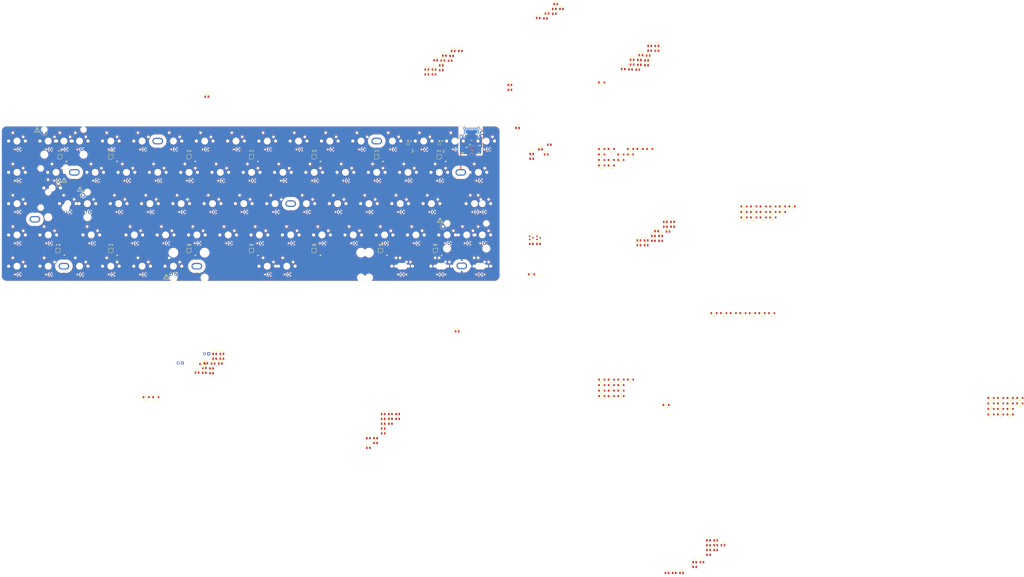
<source format=kicad_pcb>
(kicad_pcb (version 20200628) (host pcbnew "(5.99.0-2306-g9f20c61fa)")
  (title_block (title "Anticheww") (date "2020-07-03") (rev "v2.0.2") (comment 1 "Designed by Gondolindrim") (comment 2 "In partnership with Chewwy"))
  (layers (0 "F.Cu" signal) (31 "B.Cu" signal) (34 "B.Paste" user) (35 "F.Paste" user) (36 "B.SilkS" user) (37 "F.SilkS" user) (38 "B.Mask" user) (39 "F.Mask" user) (44 "Edge.Cuts" user))
  (net 0 "")
  (net 1 "GND")
  (net 2 "Net-(D1-Pad2)")
  (net 3 "Net-(D2-Pad2)")
  (net 4 "Net-(D3-Pad2)")
  (net 5 "Net-(D4-Pad2)")
  (net 6 "Net-(D5-Pad2)")
  (net 7 "Net-(D6-Pad2)")
  (net 8 "Net-(D7-Pad2)")
  (net 9 "Net-(D8-Pad2)")
  (net 10 "Net-(D9-Pad2)")
  (net 11 "Net-(D10-Pad2)")
  (net 12 "Net-(D11-Pad2)")
  (net 13 "Net-(D12-Pad2)")
  (net 14 "Net-(D13-Pad2)")
  (net 15 "Net-(D14-Pad2)")
  (net 16 "Net-(D16-Pad2)")
  (net 17 "Net-(D17-Pad2)")
  (net 18 "Net-(D18-Pad2)")
  (net 19 "Net-(D19-Pad2)")
  (net 20 "Net-(D20-Pad2)")
  (net 21 "Net-(D21-Pad2)")
  (net 22 "Net-(D22-Pad2)")
  (net 23 "Net-(D23-Pad2)")
  (net 24 "Net-(D24-Pad2)")
  (net 25 "Net-(D25-Pad2)")
  (net 26 "Net-(D26-Pad2)")
  (net 27 "Net-(D27-Pad2)")
  (net 28 "Net-(D28-Pad2)")
  (net 29 "Net-(D29-Pad2)")
  (net 30 "Net-(D31-Pad2)")
  (net 31 "Net-(D32-Pad2)")
  (net 32 "Net-(D33-Pad2)")
  (net 33 "Net-(D34-Pad2)")
  (net 34 "Net-(D35-Pad2)")
  (net 35 "Net-(D36-Pad2)")
  (net 36 "Net-(D37-Pad2)")
  (net 37 "Net-(D38-Pad2)")
  (net 38 "Net-(D39-Pad2)")
  (net 39 "Net-(D40-Pad2)")
  (net 40 "Net-(D41-Pad2)")
  (net 41 "Net-(D42-Pad2)")
  (net 42 "Net-(D43-Pad2)")
  (net 43 "Net-(D44-Pad2)")
  (net 44 "Net-(D46-Pad2)")
  (net 45 "Net-(D47-Pad2)")
  (net 46 "Net-(D48-Pad2)")
  (net 47 "Net-(D49-Pad2)")
  (net 48 "Net-(D50-Pad2)")
  (net 49 "Net-(D51-Pad2)")
  (net 50 "Net-(D52-Pad2)")
  (net 51 "Net-(D53-Pad2)")
  (net 52 "D+")
  (net 53 "D-")
  (net 54 "CASE")
  (net 55 "Net-(D54-Pad2)")
  (net 56 "Net-(D55-Pad2)")
  (net 57 "Net-(D56-Pad2)")
  (net 58 "Net-(D57-Pad2)")
  (net 59 "Net-(D58-Pad2)")
  (net 60 "Net-(D59-Pad2)")
  (net 61 "Net-(D69-Pad2)")
  (net 62 "Net-(J1-PadB8)")
  (net 63 "Net-(J1-PadA5)")
  (net 64 "Net-(J1-PadB5)")
  (net 65 "Net-(J1-PadA8)")
  (net 66 "Net-(C2-Pad2)")
  (net 67 "Net-(D1-Pad1)")
  (net 68 "Net-(D15-Pad2)")
  (net 69 "Net-(SW1-Pad1)")
  (net 70 "Net-(SW10-Pad1)")
  (net 71 "Net-(SW11-Pad1)")
  (net 72 "Net-(SW12-Pad1)")
  (net 73 "Net-(SW13-Pad1)")
  (net 74 "Net-(SW14-Pad1)")
  (net 75 "Net-(SW15-Pad1)")
  (net 76 "Net-(D16-Pad1)")
  (net 77 "Net-(D17-Pad1)")
  (net 78 "Net-(D30-Pad2)")
  (net 79 "Net-(SW19-Pad1)")
  (net 80 "Net-(SW20-Pad1)")
  (net 81 "Net-(SW21-Pad1)")
  (net 82 "Net-(SW22-Pad1)")
  (net 83 "Net-(SW23-Pad1)")
  (net 84 "Net-(SW24-Pad1)")
  (net 85 "Net-(SW25-Pad1)")
  (net 86 "Net-(SW26-Pad1)")
  (net 87 "Net-(D45-Pad2)")
  (net 88 "Net-(D46-Pad1)")
  (net 89 "Net-(D60-Pad1)")
  (net 90 "Net-(D64-Pad2)")
  (net 91 "Net-(D65-Pad2)")
  (net 92 "Net-(D66-Pad2)")
  (net 93 "Net-(D67-Pad2)")
  (net 94 "Net-(D68-Pad2)")
  (net 95 "Net-(D70-Pad2)")
  (net 96 "Net-(FB2-Pad2)")
  (net 97 "Net-(LED1-PadA)")
  (net 98 "Net-(LED2-PadA)")
  (net 99 "Net-(LED3-PadA)")
  (net 100 "Net-(LED4-PadA)")
  (net 101 "Net-(LED5-PadA)")
  (net 102 "Net-(LED6-PadA)")
  (net 103 "Net-(LED7-PadA)")
  (net 104 "Net-(LED8-PadA)")
  (net 105 "Net-(LED9-PadA)")
  (net 106 "Net-(LED10-PadA)")
  (net 107 "Net-(LED11-PadA)")
  (net 108 "Net-(LED12-PadA)")
  (net 109 "Net-(LED13-PadA)")
  (net 110 "Net-(LED14-PadA)")
  (net 111 "Net-(LED15-PadA)")
  (net 112 "Net-(LED17-PadA)")
  (net 113 "Net-(LED18-PadA)")
  (net 114 "Net-(LED19-PadA)")
  (net 115 "Net-(LED20-PadA)")
  (net 116 "Net-(LED21-PadA)")
  (net 117 "Net-(LED22-PadA)")
  (net 118 "Net-(LED23-PadA)")
  (net 119 "Net-(LED24-PadA)")
  (net 120 "Net-(LED25-PadA)")
  (net 121 "Net-(LED26-PadA)")
  (net 122 "Net-(LED27-PadA)")
  (net 123 "Net-(LED28-PadA)")
  (net 124 "Net-(LED29-PadA)")
  (net 125 "Net-(LED30-PadA)")
  (net 126 "Net-(LED31-PadA)")
  (net 127 "Net-(LED32-PadA)")
  (net 128 "Net-(LED33-PadA)")
  (net 129 "Net-(LED35-PadA)")
  (net 130 "Net-(LED36-PadA)")
  (net 131 "Net-(LED37-PadA)")
  (net 132 "Net-(LED38-PadA)")
  (net 133 "Net-(LED39-PadA)")
  (net 134 "Net-(LED40-PadA)")
  (net 135 "Net-(LED41-PadA)")
  (net 136 "Net-(LED42-PadA)")
  (net 137 "Net-(LED43-PadA)")
  (net 138 "Net-(LED44-PadA)")
  (net 139 "Net-(LED45-PadA)")
  (net 140 "Net-(LED46-PadA)")
  (net 141 "Net-(LED47-PadA)")
  (net 142 "Net-(LED48-PadA)")
  (net 143 "Net-(LED49-PadA)")
  (net 144 "Net-(LED51-PadA)")
  (net 145 "Net-(LED52-PadA)")
  (net 146 "Net-(LED53-PadA)")
  (net 147 "Net-(LED54-PadA)")
  (net 148 "Net-(LED55-PadA)")
  (net 149 "Net-(LED56-PadA)")
  (net 150 "Net-(LED57-PadA)")
  (net 151 "Net-(LED58-PadA)")
  (net 152 "Net-(LED59-PadA)")
  (net 153 "Net-(LED60-PadA)")
  (net 154 "Net-(LED61-PadA)")
  (net 155 "Net-(LED62-PadA)")
  (net 156 "Net-(LED63-PadA)")
  (net 157 "Net-(LED64-PadA)")
  (net 158 "Net-(LED65-PadA)")
  (net 159 "Net-(LED67-PadA)")
  (net 160 "Net-(LED69-PadA)")
  (net 161 "Net-(LED71-PadA)")
  (net 162 "Net-(LED73-PadA)")
  (net 163 "Net-(LED74-PadA)")
  (net 164 "Net-(LED75-PadA)")
  (net 165 "Net-(LED76-PadA)")
  (net 166 "Net-(LED77-PadA)")
  (net 167 "Net-(LED78-PadA)")
  (net 168 "Net-(LED79-PadA)")
  (net 169 "Net-(LED80-PadA)")
  (net 170 "S1")
  (net 171 "S2")
  (net 172 "S3")
  (net 173 "S4")
  (net 174 "Net-(Q1-Pad3)")
  (net 175 "5V")
  (net 176 "Net-(Q1-Pad1)")
  (net 177 "Net-(Q2-Pad3)")
  (net 178 "Net-(Q2-Pad1)")
  (net 179 "Net-(C3-Pad2)")
  (net 180 "Net-(C4-Pad2)")
  (net 181 "Net-(C5-Pad2)")
  (net 182 "Net-(C6-Pad2)")
  (net 183 "Net-(C7-Pad2)")
  (net 184 "Net-(C8-Pad2)")
  (net 185 "Net-(D72-Pad2)")
  (net 186 "Net-(D73-Pad2)")
  (net 187 "Net-(D74-Pad2)")
  (net 188 "Net-(D75-Pad2)")
  (net 189 "Net-(D76-Pad2)")
  (net 190 "Net-(D77-Pad2)")
  (net 191 "VBUS")
  (net 192 "Net-(C10-Pad2)")
  (net 193 "Net-(C11-Pad2)")
  (net 194 "Net-(C12-Pad2)")
  (net 195 "Net-(C13-Pad2)")
  (net 196 "Net-(C14-Pad2)")
  (net 197 "Net-(C15-Pad2)")
  (net 198 "Net-(C16-Pad2)")
  (net 199 "RGB_5V")
  (net 200 "Net-(D80-Pad4)")
  (net 201 "Net-(D81-Pad4)")
  (net 202 "Net-(D82-Pad4)")
  (net 203 "Net-(D83-Pad4)")
  (net 204 "Net-(D84-Pad4)")
  (net 205 "Net-(D85-Pad4)")
  (net 206 "Net-(D78-Pad2)")
  (net 207 "Net-(D80-Pad2)")
  (module "Resistor_SMD:R_0805_2012Metric" (layer "F.Cu") (at 283.425625 260.539375)
    (fp_text reference "R32" (at 0 -1.65) (layer "F.SilkS"))
    (fp_text value "5R")
    (pad "2" smd roundrect (at 0.9375 0) (size 0.975 1.4) (layers "F.Cu" "F.Paste" "F.Mask") (net 175 "5V"))
    (pad "1" smd roundrect (at -0.9375 0) (size 0.975 1.4) (layers "F.Cu" "F.Paste" "F.Mask") (net 198 "Net-(C16-Pad2)"))
  )
  (module "Resistor_SMD:R_0805_2012Metric" (layer "F.Cu") (at 292.245625 260.539375)
    (fp_text reference "R31" (at 0 -1.65) (layer "F.SilkS"))
    (fp_text value "5R")
    (pad "2" smd roundrect (at 0.9375 0) (size 0.975 1.4) (layers "F.Cu" "F.Paste" "F.Mask") (net 175 "5V"))
    (pad "1" smd roundrect (at -0.9375 0) (size 0.975 1.4) (layers "F.Cu" "F.Paste" "F.Mask") (net 197 "Net-(C15-Pad2)"))
  )
  (module "Resistor_SMD:R_0805_2012Metric" (layer "F.Cu") (at 278.795625 272.269375)
    (fp_text reference "R30" (at 0 -1.65) (layer "F.SilkS"))
    (fp_text value "5R")
    (pad "2" smd roundrect (at 0.9375 0) (size 0.975 1.4) (layers "F.Cu" "F.Paste" "F.Mask") (net 175 "5V"))
    (pad "1" smd roundrect (at -0.9375 0) (size 0.975 1.4) (layers "F.Cu" "F.Paste" "F.Mask") (net 196 "Net-(C14-Pad2)"))
  )
  (module "Resistor_SMD:R_0805_2012Metric" (layer "F.Cu") (at 274.385625 278.169375)
    (fp_text reference "R29" (at 0 -1.65) (layer "F.SilkS"))
    (fp_text value "5R")
    (pad "2" smd roundrect (at 0.9375 0) (size 0.975 1.4) (layers "F.Cu" "F.Paste" "F.Mask") (net 175 "5V"))
    (pad "1" smd roundrect (at -0.9375 0) (size 0.975 1.4) (layers "F.Cu" "F.Paste" "F.Mask") (net 195 "Net-(C13-Pad2)"))
  )
  (module "Resistor_SMD:R_0805_2012Metric" (layer "F.Cu") (at 283.425625 266.439375)
    (fp_text reference "R28" (at 0 -1.65) (layer "F.SilkS"))
    (fp_text value "5R")
    (pad "2" smd roundrect (at 0.9375 0) (size 0.975 1.4) (layers "F.Cu" "F.Paste" "F.Mask") (net 175 "5V"))
    (pad "1" smd roundrect (at -0.9375 0) (size 0.975 1.4) (layers "F.Cu" "F.Paste" "F.Mask") (net 194 "Net-(C12-Pad2)"))
  )
  (module "Resistor_SMD:R_0805_2012Metric" (layer "F.Cu") (at 287.835625 263.489375)
    (fp_text reference "R27" (at 0 -1.65) (layer "F.SilkS"))
    (fp_text value "5R")
    (pad "2" smd roundrect (at 0.9375 0) (size 0.975 1.4) (layers "F.Cu" "F.Paste" "F.Mask") (net 175 "5V"))
    (pad "1" smd roundrect (at -0.9375 0) (size 0.975 1.4) (layers "F.Cu" "F.Paste" "F.Mask") (net 193 "Net-(C11-Pad2)"))
  )
  (module "Resistor_SMD:R_0805_2012Metric" (layer "F.Cu") (at 278.795625 275.219375)
    (fp_text reference "R26" (at 0 -1.65) (layer "F.SilkS"))
    (fp_text value "5R")
    (pad "2" smd roundrect (at 0.9375 0) (size 0.975 1.4) (layers "F.Cu" "F.Paste" "F.Mask") (net 175 "5V"))
    (pad "1" smd roundrect (at -0.9375 0) (size 0.975 1.4) (layers "F.Cu" "F.Paste" "F.Mask") (net 192 "Net-(C10-Pad2)"))
  )
  (module "acheron_Components:LED_WS2812B_5.0x5.0mm_P3.2mm" (layer "F.Cu") (at 315.22 158.0925)
    (fp_text reference "D84" (at 0 -3.5) (layer "F.SilkS"))
    (fp_text value "WS2812C")
    (pad "1" smd roundrect (at -2.45 -1.6) (size 1.5 1) (layers "F.Cu" "F.Paste" "F.Mask") (roundrect_rratio 0.5) (net 198 "Net-(C16-Pad2)"))
    (pad "2" smd trapezoid (at -2.45 1.6) (size 1.5 1) (layers "F.Cu" "F.Paste" "F.Mask") (net 205 "Net-(D85-Pad4)"))
    (pad "4" smd trapezoid (at 2.45 -1.6) (size 1.5 1) (layers "F.Cu" "F.Paste" "F.Mask") (net 206 "Net-(D78-Pad2)"))
    (pad "3" smd trapezoid (at 2.45 1.6) (size 1.5 1) (layers "F.Cu" "F.Paste" "F.Mask") (net 1 "GND"))
  )
  (module "acheron_Components:LED_WS2812B_5.0x5.0mm_P3.2mm" (layer "F.Cu") (at 281.8825 158.0925)
    (fp_text reference "D83" (at 0 -3.5) (layer "F.SilkS"))
    (fp_text value "WS2812C")
    (pad "1" smd roundrect (at -2.45 -1.6) (size 1.5 1) (layers "F.Cu" "F.Paste" "F.Mask") (roundrect_rratio 0.5) (net 197 "Net-(C15-Pad2)"))
    (pad "2" smd trapezoid (at -2.45 1.6) (size 1.5 1) (layers "F.Cu" "F.Paste" "F.Mask") (net 204 "Net-(D84-Pad4)"))
    (pad "4" smd trapezoid (at 2.45 -1.6) (size 1.5 1) (layers "F.Cu" "F.Paste" "F.Mask") (net 205 "Net-(D85-Pad4)"))
    (pad "3" smd trapezoid (at 2.45 1.6) (size 1.5 1) (layers "F.Cu" "F.Paste" "F.Mask") (net 1 "GND"))
  )
  (module "acheron_Components:LED_WS2812B_5.0x5.0mm_P3.2mm" (layer "F.Cu") (at 241.40125 158.0925)
    (fp_text reference "D82" (at 0 -3.5) (layer "F.SilkS"))
    (fp_text value "WS2812C")
    (pad "1" smd roundrect (at -2.45 -1.6) (size 1.5 1) (layers "F.Cu" "F.Paste" "F.Mask") (roundrect_rratio 0.5) (net 196 "Net-(C14-Pad2)"))
    (pad "2" smd trapezoid (at -2.45 1.6) (size 1.5 1) (layers "F.Cu" "F.Paste" "F.Mask") (net 203 "Net-(D83-Pad4)"))
    (pad "4" smd trapezoid (at 2.45 -1.6) (size 1.5 1) (layers "F.Cu" "F.Paste" "F.Mask") (net 204 "Net-(D84-Pad4)"))
    (pad "3" smd trapezoid (at 2.45 1.6) (size 1.5 1) (layers "F.Cu" "F.Paste" "F.Mask") (net 1 "GND"))
  )
  (module "acheron_Components:LED_WS2812B_5.0x5.0mm_P3.2mm" (layer "F.Cu") (at 203.30125 158.0925)
    (fp_text reference "D81" (at 0 -3.5) (layer "F.SilkS"))
    (fp_text value "WS2812C")
    (pad "1" smd roundrect (at -2.45 -1.6) (size 1.5 1) (layers "F.Cu" "F.Paste" "F.Mask") (roundrect_rratio 0.5) (net 195 "Net-(C13-Pad2)"))
    (pad "2" smd trapezoid (at -2.45 1.6) (size 1.5 1) (layers "F.Cu" "F.Paste" "F.Mask") (net 202 "Net-(D82-Pad4)"))
    (pad "4" smd trapezoid (at 2.45 -1.6) (size 1.5 1) (layers "F.Cu" "F.Paste" "F.Mask") (net 203 "Net-(D83-Pad4)"))
    (pad "3" smd trapezoid (at 2.45 1.6) (size 1.5 1) (layers "F.Cu" "F.Paste" "F.Mask") (net 1 "GND"))
  )
  (module "acheron_Components:LED_WS2812B_5.0x5.0mm_P3.2mm" (layer "F.Cu") (at 165.20125 158.0925)
    (fp_text reference "D80" (at 0 -3.5) (layer "F.SilkS"))
    (fp_text value "WS2812C")
    (pad "1" smd roundrect (at -2.45 -1.6) (size 1.5 1) (layers "F.Cu" "F.Paste" "F.Mask") (roundrect_rratio 0.5) (net 194 "Net-(C12-Pad2)"))
    (pad "2" smd trapezoid (at -2.45 1.6) (size 1.5 1) (layers "F.Cu" "F.Paste" "F.Mask") (net 201 "Net-(D81-Pad4)"))
    (pad "4" smd trapezoid (at 2.45 -1.6) (size 1.5 1) (layers "F.Cu" "F.Paste" "F.Mask") (net 202 "Net-(D82-Pad4)"))
    (pad "3" smd trapezoid (at 2.45 1.6) (size 1.5 1) (layers "F.Cu" "F.Paste" "F.Mask") (net 1 "GND"))
  )
  (module "acheron_Components:LED_WS2812B_5.0x5.0mm_P3.2mm" (layer "F.Cu") (at 117.57625 158.0925)
    (fp_text reference "D79" (at 0 -3.5) (layer "F.SilkS"))
    (fp_text value "WS2812C")
    (pad "1" smd roundrect (at -2.45 -1.6) (size 1.5 1) (layers "F.Cu" "F.Paste" "F.Mask") (roundrect_rratio 0.5) (net 193 "Net-(C11-Pad2)"))
    (pad "2" smd trapezoid (at -2.45 1.6) (size 1.5 1) (layers "F.Cu" "F.Paste" "F.Mask") (net 200 "Net-(D80-Pad4)"))
    (pad "4" smd trapezoid (at 2.45 -1.6) (size 1.5 1) (layers "F.Cu" "F.Paste" "F.Mask") (net 201 "Net-(D81-Pad4)"))
    (pad "3" smd trapezoid (at 2.45 1.6) (size 1.5 1) (layers "F.Cu" "F.Paste" "F.Mask") (net 1 "GND"))
  )
  (module "acheron_Components:LED_WS2812B_5.0x5.0mm_P3.2mm" (layer "F.Cu") (at 85.429375 158.0925)
    (fp_text reference "D78" (at 0 -3.5) (layer "F.SilkS"))
    (fp_text value "WS2812C")
    (pad "1" smd roundrect (at -2.45 -1.6) (size 1.5 1) (layers "F.Cu" "F.Paste" "F.Mask") (roundrect_rratio 0.5) (net 192 "Net-(C10-Pad2)"))
    (pad "2" smd trapezoid (at -2.45 1.6) (size 1.5 1) (layers "F.Cu" "F.Paste" "F.Mask") (net 207 "Net-(D80-Pad2)"))
    (pad "4" smd trapezoid (at 2.45 -1.6) (size 1.5 1) (layers "F.Cu" "F.Paste" "F.Mask") (net 200 "Net-(D80-Pad4)"))
    (pad "3" smd trapezoid (at 2.45 1.6) (size 1.5 1) (layers "F.Cu" "F.Paste" "F.Mask") (net 1 "GND"))
  )
  (module "Capacitor_SMD:C_0805_2012Metric" (layer "F.Cu") (at 274.385625 272.269375)
    (fp_text reference "C14" (at 0 -1.65) (layer "F.SilkS"))
    (fp_text value "100n")
    (pad "2" smd roundrect (at 0.9375 0) (size 0.975 1.4) (layers "F.Cu" "F.Paste" "F.Mask") (net 198 "Net-(C16-Pad2)"))
    (pad "1" smd roundrect (at -0.9375 0) (size 0.975 1.4) (layers "F.Cu" "F.Paste" "F.Mask") (net 1 "GND"))
  )
  (module "Capacitor_SMD:C_0805_2012Metric" (layer "F.Cu") (at 283.425625 269.389375)
    (fp_text reference "C13" (at 0 -1.65) (layer "F.SilkS"))
    (fp_text value "100n")
    (pad "2" smd roundrect (at 0.9375 0) (size 0.975 1.4) (layers "F.Cu" "F.Paste" "F.Mask") (net 197 "Net-(C15-Pad2)"))
    (pad "1" smd roundrect (at -0.9375 0) (size 0.975 1.4) (layers "F.Cu" "F.Paste" "F.Mask") (net 1 "GND"))
  )
  (module "Capacitor_SMD:C_0805_2012Metric" (layer "F.Cu") (at 292.245625 257.589375)
    (fp_text reference "C12" (at 0 -1.65) (layer "F.SilkS"))
    (fp_text value "100n")
    (pad "2" smd roundrect (at 0.9375 0) (size 0.975 1.4) (layers "F.Cu" "F.Paste" "F.Mask") (net 196 "Net-(C14-Pad2)"))
    (pad "1" smd roundrect (at -0.9375 0) (size 0.975 1.4) (layers "F.Cu" "F.Paste" "F.Mask") (net 1 "GND"))
  )
  (module "Capacitor_SMD:C_0805_2012Metric" (layer "F.Cu") (at 283.425625 257.589375)
    (fp_text reference "C11" (at 0 -1.65) (layer "F.SilkS"))
    (fp_text value "100n")
    (pad "2" smd roundrect (at 0.9375 0) (size 0.975 1.4) (layers "F.Cu" "F.Paste" "F.Mask") (net 195 "Net-(C13-Pad2)"))
    (pad "1" smd roundrect (at -0.9375 0) (size 0.975 1.4) (layers "F.Cu" "F.Paste" "F.Mask") (net 1 "GND"))
  )
  (module "Capacitor_SMD:C_0805_2012Metric" (layer "F.Cu") (at 287.835625 257.589375)
    (fp_text reference "C10" (at 0 -1.65) (layer "F.SilkS"))
    (fp_text value "100n")
    (pad "2" smd roundrect (at 0.9375 0) (size 0.975 1.4) (layers "F.Cu" "F.Paste" "F.Mask") (net 194 "Net-(C12-Pad2)"))
    (pad "1" smd roundrect (at -0.9375 0) (size 0.975 1.4) (layers "F.Cu" "F.Paste" "F.Mask") (net 1 "GND"))
  )
  (module "Capacitor_SMD:C_0805_2012Metric" (layer "F.Cu") (at 283.425625 263.489375)
    (fp_text reference "C9" (at 0 -1.65) (layer "F.SilkS"))
    (fp_text value "100n")
    (pad "2" smd roundrect (at 0.9375 0) (size 0.975 1.4) (layers "F.Cu" "F.Paste" "F.Mask") (net 193 "Net-(C11-Pad2)"))
    (pad "1" smd roundrect (at -0.9375 0) (size 0.975 1.4) (layers "F.Cu" "F.Paste" "F.Mask") (net 1 "GND"))
  )
  (module "Capacitor_SMD:C_0805_2012Metric" (layer "F.Cu") (at 287.835625 260.539375)
    (fp_text reference "C8" (at 0 -1.65) (layer "F.SilkS"))
    (fp_text value "100n")
    (pad "2" smd roundrect (at 0.9375 0) (size 0.975 1.4) (layers "F.Cu" "F.Paste" "F.Mask") (net 192 "Net-(C10-Pad2)"))
    (pad "1" smd roundrect (at -0.9375 0) (size 0.975 1.4) (layers "F.Cu" "F.Paste" "F.Mask") (net 1 "GND"))
  )
  (module "acheron_Components:LED_WS2812B_5.0x5.0mm_P3.2mm" (layer "F.Cu") (at 86.62 100.9425)
    (fp_text reference "D77" (at 0 -3.5) (layer "F.SilkS"))
    (fp_text value "WS2812C")
    (pad "1" smd roundrect (at -2.45 -1.6) (size 1.5 1) (layers "F.Cu" "F.Paste" "F.Mask") (roundrect_rratio 0.5) (net 184 "Net-(C8-Pad2)"))
    (pad "2" smd trapezoid (at -2.45 1.6) (size 1.5 1) (layers "F.Cu" "F.Paste" "F.Mask") (net 206 "Net-(D78-Pad2)"))
    (pad "4" smd trapezoid (at 2.45 -1.6) (size 1.5 1) (layers "F.Cu" "F.Paste" "F.Mask") (net 190 "Net-(D77-Pad2)"))
    (pad "3" smd trapezoid (at 2.45 1.6) (size 1.5 1) (layers "F.Cu" "F.Paste" "F.Mask") (net 1 "GND"))
  )
  (module "acheron_Components:LED_WS2812B_5.0x5.0mm_P3.2mm" (layer "F.Cu") (at 117.57625 100.9425)
    (fp_text reference "D76" (at 0 -3.5) (layer "F.SilkS"))
    (fp_text value "WS2812C")
    (pad "1" smd roundrect (at -2.45 -1.6) (size 1.5 1) (layers "F.Cu" "F.Paste" "F.Mask") (roundrect_rratio 0.5) (net 183 "Net-(C7-Pad2)"))
    (pad "2" smd trapezoid (at -2.45 1.6) (size 1.5 1) (layers "F.Cu" "F.Paste" "F.Mask") (net 190 "Net-(D77-Pad2)"))
    (pad "4" smd trapezoid (at 2.45 -1.6) (size 1.5 1) (layers "F.Cu" "F.Paste" "F.Mask") (net 189 "Net-(D76-Pad2)"))
    (pad "3" smd trapezoid (at 2.45 1.6) (size 1.5 1) (layers "F.Cu" "F.Paste" "F.Mask") (net 1 "GND"))
  )
  (module "acheron_Components:LED_WS2812B_5.0x5.0mm_P3.2mm" (layer "F.Cu") (at 165.20125 100.9425)
    (fp_text reference "D75" (at 0 -3.5) (layer "F.SilkS"))
    (fp_text value "WS2812C")
    (pad "1" smd roundrect (at -2.45 -1.6) (size 1.5 1) (layers "F.Cu" "F.Paste" "F.Mask") (roundrect_rratio 0.5) (net 182 "Net-(C6-Pad2)"))
    (pad "2" smd trapezoid (at -2.45 1.6) (size 1.5 1) (layers "F.Cu" "F.Paste" "F.Mask") (net 189 "Net-(D76-Pad2)"))
    (pad "4" smd trapezoid (at 2.45 -1.6) (size 1.5 1) (layers "F.Cu" "F.Paste" "F.Mask") (net 188 "Net-(D75-Pad2)"))
    (pad "3" smd trapezoid (at 2.45 1.6) (size 1.5 1) (layers "F.Cu" "F.Paste" "F.Mask") (net 1 "GND"))
  )
  (module "acheron_Components:LED_WS2812B_5.0x5.0mm_P3.2mm" (layer "F.Cu") (at 203.30125 100.9425)
    (fp_text reference "D74" (at 0 -3.5) (layer "F.SilkS"))
    (fp_text value "WS2812C")
    (pad "1" smd roundrect (at -2.45 -1.6) (size 1.5 1) (layers "F.Cu" "F.Paste" "F.Mask") (roundrect_rratio 0.5) (net 181 "Net-(C5-Pad2)"))
    (pad "2" smd trapezoid (at -2.45 1.6) (size 1.5 1) (layers "F.Cu" "F.Paste" "F.Mask") (net 188 "Net-(D75-Pad2)"))
    (pad "4" smd trapezoid (at 2.45 -1.6) (size 1.5 1) (layers "F.Cu" "F.Paste" "F.Mask") (net 187 "Net-(D74-Pad2)"))
    (pad "3" smd trapezoid (at 2.45 1.6) (size 1.5 1) (layers "F.Cu" "F.Paste" "F.Mask") (net 1 "GND"))
  )
  (module "acheron_Components:LED_WS2812B_5.0x5.0mm_P3.2mm" (layer "F.Cu") (at 241.40125 100.9425)
    (fp_text reference "D73" (at 0 -3.5) (layer "F.SilkS"))
    (fp_text value "WS2812C")
    (pad "1" smd roundrect (at -2.45 -1.6) (size 1.5 1) (layers "F.Cu" "F.Paste" "F.Mask") (roundrect_rratio 0.5) (net 180 "Net-(C4-Pad2)"))
    (pad "2" smd trapezoid (at -2.45 1.6) (size 1.5 1) (layers "F.Cu" "F.Paste" "F.Mask") (net 187 "Net-(D74-Pad2)"))
    (pad "4" smd trapezoid (at 2.45 -1.6) (size 1.5 1) (layers "F.Cu" "F.Paste" "F.Mask") (net 186 "Net-(D73-Pad2)"))
    (pad "3" smd trapezoid (at 2.45 1.6) (size 1.5 1) (layers "F.Cu" "F.Paste" "F.Mask") (net 1 "GND"))
  )
  (module "acheron_Components:LED_WS2812B_5.0x5.0mm_P3.2mm" (layer "F.Cu") (at 279.50125 100.9425)
    (fp_text reference "D72" (at 0 -3.5) (layer "F.SilkS"))
    (fp_text value "WS2812C")
    (pad "1" smd roundrect (at -2.45 -1.6) (size 1.5 1) (layers "F.Cu" "F.Paste" "F.Mask") (roundrect_rratio 0.5) (net 179 "Net-(C3-Pad2)"))
    (pad "2" smd trapezoid (at -2.45 1.6) (size 1.5 1) (layers "F.Cu" "F.Paste" "F.Mask") (net 186 "Net-(D73-Pad2)"))
    (pad "4" smd trapezoid (at 2.45 -1.6) (size 1.5 1) (layers "F.Cu" "F.Paste" "F.Mask") (net 185 "Net-(D72-Pad2)"))
    (pad "3" smd trapezoid (at 2.45 1.6) (size 1.5 1) (layers "F.Cu" "F.Paste" "F.Mask") (net 1 "GND"))
  )
  (module "acheron_Components:LED_WS2812B_5.0x5.0mm_P3.2mm" (layer "F.Cu") (at 317.60125 100.9425)
    (fp_text reference "D71" (at 0 -3.5) (layer "F.SilkS"))
    (fp_text value "WS2812C")
    (pad "1" smd roundrect (at -2.45 -1.6) (size 1.5 1) (layers "F.Cu" "F.Paste" "F.Mask") (roundrect_rratio 0.5) (net 66 "Net-(C2-Pad2)"))
    (pad "2" smd trapezoid (at -2.45 1.6) (size 1.5 1) (layers "F.Cu" "F.Paste" "F.Mask") (net 185 "Net-(D72-Pad2)"))
    (pad "4" smd trapezoid (at 2.45 -1.6) (size 1.5 1) (layers "F.Cu" "F.Paste" "F.Mask") (net 199 "RGB_5V"))
    (pad "3" smd trapezoid (at 2.45 1.6) (size 1.5 1) (layers "F.Cu" "F.Paste" "F.Mask") (net 1 "GND"))
  )
  (module "Resistor_SMD:R_0805_2012Metric" (layer "F.Cu") (at 490.354375 337.460625)
    (fp_text reference "R9" (at 0 -1.65) (layer "F.SilkS"))
    (fp_text value "5R")
    (pad "2" smd roundrect (at 0.9375 0) (size 0.975 1.4) (layers "F.Cu" "F.Paste" "F.Mask") (net 175 "5V"))
    (pad "1" smd roundrect (at -0.9375 0) (size 0.975 1.4) (layers "F.Cu" "F.Paste" "F.Mask") (net 184 "Net-(C8-Pad2)"))
  )
  (module "Resistor_SMD:R_0805_2012Metric" (layer "F.Cu") (at 460.684375 354.370625)
    (fp_text reference "R8" (at 0 -1.65) (layer "F.SilkS"))
    (fp_text value "5R")
    (pad "2" smd roundrect (at 0.9375 0) (size 0.975 1.4) (layers "F.Cu" "F.Paste" "F.Mask") (net 175 "5V"))
    (pad "1" smd roundrect (at -0.9375 0) (size 0.975 1.4) (layers "F.Cu" "F.Paste" "F.Mask") (net 183 "Net-(C7-Pad2)"))
  )
  (module "Resistor_SMD:R_0805_2012Metric" (layer "F.Cu") (at 481.534375 343.360625)
    (fp_text reference "R7" (at 0 -1.65) (layer "F.SilkS"))
    (fp_text value "5R")
    (pad "2" smd roundrect (at 0.9375 0) (size 0.975 1.4) (layers "F.Cu" "F.Paste" "F.Mask") (net 175 "5V"))
    (pad "1" smd roundrect (at -0.9375 0) (size 0.975 1.4) (layers "F.Cu" "F.Paste" "F.Mask") (net 182 "Net-(C6-Pad2)"))
  )
  (module "Resistor_SMD:R_0805_2012Metric" (layer "F.Cu") (at 465.094375 354.370625)
    (fp_text reference "R6" (at 0 -1.65) (layer "F.SilkS"))
    (fp_text value "5R")
    (pad "2" smd roundrect (at 0.9375 0) (size 0.975 1.4) (layers "F.Cu" "F.Paste" "F.Mask") (net 175 "5V"))
    (pad "1" smd roundrect (at -0.9375 0) (size 0.975 1.4) (layers "F.Cu" "F.Paste" "F.Mask") (net 181 "Net-(C5-Pad2)"))
  )
  (module "Resistor_SMD:R_0805_2012Metric" (layer "F.Cu") (at 481.534375 334.510625)
    (fp_text reference "R5" (at 0 -1.65) (layer "F.SilkS"))
    (fp_text value "5R")
    (pad "2" smd roundrect (at 0.9375 0) (size 0.975 1.4) (layers "F.Cu" "F.Paste" "F.Mask") (net 175 "5V"))
    (pad "1" smd roundrect (at -0.9375 0) (size 0.975 1.4) (layers "F.Cu" "F.Paste" "F.Mask") (net 180 "Net-(C4-Pad2)"))
  )
  (module "Resistor_SMD:R_0805_2012Metric" (layer "F.Cu") (at 473.114375 350.700625)
    (fp_text reference "R4" (at 0 -1.65) (layer "F.SilkS"))
    (fp_text value "5R")
    (pad "2" smd roundrect (at 0.9375 0) (size 0.975 1.4) (layers "F.Cu" "F.Paste" "F.Mask") (net 175 "5V"))
    (pad "1" smd roundrect (at -0.9375 0) (size 0.975 1.4) (layers "F.Cu" "F.Paste" "F.Mask") (net 179 "Net-(C3-Pad2)"))
  )
  (module "Resistor_SMD:R_0805_2012Metric" (layer "F.Cu") (at 473.114375 347.750625)
    (fp_text reference "R3" (at 0 -1.65) (layer "F.SilkS"))
    (fp_text value "5R")
    (pad "2" smd roundrect (at 0.9375 0) (size 0.975 1.4) (layers "F.Cu" "F.Paste" "F.Mask") (net 175 "5V"))
    (pad "1" smd roundrect (at -0.9375 0) (size 0.975 1.4) (layers "F.Cu" "F.Paste" "F.Mask") (net 66 "Net-(C2-Pad2)"))
  )
  (module "Capacitor_SMD:C_0805_2012Metric" (layer "F.Cu") (at 481.534375 337.460625)
    (fp_text reference "C7" (at 0 -1.65) (layer "F.SilkS"))
    (fp_text value "100n")
    (pad "2" smd roundrect (at 0.9375 0) (size 0.975 1.4) (layers "F.Cu" "F.Paste" "F.Mask") (net 184 "Net-(C8-Pad2)"))
    (pad "1" smd roundrect (at -0.9375 0) (size 0.975 1.4) (layers "F.Cu" "F.Paste" "F.Mask") (net 1 "GND"))
  )
  (module "Capacitor_SMD:C_0805_2012Metric" (layer "F.Cu") (at 485.944375 337.460625)
    (fp_text reference "C6" (at 0 -1.65) (layer "F.SilkS"))
    (fp_text value "100n")
    (pad "2" smd roundrect (at 0.9375 0) (size 0.975 1.4) (layers "F.Cu" "F.Paste" "F.Mask") (net 183 "Net-(C7-Pad2)"))
    (pad "1" smd roundrect (at -0.9375 0) (size 0.975 1.4) (layers "F.Cu" "F.Paste" "F.Mask") (net 1 "GND"))
  )
  (module "Capacitor_SMD:C_0805_2012Metric" (layer "F.Cu") (at 485.944375 340.410625)
    (fp_text reference "C5" (at 0 -1.65) (layer "F.SilkS"))
    (fp_text value "100n")
    (pad "2" smd roundrect (at 0.9375 0) (size 0.975 1.4) (layers "F.Cu" "F.Paste" "F.Mask") (net 182 "Net-(C6-Pad2)"))
    (pad "1" smd roundrect (at -0.9375 0) (size 0.975 1.4) (layers "F.Cu" "F.Paste" "F.Mask") (net 1 "GND"))
  )
  (module "Capacitor_SMD:C_0805_2012Metric" (layer "F.Cu") (at 456.274375 354.370625)
    (fp_text reference "C4" (at 0 -1.65) (layer "F.SilkS"))
    (fp_text value "100n")
    (pad "2" smd roundrect (at 0.9375 0) (size 0.975 1.4) (layers "F.Cu" "F.Paste" "F.Mask") (net 181 "Net-(C5-Pad2)"))
    (pad "1" smd roundrect (at -0.9375 0) (size 0.975 1.4) (layers "F.Cu" "F.Paste" "F.Mask") (net 1 "GND"))
  )
  (module "Capacitor_SMD:C_0805_2012Metric" (layer "F.Cu") (at 477.524375 347.750625)
    (fp_text reference "C3" (at 0 -1.65) (layer "F.SilkS"))
    (fp_text value "100n")
    (pad "2" smd roundrect (at 0.9375 0) (size 0.975 1.4) (layers "F.Cu" "F.Paste" "F.Mask") (net 180 "Net-(C4-Pad2)"))
    (pad "1" smd roundrect (at -0.9375 0) (size 0.975 1.4) (layers "F.Cu" "F.Paste" "F.Mask") (net 1 "GND"))
  )
  (module "Capacitor_SMD:C_0805_2012Metric" (layer "F.Cu") (at 481.534375 340.410625)
    (fp_text reference "C2" (at 0 -1.65) (layer "F.SilkS"))
    (fp_text value "100n")
    (pad "2" smd roundrect (at 0.9375 0) (size 0.975 1.4) (layers "F.Cu" "F.Paste" "F.Mask") (net 179 "Net-(C3-Pad2)"))
    (pad "1" smd roundrect (at -0.9375 0) (size 0.975 1.4) (layers "F.Cu" "F.Paste" "F.Mask") (net 1 "GND"))
  )
  (module "Capacitor_SMD:C_0805_2012Metric" (layer "F.Cu") (at 485.944375 334.510625)
    (fp_text reference "C1" (at 0 -1.65) (layer "F.SilkS"))
    (fp_text value "100n")
    (pad "2" smd roundrect (at 0.9375 0) (size 0.975 1.4) (layers "F.Cu" "F.Paste" "F.Mask") (net 66 "Net-(C2-Pad2)"))
    (pad "1" smd roundrect (at -0.9375 0) (size 0.975 1.4) (layers "F.Cu" "F.Paste" "F.Mask") (net 1 "GND"))
  )
  (module "acheron_Graphics:warning_sign_3.6x3.2mm" (layer "F.Cu") (at 318.014 139.486125)
    (fp_text reference "GR5" hide)
    (fp_text value "Warning Sign (Left shift)" hide)
  )
  (module "acheron_Graphics:warning_sign_3.6x3.2mm" (layer "F.Cu") (at 151.35825 173.903125)
    (fp_text reference "GR4" hide)
    (fp_text value "Warning Sign (7U Space)" hide)
  )
  (module "acheron_Graphics:warning_sign_3.6x3.2mm" (layer "F.Cu") (at 98.7485 120.563125)
    (fp_text reference "GR3" hide)
    (fp_text value "Warning Sign (ANSI Enter + ISO Backslash)" hide)
  )
  (module "acheron_Graphics:warning_sign_3.6x3.2mm" (layer "F.Cu") (at 72.73625 84.473125)
    (fp_text reference "GR2" hide)
    (fp_text value "Warning Sign (Backspace)" hide)
  )
  (module "acheron_Graphics:warning_sign_3.6x3.2mm" (layer "F.Cu") (at 89.0675 115.038125)
    (fp_text reference "GR1" hide)
    (fp_text value "Warning Sign (ISO Enter + LED)" hide)
  )
  (module "Resistor_SMD:R_0805_2012Metric" (layer "F.Cu") (at 378.0075 153.988125)
    (fp_text reference "R2" (at 0 -1.65) (layer "F.SilkS"))
    (fp_text value "100R")
    (pad "2" smd roundrect (at 0.9375 0) (size 0.975 1.4) (layers "F.Cu" "F.Paste" "F.Mask") (net 177 "Net-(Q2-Pad3)"))
    (pad "1" smd roundrect (at -0.9375 0) (size 0.975 1.4) (layers "F.Cu" "F.Paste" "F.Mask") (net 176 "Net-(Q1-Pad1)"))
  )
  (module "Resistor_SMD:R_0805_2012Metric" (layer "F.Cu") (at 373.5975 153.988125)
    (fp_text reference "R1" (at 0 -1.65) (layer "F.SilkS"))
    (fp_text value "1k")
    (pad "2" smd roundrect (at 0.9375 0) (size 0.975 1.4) (layers "F.Cu" "F.Paste" "F.Mask") (net 177 "Net-(Q2-Pad3)"))
    (pad "1" smd roundrect (at -0.9375 0) (size 0.975 1.4) (layers "F.Cu" "F.Paste" "F.Mask") (net 175 "5V"))
  )
  (module "Package_TO_SOT_SMD:SOT-23" (layer "F.Cu") (at 373.6175 150.238125)
    (fp_text reference "Q2" (at 0 -2.5) (layer "F.SilkS"))
    (fp_text value "DTC123JKAT146")
    (pad "3" smd rect (at 1 0) (size 0.9 0.8) (layers "F.Cu" "F.Paste" "F.Mask") (net 177 "Net-(Q2-Pad3)"))
    (pad "2" smd rect (at -1 0.95) (size 0.9 0.8) (layers "F.Cu" "F.Paste" "F.Mask") (net 1 "GND"))
    (pad "1" smd rect (at -1 -0.95) (size 0.9 0.8) (layers "F.Cu" "F.Paste" "F.Mask") (net 178 "Net-(Q2-Pad1)"))
  )
  (module "Package_TO_SOT_SMD:SOT-23" (layer "F.Cu") (at 378.0675 150.238125)
    (fp_text reference "Q1" (at 0 -2.5) (layer "F.SilkS"))
    (fp_text value "AO3401A")
    (pad "3" smd rect (at 1 0) (size 0.9 0.8) (layers "F.Cu" "F.Paste" "F.Mask") (net 174 "Net-(Q1-Pad3)"))
    (pad "2" smd rect (at -1 0.95) (size 0.9 0.8) (layers "F.Cu" "F.Paste" "F.Mask") (net 175 "5V"))
    (pad "1" smd rect (at -1 -0.95) (size 0.9 0.8) (layers "F.Cu" "F.Paste" "F.Mask") (net 176 "Net-(Q1-Pad1)"))
  )
  (module "Resistor_SMD:R_0805_2012Metric" (layer "F.Cu") (at 178.90185 229.794975)
    (fp_text reference "R89" (at 0 -1.65) (layer "F.SilkS"))
    (fp_text value "420R")
    (pad "2" smd roundrect (at 0.9375 0) (size 0.975 1.4) (layers "F.Cu" "F.Paste" "F.Mask") (net 174 "Net-(Q1-Pad3)"))
    (pad "1" smd roundrect (at -0.9375 0) (size 0.975 1.4) (layers "F.Cu" "F.Paste" "F.Mask") (net 169 "Net-(LED80-PadA)"))
  )
  (module "Resistor_SMD:R_0805_2012Metric" (layer "F.Cu") (at 174.49185 232.484975)
    (fp_text reference "R88" (at 0 -1.65) (layer "F.SilkS"))
    (fp_text value "420R")
    (pad "2" smd roundrect (at 0.9375 0) (size 0.975 1.4) (layers "F.Cu" "F.Paste" "F.Mask") (net 174 "Net-(Q1-Pad3)"))
    (pad "1" smd roundrect (at -0.9375 0) (size 0.975 1.4) (layers "F.Cu" "F.Paste" "F.Mask") (net 168 "Net-(LED79-PadA)"))
  )
  (module "Resistor_SMD:R_0805_2012Metric" (layer "F.Cu") (at 178.90185 232.744975)
    (fp_text reference "R87" (at 0 -1.65) (layer "F.SilkS"))
    (fp_text value "420R")
    (pad "2" smd roundrect (at 0.9375 0) (size 0.975 1.4) (layers "F.Cu" "F.Paste" "F.Mask") (net 174 "Net-(Q1-Pad3)"))
    (pad "1" smd roundrect (at -0.9375 0) (size 0.975 1.4) (layers "F.Cu" "F.Paste" "F.Mask") (net 167 "Net-(LED78-PadA)"))
  )
  (module "Resistor_SMD:R_0805_2012Metric" (layer "F.Cu") (at 179.85185 226.844975)
    (fp_text reference "R86" (at 0 -1.65) (layer "F.SilkS"))
    (fp_text value "420R")
    (pad "2" smd roundrect (at 0.9375 0) (size 0.975 1.4) (layers "F.Cu" "F.Paste" "F.Mask") (net 174 "Net-(Q1-Pad3)"))
    (pad "1" smd roundrect (at -0.9375 0) (size 0.975 1.4) (layers "F.Cu" "F.Paste" "F.Mask") (net 166 "Net-(LED77-PadA)"))
  )
  (module "Resistor_SMD:R_0805_2012Metric" (layer "F.Cu") (at 170.08185 232.354975)
    (fp_text reference "R85" (at 0 -1.65) (layer "F.SilkS"))
    (fp_text value "420R")
    (pad "2" smd roundrect (at 0.9375 0) (size 0.975 1.4) (layers "F.Cu" "F.Paste" "F.Mask") (net 174 "Net-(Q1-Pad3)"))
    (pad "1" smd roundrect (at -0.9375 0) (size 0.975 1.4) (layers "F.Cu" "F.Paste" "F.Mask") (net 165 "Net-(LED76-PadA)"))
  )
  (module "Resistor_SMD:R_0805_2012Metric" (layer "F.Cu") (at 175.44185 226.584975)
    (fp_text reference "R84" (at 0 -1.65) (layer "F.SilkS"))
    (fp_text value "420R")
    (pad "2" smd roundrect (at 0.9375 0) (size 0.975 1.4) (layers "F.Cu" "F.Paste" "F.Mask") (net 174 "Net-(Q1-Pad3)"))
    (pad "1" smd roundrect (at -0.9375 0) (size 0.975 1.4) (layers "F.Cu" "F.Paste" "F.Mask") (net 164 "Net-(LED75-PadA)"))
  )
  (module "Resistor_SMD:R_0805_2012Metric" (layer "F.Cu") (at 184.26185 226.844975)
    (fp_text reference "R83" (at 0 -1.65) (layer "F.SilkS"))
    (fp_text value "420R")
    (pad "2" smd roundrect (at 0.9375 0) (size 0.975 1.4) (layers "F.Cu" "F.Paste" "F.Mask") (net 174 "Net-(Q1-Pad3)"))
    (pad "1" smd roundrect (at -0.9375 0) (size 0.975 1.4) (layers "F.Cu" "F.Paste" "F.Mask") (net 163 "Net-(LED74-PadA)"))
  )
  (module "Resistor_SMD:R_0805_2012Metric" (layer "F.Cu") (at 185.21185 223.894975)
    (fp_text reference "R82" (at 0 -1.65) (layer "F.SilkS"))
    (fp_text value "420R")
    (pad "2" smd roundrect (at 0.9375 0) (size 0.975 1.4) (layers "F.Cu" "F.Paste" "F.Mask") (net 174 "Net-(Q1-Pad3)"))
    (pad "1" smd roundrect (at -0.9375 0) (size 0.975 1.4) (layers "F.Cu" "F.Paste" "F.Mask") (net 162 "Net-(LED73-PadA)"))
  )
  (module "Resistor_SMD:R_0805_2012Metric" (layer "F.Cu") (at 185.21185 220.944975)
    (fp_text reference "R81" (at 0 -1.65) (layer "F.SilkS"))
    (fp_text value "420R")
    (pad "2" smd roundrect (at 0.9375 0) (size 0.975 1.4) (layers "F.Cu" "F.Paste" "F.Mask") (net 174 "Net-(Q1-Pad3)"))
    (pad "1" smd roundrect (at -0.9375 0) (size 0.975 1.4) (layers "F.Cu" "F.Paste" "F.Mask") (net 161 "Net-(LED71-PadA)"))
  )
  (module "Resistor_SMD:R_0805_2012Metric" (layer "F.Cu") (at 174.49185 229.534975)
    (fp_text reference "R80" (at 0 -1.65) (layer "F.SilkS"))
    (fp_text value "420R")
    (pad "2" smd roundrect (at 0.9375 0) (size 0.975 1.4) (layers "F.Cu" "F.Paste" "F.Mask") (net 174 "Net-(Q1-Pad3)"))
    (pad "1" smd roundrect (at -0.9375 0) (size 0.975 1.4) (layers "F.Cu" "F.Paste" "F.Mask") (net 160 "Net-(LED69-PadA)"))
  )
  (module "Resistor_SMD:R_0805_2012Metric" (layer "F.Cu") (at 180.80185 223.894975)
    (fp_text reference "R79" (at 0 -1.65) (layer "F.SilkS"))
    (fp_text value "420R")
    (pad "2" smd roundrect (at 0.9375 0) (size 0.975 1.4) (layers "F.Cu" "F.Paste" "F.Mask") (net 174 "Net-(Q1-Pad3)"))
    (pad "1" smd roundrect (at -0.9375 0) (size 0.975 1.4) (layers "F.Cu" "F.Paste" "F.Mask") (net 159 "Net-(LED67-PadA)"))
  )
  (module "Resistor_SMD:R_0805_2012Metric" (layer "F.Cu") (at 180.80185 220.944975)
    (fp_text reference "R78" (at 0 -1.65) (layer "F.SilkS"))
    (fp_text value "420R")
    (pad "2" smd roundrect (at 0.9375 0) (size 0.975 1.4) (layers "F.Cu" "F.Paste" "F.Mask") (net 174 "Net-(Q1-Pad3)"))
    (pad "1" smd roundrect (at -0.9375 0) (size 0.975 1.4) (layers "F.Cu" "F.Paste" "F.Mask") (net 158 "Net-(LED65-PadA)"))
  )
  (module "acheron_Components:LED_THT_2.54mm" (layer "F.Cu") (at 175.92125 220.884375)
    (fp_text reference "LED80")
    (fp_text value "LED" hide)
    (pad "A" thru_hole circle (at -1.27 0) (size 1.778 1.778) (drill 1.016) (layers *.Cu "F.Mask") (net 169 "Net-(LED80-PadA)"))
    (pad "K" thru_hole roundrect (at 1.27 0) (size 1.778 1.778) (drill 0.9906) (layers *.Cu "F.Mask") (roundrect_rratio 0.1) (net 1 "GND"))
  )
  (module "acheron_Components:LED_THT_2.54mm" (layer "F.Cu") (at 159.84125 226.524375)
    (fp_text reference "LED79")
    (fp_text value "LED" hide)
    (pad "A" thru_hole circle (at -1.27 0) (size 1.778 1.778) (drill 1.016) (layers *.Cu "F.Mask") (net 168 "Net-(LED79-PadA)"))
    (pad "K" thru_hole roundrect (at 1.27 0) (size 1.778 1.778) (drill 0.9906) (layers *.Cu "F.Mask") (roundrect_rratio 0.1) (net 1 "GND"))
  )
  (module "acheron_Components:LED_THT_2.54mm" (layer "F.Cu") (at 60.42625 172.633125)
    (fp_text reference "LED78")
    (fp_text value "LED" hide)
    (pad "A" thru_hole circle (at -1.27 0) (size 1.778 1.778) (drill 1.016) (layers *.Cu "F.Mask") (net 167 "Net-(LED78-PadA)"))
    (pad "K" thru_hole roundrect (at 1.27 0) (size 1.778 1.778) (drill 0.9906) (layers *.Cu "F.Mask") (roundrect_rratio 0.1) (net 1 "GND"))
  )
  (module "acheron_Components:LED_THT_2.54mm" (layer "F.Cu") (at 79.47625 172.633125)
    (fp_text reference "LED77")
    (fp_text value "LED" hide)
    (pad "A" thru_hole circle (at -1.27 0) (size 1.778 1.778) (drill 1.016) (layers *.Cu "F.Mask") (net 166 "Net-(LED77-PadA)"))
    (pad "K" thru_hole roundrect (at 1.27 0) (size 1.778 1.778) (drill 0.9906) (layers *.Cu "F.Mask") (roundrect_rratio 0.1) (net 1 "GND"))
  )
  (module "acheron_Components:LED_THT_2.54mm" (layer "F.Cu") (at 98.52625 172.633125)
    (fp_text reference "LED76")
    (fp_text value "LED" hide)
    (pad "A" thru_hole circle (at -1.27 0) (size 1.778 1.778) (drill 1.016) (layers *.Cu "F.Mask") (net 165 "Net-(LED76-PadA)"))
    (pad "K" thru_hole roundrect (at 1.27 0) (size 1.778 1.778) (drill 0.9906) (layers *.Cu "F.Mask") (roundrect_rratio 0.1) (net 1 "GND"))
  )
  (module "acheron_Components:LED_THT_2.54mm" (layer "F.Cu") (at 117.57625 172.633125)
    (fp_text reference "LED75")
    (fp_text value "LED" hide)
    (pad "A" thru_hole circle (at -1.27 0) (size 1.778 1.778) (drill 1.016) (layers *.Cu "F.Mask") (net 164 "Net-(LED75-PadA)"))
    (pad "K" thru_hole roundrect (at 1.27 0) (size 1.778 1.778) (drill 0.9906) (layers *.Cu "F.Mask") (roundrect_rratio 0.1) (net 1 "GND"))
  )
  (module "acheron_Components:LED_THT_2.54mm" (layer "F.Cu") (at 136.62625 172.633125)
    (fp_text reference "LED74")
    (fp_text value "LED" hide)
    (pad "A" thru_hole circle (at -1.27 0) (size 1.778 1.778) (drill 1.016) (layers *.Cu "F.Mask") (net 163 "Net-(LED74-PadA)"))
    (pad "K" thru_hole roundrect (at 1.27 0) (size 1.778 1.778) (drill 0.9906) (layers *.Cu "F.Mask") (roundrect_rratio 0.1) (net 1 "GND"))
  )
  (module "acheron_Components:LED_THT_2.54mm" (layer "F.Cu") (at 155.67625 172.633125)
    (fp_text reference "LED73")
    (fp_text value "LED" hide)
    (pad "A" thru_hole circle (at -1.27 0) (size 1.778 1.778) (drill 1.016) (layers *.Cu "F.Mask") (net 162 "Net-(LED73-PadA)"))
    (pad "K" thru_hole roundrect (at 1.27 0) (size 1.778 1.778) (drill 0.9906) (layers *.Cu "F.Mask") (roundrect_rratio 0.1) (net 1 "GND"))
  )
  (module "acheron_Components:LED_THT_2.54mm" (layer "F.Cu") (at 212.82625 172.633125)
    (fp_text reference "LED72")
    (fp_text value "LED" hide)
    (pad "A" thru_hole circle (at -1.27 0) (size 1.778 1.778) (drill 1.016) (layers *.Cu "F.Mask") (net 161 "Net-(LED71-PadA)"))
    (pad "K" thru_hole roundrect (at 1.27 0) (size 1.778 1.778) (drill 0.9906) (layers *.Cu "F.Mask") (roundrect_rratio 0.1) (net 1 "GND"))
  )
  (module "acheron_Components:LED_THT_2.54mm" (layer "F.Cu") (at 224.7325 172.633125)
    (fp_text reference "LED71")
    (fp_text value "LED" hide)
    (pad "A" thru_hole circle (at -1.27 0) (size 1.778 1.778) (drill 1.016) (layers *.Cu "F.Mask") (net 161 "Net-(LED71-PadA)"))
    (pad "K" thru_hole roundrect (at 1.27 0) (size 1.778 1.778) (drill 0.9906) (layers *.Cu "F.Mask") (roundrect_rratio 0.1) (net 1 "GND"))
  )
  (module "acheron_Components:LED_THT_2.54mm" (layer "F.Cu") (at 293.78875 172.633125)
    (fp_text reference "LED70")
    (fp_text value "LED" hide)
    (pad "A" thru_hole circle (at -1.27 0) (size 1.778 1.778) (drill 1.016) (layers *.Cu "F.Mask") (net 160 "Net-(LED69-PadA)"))
    (pad "K" thru_hole roundrect (at 1.27 0) (size 1.778 1.778) (drill 0.9906) (layers *.Cu "F.Mask") (roundrect_rratio 0.1) (net 1 "GND"))
  )
  (module "acheron_Components:LED_THT_2.54mm" (layer "F.Cu") (at 296.17 172.633125 180)
    (fp_text reference "LED69")
    (fp_text value "LED" hide)
    (pad "A" thru_hole circle (at -1.27 0 180) (size 1.778 1.778) (drill 1.016) (layers *.Cu "F.Mask") (net 160 "Net-(LED69-PadA)"))
    (pad "K" thru_hole roundrect (at 1.27 0 180) (size 1.778 1.778) (drill 0.9906) (layers *.Cu "F.Mask") (roundrect_rratio 0.1) (net 1 "GND"))
  )
  (module "acheron_Components:LED_THT_2.54mm" (layer "F.Cu") (at 317.60125 172.633125)
    (fp_text reference "LED68")
    (fp_text value "LED" hide)
    (pad "A" thru_hole circle (at -1.27 0) (size 1.778 1.778) (drill 1.016) (layers *.Cu "F.Mask") (net 159 "Net-(LED67-PadA)"))
    (pad "K" thru_hole roundrect (at 1.27 0) (size 1.778 1.778) (drill 0.9906) (layers *.Cu "F.Mask") (roundrect_rratio 0.1) (net 1 "GND"))
  )
  (module "acheron_Components:LED_THT_2.54mm" (layer "F.Cu") (at 319.9825 172.633125 180)
    (fp_text reference "LED67")
    (fp_text value "LED" hide)
    (pad "A" thru_hole circle (at -1.27 0 180) (size 1.778 1.778) (drill 1.016) (layers *.Cu "F.Mask") (net 159 "Net-(LED67-PadA)"))
    (pad "K" thru_hole roundrect (at 1.27 0 180) (size 1.778 1.778) (drill 0.9906) (layers *.Cu "F.Mask") (roundrect_rratio 0.1) (net 1 "GND"))
  )
  (module "acheron_Components:LED_THT_2.54mm" (layer "F.Cu") (at 341.41375 172.633125)
    (fp_text reference "LED66")
    (fp_text value "LED" hide)
    (pad "A" thru_hole circle (at -1.27 0) (size 1.778 1.778) (drill 1.016) (layers *.Cu "F.Mask") (net 158 "Net-(LED65-PadA)"))
    (pad "K" thru_hole roundrect (at 1.27 0) (size 1.778 1.778) (drill 0.9906) (layers *.Cu "F.Mask") (roundrect_rratio 0.1) (net 1 "GND"))
  )
  (module "acheron_Components:LED_THT_2.54mm" (layer "F.Cu") (at 343.795 172.633125 180)
    (fp_text reference "LED65")
    (fp_text value "LED" hide)
    (pad "A" thru_hole circle (at -1.27 0 180) (size 1.778 1.778) (drill 1.016) (layers *.Cu "F.Mask") (net 158 "Net-(LED65-PadA)"))
    (pad "K" thru_hole roundrect (at 1.27 0 180) (size 1.778 1.778) (drill 0.9906) (layers *.Cu "F.Mask") (roundrect_rratio 0.1) (net 1 "GND"))
  )
  (module "Resistor_SMD:R_0805_2012Metric" (layer "F.Cu") (at 434.9981 41.8506)
    (fp_text reference "R77" (at 0 -1.65) (layer "F.SilkS"))
    (fp_text value "420R")
    (pad "2" smd roundrect (at 0.9375 0) (size 0.975 1.4) (layers "F.Cu" "F.Paste" "F.Mask") (net 174 "Net-(Q1-Pad3)"))
    (pad "1" smd roundrect (at -0.9375 0) (size 0.975 1.4) (layers "F.Cu" "F.Paste" "F.Mask") (net 157 "Net-(LED64-PadA)"))
  )
  (module "Resistor_SMD:R_0805_2012Metric" (layer "F.Cu") (at 445.7181 36.3406)
    (fp_text reference "R76" (at 0 -1.65) (layer "F.SilkS"))
    (fp_text value "420R")
    (pad "2" smd roundrect (at 0.9375 0) (size 0.975 1.4) (layers "F.Cu" "F.Paste" "F.Mask") (net 174 "Net-(Q1-Pad3)"))
    (pad "1" smd roundrect (at -0.9375 0) (size 0.975 1.4) (layers "F.Cu" "F.Paste" "F.Mask") (net 156 "Net-(LED63-PadA)"))
  )
  (module "Resistor_SMD:R_0805_2012Metric" (layer "F.Cu") (at 444.7681 39.2906)
    (fp_text reference "R75" (at 0 -1.65) (layer "F.SilkS"))
    (fp_text value "420R")
    (pad "2" smd roundrect (at 0.9375 0) (size 0.975 1.4) (layers "F.Cu" "F.Paste" "F.Mask") (net 174 "Net-(Q1-Pad3)"))
    (pad "1" smd roundrect (at -0.9375 0) (size 0.975 1.4) (layers "F.Cu" "F.Paste" "F.Mask") (net 155 "Net-(LED62-PadA)"))
  )
  (module "Resistor_SMD:R_0805_2012Metric" (layer "F.Cu") (at 434.9981 44.8006)
    (fp_text reference "R74" (at 0 -1.65) (layer "F.SilkS"))
    (fp_text value "420R")
    (pad "2" smd roundrect (at 0.9375 0) (size 0.975 1.4) (layers "F.Cu" "F.Paste" "F.Mask") (net 174 "Net-(Q1-Pad3)"))
    (pad "1" smd roundrect (at -0.9375 0) (size 0.975 1.4) (layers "F.Cu" "F.Paste" "F.Mask") (net 154 "Net-(LED61-PadA)"))
  )
  (module "Resistor_SMD:R_0805_2012Metric" (layer "F.Cu") (at 443.8181 45.1906)
    (fp_text reference "R73" (at 0 -1.65) (layer "F.SilkS"))
    (fp_text value "420R")
    (pad "2" smd roundrect (at 0.9375 0) (size 0.975 1.4) (layers "F.Cu" "F.Paste" "F.Mask") (net 174 "Net-(Q1-Pad3)"))
    (pad "1" smd roundrect (at -0.9375 0) (size 0.975 1.4) (layers "F.Cu" "F.Paste" "F.Mask") (net 153 "Net-(LED60-PadA)"))
  )
  (module "Resistor_SMD:R_0805_2012Metric" (layer "F.Cu") (at 434.0481 47.7506)
    (fp_text reference "R72" (at 0 -1.65) (layer "F.SilkS"))
    (fp_text value "420R")
    (pad "2" smd roundrect (at 0.9375 0) (size 0.975 1.4) (layers "F.Cu" "F.Paste" "F.Mask") (net 174 "Net-(Q1-Pad3)"))
    (pad "1" smd roundrect (at -0.9375 0) (size 0.975 1.4) (layers "F.Cu" "F.Paste" "F.Mask") (net 152 "Net-(LED59-PadA)"))
  )
  (module "Resistor_SMD:R_0805_2012Metric" (layer "F.Cu") (at 439.4081 41.9806)
    (fp_text reference "R71" (at 0 -1.65) (layer "F.SilkS"))
    (fp_text value "420R")
    (pad "2" smd roundrect (at 0.9375 0) (size 0.975 1.4) (layers "F.Cu" "F.Paste" "F.Mask") (net 174 "Net-(Q1-Pad3)"))
    (pad "1" smd roundrect (at -0.9375 0) (size 0.975 1.4) (layers "F.Cu" "F.Paste" "F.Mask") (net 151 "Net-(LED58-PadA)"))
  )
  (module "Resistor_SMD:R_0805_2012Metric" (layer "F.Cu") (at 443.8181 42.2406)
    (fp_text reference "R70" (at 0 -1.65) (layer "F.SilkS"))
    (fp_text value "420R")
    (pad "2" smd roundrect (at 0.9375 0) (size 0.975 1.4) (layers "F.Cu" "F.Paste" "F.Mask") (net 174 "Net-(Q1-Pad3)"))
    (pad "1" smd roundrect (at -0.9375 0) (size 0.975 1.4) (layers "F.Cu" "F.Paste" "F.Mask") (net 150 "Net-(LED57-PadA)"))
  )
  (module "Resistor_SMD:R_0805_2012Metric" (layer "F.Cu") (at 439.4081 44.9306)
    (fp_text reference "R69" (at 0 -1.65) (layer "F.SilkS"))
    (fp_text value "420R")
    (pad "2" smd roundrect (at 0.9375 0) (size 0.975 1.4) (layers "F.Cu" "F.Paste" "F.Mask") (net 174 "Net-(Q1-Pad3)"))
    (pad "1" smd roundrect (at -0.9375 0) (size 0.975 1.4) (layers "F.Cu" "F.Paste" "F.Mask") (net 149 "Net-(LED56-PadA)"))
  )
  (module "Resistor_SMD:R_0805_2012Metric" (layer "F.Cu") (at 450.1281 36.3406)
    (fp_text reference "R68" (at 0 -1.65) (layer "F.SilkS"))
    (fp_text value "420R")
    (pad "2" smd roundrect (at 0.9375 0) (size 0.975 1.4) (layers "F.Cu" "F.Paste" "F.Mask") (net 174 "Net-(Q1-Pad3)"))
    (pad "1" smd roundrect (at -0.9375 0) (size 0.975 1.4) (layers "F.Cu" "F.Paste" "F.Mask") (net 148 "Net-(LED55-PadA)"))
  )
  (module "Resistor_SMD:R_0805_2012Metric" (layer "F.Cu") (at 429.6381 47.4906)
    (fp_text reference "R67" (at 0 -1.65) (layer "F.SilkS"))
    (fp_text value "420R")
    (pad "2" smd roundrect (at 0.9375 0) (size 0.975 1.4) (layers "F.Cu" "F.Paste" "F.Mask") (net 174 "Net-(Q1-Pad3)"))
    (pad "1" smd roundrect (at -0.9375 0) (size 0.975 1.4) (layers "F.Cu" "F.Paste" "F.Mask") (net 147 "Net-(LED54-PadA)"))
  )
  (module "Resistor_SMD:R_0805_2012Metric" (layer "F.Cu") (at 438.4581 47.8806)
    (fp_text reference "R66" (at 0 -1.65) (layer "F.SilkS"))
    (fp_text value "420R")
    (pad "2" smd roundrect (at 0.9375 0) (size 0.975 1.4) (layers "F.Cu" "F.Paste" "F.Mask") (net 174 "Net-(Q1-Pad3)"))
    (pad "1" smd roundrect (at -0.9375 0) (size 0.975 1.4) (layers "F.Cu" "F.Paste" "F.Mask") (net 146 "Net-(LED53-PadA)"))
  )
  (module "Resistor_SMD:R_0805_2012Metric" (layer "F.Cu") (at 450.1281 33.3906)
    (fp_text reference "R65" (at 0 -1.65) (layer "F.SilkS"))
    (fp_text value "420R")
    (pad "2" smd roundrect (at 0.9375 0) (size 0.975 1.4) (layers "F.Cu" "F.Paste" "F.Mask") (net 174 "Net-(Q1-Pad3)"))
    (pad "1" smd roundrect (at -0.9375 0) (size 0.975 1.4) (layers "F.Cu" "F.Paste" "F.Mask") (net 145 "Net-(LED52-PadA)"))
  )
  (module "Resistor_SMD:R_0805_2012Metric" (layer "F.Cu") (at 445.7181 33.3906)
    (fp_text reference "R64" (at 0 -1.65) (layer "F.SilkS"))
    (fp_text value "420R")
    (pad "2" smd roundrect (at 0.9375 0) (size 0.975 1.4) (layers "F.Cu" "F.Paste" "F.Mask") (net 174 "Net-(Q1-Pad3)"))
    (pad "1" smd roundrect (at -0.9375 0) (size 0.975 1.4) (layers "F.Cu" "F.Paste" "F.Mask") (net 144 "Net-(LED51-PadA)"))
  )
  (module "Resistor_SMD:R_0805_2012Metric" (layer "F.Cu") (at 440.3581 39.0306)
    (fp_text reference "R63" (at 0 -1.65) (layer "F.SilkS"))
    (fp_text value "420R")
    (pad "2" smd roundrect (at 0.9375 0) (size 0.975 1.4) (layers "F.Cu" "F.Paste" "F.Mask") (net 174 "Net-(Q1-Pad3)"))
    (pad "1" smd roundrect (at -0.9375 0) (size 0.975 1.4) (layers "F.Cu" "F.Paste" "F.Mask") (net 143 "Net-(LED49-PadA)"))
  )
  (module "acheron_Components:LED_THT_2.54mm" (layer "F.Cu") (at 60.42625 153.583125)
    (fp_text reference "LED64")
    (fp_text value "LED" hide)
    (pad "A" thru_hole circle (at -1.27 0) (size 1.778 1.778) (drill 1.016) (layers *.Cu "F.Mask") (net 157 "Net-(LED64-PadA)"))
    (pad "K" thru_hole roundrect (at 1.27 0) (size 1.778 1.778) (drill 0.9906) (layers *.Cu "F.Mask") (roundrect_rratio 0.1) (net 1 "GND"))
  )
  (module "acheron_Components:LED_THT_2.54mm" (layer "F.Cu") (at 79.47625 153.583125)
    (fp_text reference "LED63")
    (fp_text value "LED" hide)
    (pad "A" thru_hole circle (at -1.27 0) (size 1.778 1.778) (drill 1.016) (layers *.Cu "F.Mask") (net 156 "Net-(LED63-PadA)"))
    (pad "K" thru_hole roundrect (at 1.27 0) (size 1.778 1.778) (drill 0.9906) (layers *.Cu "F.Mask") (roundrect_rratio 0.1) (net 1 "GND"))
  )
  (module "acheron_Components:LED_THT_2.54mm" (layer "F.Cu") (at 105.67 153.583125)
    (fp_text reference "LED62")
    (fp_text value "LED" hide)
    (pad "A" thru_hole circle (at -1.27 0) (size 1.778 1.778) (drill 1.016) (layers *.Cu "F.Mask") (net 155 "Net-(LED62-PadA)"))
    (pad "K" thru_hole roundrect (at 1.27 0) (size 1.778 1.778) (drill 0.9906) (layers *.Cu "F.Mask") (roundrect_rratio 0.1) (net 1 "GND"))
  )
  (module "acheron_Components:LED_THT_2.54mm" (layer "F.Cu") (at 131.86375 153.583125)
    (fp_text reference "LED61")
    (fp_text value "LED" hide)
    (pad "A" thru_hole circle (at -1.27 0) (size 1.778 1.778) (drill 1.016) (layers *.Cu "F.Mask") (net 154 "Net-(LED61-PadA)"))
    (pad "K" thru_hole roundrect (at 1.27 0) (size 1.778 1.778) (drill 0.9906) (layers *.Cu "F.Mask") (roundrect_rratio 0.1) (net 1 "GND"))
  )
  (module "acheron_Components:LED_THT_2.54mm" (layer "F.Cu") (at 150.91375 153.583125)
    (fp_text reference "LED60")
    (fp_text value "LED" hide)
    (pad "A" thru_hole circle (at -1.27 0) (size 1.778 1.778) (drill 1.016) (layers *.Cu "F.Mask") (net 153 "Net-(LED60-PadA)"))
    (pad "K" thru_hole roundrect (at 1.27 0) (size 1.778 1.778) (drill 0.9906) (layers *.Cu "F.Mask") (roundrect_rratio 0.1) (net 1 "GND"))
  )
  (module "acheron_Components:LED_THT_2.54mm" (layer "F.Cu") (at 169.96375 153.583125)
    (fp_text reference "LED59")
    (fp_text value "LED" hide)
    (pad "A" thru_hole circle (at -1.27 0) (size 1.778 1.778) (drill 1.016) (layers *.Cu "F.Mask") (net 152 "Net-(LED59-PadA)"))
    (pad "K" thru_hole roundrect (at 1.27 0) (size 1.778 1.778) (drill 0.9906) (layers *.Cu "F.Mask") (roundrect_rratio 0.1) (net 1 "GND"))
  )
  (module "acheron_Components:LED_THT_2.54mm" (layer "F.Cu") (at 189.01375 153.583125)
    (fp_text reference "LED58")
    (fp_text value "LED" hide)
    (pad "A" thru_hole circle (at -1.27 0) (size 1.778 1.778) (drill 1.016) (layers *.Cu "F.Mask") (net 151 "Net-(LED58-PadA)"))
    (pad "K" thru_hole roundrect (at 1.27 0) (size 1.778 1.778) (drill 0.9906) (layers *.Cu "F.Mask") (roundrect_rratio 0.1) (net 1 "GND"))
  )
  (module "acheron_Components:LED_THT_2.54mm" (layer "F.Cu") (at 208.06375 153.583125)
    (fp_text reference "LED57")
    (fp_text value "LED" hide)
    (pad "A" thru_hole circle (at -1.27 0) (size 1.778 1.778) (drill 1.016) (layers *.Cu "F.Mask") (net 150 "Net-(LED57-PadA)"))
    (pad "K" thru_hole roundrect (at 1.27 0) (size 1.778 1.778) (drill 0.9906) (layers *.Cu "F.Mask") (roundrect_rratio 0.1) (net 1 "GND"))
  )
  (module "acheron_Components:LED_THT_2.54mm" (layer "F.Cu") (at 227.11375 153.583125)
    (fp_text reference "LED56")
    (fp_text value "LED" hide)
    (pad "A" thru_hole circle (at -1.27 0) (size 1.778 1.778) (drill 1.016) (layers *.Cu "F.Mask") (net 149 "Net-(LED56-PadA)"))
    (pad "K" thru_hole roundrect (at 1.27 0) (size 1.778 1.778) (drill 0.9906) (layers *.Cu "F.Mask") (roundrect_rratio 0.1) (net 1 "GND"))
  )
  (module "acheron_Components:LED_THT_2.54mm" (layer "F.Cu") (at 246.16375 153.583125)
    (fp_text reference "LED55")
    (fp_text value "LED" hide)
    (pad "A" thru_hole circle (at -1.27 0) (size 1.778 1.778) (drill 1.016) (layers *.Cu "F.Mask") (net 148 "Net-(LED55-PadA)"))
    (pad "K" thru_hole roundrect (at 1.27 0) (size 1.778 1.778) (drill 0.9906) (layers *.Cu "F.Mask") (roundrect_rratio 0.1) (net 1 "GND"))
  )
  (module "acheron_Components:LED_THT_2.54mm" (layer "F.Cu") (at 265.21375 153.583125)
    (fp_text reference "LED54")
    (fp_text value "LED" hide)
    (pad "A" thru_hole circle (at -1.27 0) (size 1.778 1.778) (drill 1.016) (layers *.Cu "F.Mask") (net 147 "Net-(LED54-PadA)"))
    (pad "K" thru_hole roundrect (at 1.27 0) (size 1.778 1.778) (drill 0.9906) (layers *.Cu "F.Mask") (roundrect_rratio 0.1) (net 1 "GND"))
  )
  (module "acheron_Components:LED_THT_2.54mm" (layer "F.Cu") (at 284.26375 153.583125)
    (fp_text reference "LED53")
    (fp_text value "LED" hide)
    (pad "A" thru_hole circle (at -1.27 0) (size 1.778 1.778) (drill 1.016) (layers *.Cu "F.Mask") (net 146 "Net-(LED53-PadA)"))
    (pad "K" thru_hole roundrect (at 1.27 0) (size 1.778 1.778) (drill 0.9906) (layers *.Cu "F.Mask") (roundrect_rratio 0.1) (net 1 "GND"))
  )
  (module "acheron_Components:LED_THT_2.54mm" (layer "F.Cu") (at 303.31375 153.583125)
    (fp_text reference "LED52")
    (fp_text value "LED" hide)
    (pad "A" thru_hole circle (at -1.27 0) (size 1.778 1.778) (drill 1.016) (layers *.Cu "F.Mask") (net 145 "Net-(LED52-PadA)"))
    (pad "K" thru_hole roundrect (at 1.27 0) (size 1.778 1.778) (drill 0.9906) (layers *.Cu "F.Mask") (roundrect_rratio 0.1) (net 1 "GND"))
  )
  (module "acheron_Components:LED_THT_2.54mm" (layer "F.Cu") (at 322.36375 153.583125)
    (fp_text reference "LED51")
    (fp_text value "LED" hide)
    (pad "A" thru_hole circle (at -1.27 0) (size 1.778 1.778) (drill 1.016) (layers *.Cu "F.Mask") (net 144 "Net-(LED51-PadA)"))
    (pad "K" thru_hole roundrect (at 1.27 0) (size 1.778 1.778) (drill 0.9906) (layers *.Cu "F.Mask") (roundrect_rratio 0.1) (net 1 "GND"))
  )
  (module "acheron_Components:LED_THT_2.54mm" (layer "F.Cu") (at 334.27 153.583125)
    (fp_text reference "LED50")
    (fp_text value "LED" hide)
    (pad "A" thru_hole circle (at -1.27 0) (size 1.778 1.778) (drill 1.016) (layers *.Cu "F.Mask") (net 143 "Net-(LED49-PadA)"))
    (pad "K" thru_hole roundrect (at 1.27 0) (size 1.778 1.778) (drill 0.9906) (layers *.Cu "F.Mask") (roundrect_rratio 0.1) (net 1 "GND"))
  )
  (module "acheron_Components:LED_THT_2.54mm" (layer "F.Cu") (at 343.795 153.583125)
    (fp_text reference "LED49")
    (fp_text value "LED" hide)
    (pad "A" thru_hole circle (at -1.27 0) (size 1.778 1.778) (drill 1.016) (layers *.Cu "F.Mask") (net 143 "Net-(LED49-PadA)"))
    (pad "K" thru_hole roundrect (at 1.27 0) (size 1.778 1.778) (drill 0.9906) (layers *.Cu "F.Mask") (roundrect_rratio 0.1) (net 1 "GND"))
  )
  (module "Resistor_SMD:R_0805_2012Metric" (layer "F.Cu") (at 328.434975 207.22185)
    (fp_text reference "R62" (at 0 -1.65) (layer "F.SilkS"))
    (fp_text value "420R")
    (pad "2" smd roundrect (at 0.9375 0) (size 0.975 1.4) (layers "F.Cu" "F.Paste" "F.Mask") (net 174 "Net-(Q1-Pad3)"))
    (pad "1" smd roundrect (at -0.9375 0) (size 0.975 1.4) (layers "F.Cu" "F.Paste" "F.Mask") (net 142 "Net-(LED48-PadA)"))
  )
  (module "acheron_Components:LED_THT_2.54mm" (layer "F.Cu") (at 60.42625 134.533125)
    (fp_text reference "LED48")
    (fp_text value "LED" hide)
    (pad "A" thru_hole circle (at -1.27 0) (size 1.778 1.778) (drill 1.016) (layers *.Cu "F.Mask") (net 142 "Net-(LED48-PadA)"))
    (pad "K" thru_hole roundrect (at 1.27 0) (size 1.778 1.778) (drill 0.9906) (layers *.Cu "F.Mask") (roundrect_rratio 0.1) (net 1 "GND"))
  )
  (module "Resistor_SMD:R_0805_2012Metric" (layer "F.Cu") (at 439.1631 154.77685)
    (fp_text reference "R61" (at 0 -1.65) (layer "F.SilkS"))
    (fp_text value "420R")
    (pad "2" smd roundrect (at 0.9375 0) (size 0.975 1.4) (layers "F.Cu" "F.Paste" "F.Mask") (net 174 "Net-(Q1-Pad3)"))
    (pad "1" smd roundrect (at -0.9375 0) (size 0.975 1.4) (layers "F.Cu" "F.Paste" "F.Mask") (net 141 "Net-(LED47-PadA)"))
  )
  (module "Resistor_SMD:R_0805_2012Metric" (layer "F.Cu") (at 452.3931 149.13685)
    (fp_text reference "R60" (at 0 -1.65) (layer "F.SilkS"))
    (fp_text value "420R")
    (pad "2" smd roundrect (at 0.9375 0) (size 0.975 1.4) (layers "F.Cu" "F.Paste" "F.Mask") (net 174 "Net-(Q1-Pad3)"))
    (pad "1" smd roundrect (at -0.9375 0) (size 0.975 1.4) (layers "F.Cu" "F.Paste" "F.Mask") (net 140 "Net-(LED46-PadA)"))
  )
  (module "Resistor_SMD:R_0805_2012Metric" (layer "F.Cu") (at 439.1631 151.82685)
    (fp_text reference "R59" (at 0 -1.65) (layer "F.SilkS"))
    (fp_text value "420R")
    (pad "2" smd roundrect (at 0.9375 0) (size 0.975 1.4) (layers "F.Cu" "F.Paste" "F.Mask") (net 174 "Net-(Q1-Pad3)"))
    (pad "1" smd roundrect (at -0.9375 0) (size 0.975 1.4) (layers "F.Cu" "F.Paste" "F.Mask") (net 139 "Net-(LED45-PadA)"))
  )
  (module "Resistor_SMD:R_0805_2012Metric" (layer "F.Cu") (at 447.9831 149.13685)
    (fp_text reference "R58" (at 0 -1.65) (layer "F.SilkS"))
    (fp_text value "420R")
    (pad "2" smd roundrect (at 0.9375 0) (size 0.975 1.4) (layers "F.Cu" "F.Paste" "F.Mask") (net 174 "Net-(Q1-Pad3)"))
    (pad "1" smd roundrect (at -0.9375 0) (size 0.975 1.4) (layers "F.Cu" "F.Paste" "F.Mask") (net 138 "Net-(LED44-PadA)"))
  )
  (module "Resistor_SMD:R_0805_2012Metric" (layer "F.Cu") (at 452.3931 152.08685)
    (fp_text reference "R57" (at 0 -1.65) (layer "F.SilkS"))
    (fp_text value "420R")
    (pad "2" smd roundrect (at 0.9375 0) (size 0.975 1.4) (layers "F.Cu" "F.Paste" "F.Mask") (net 174 "Net-(Q1-Pad3)"))
    (pad "1" smd roundrect (at -0.9375 0) (size 0.975 1.4) (layers "F.Cu" "F.Paste" "F.Mask") (net 137 "Net-(LED43-PadA)"))
  )
  (module "Resistor_SMD:R_0805_2012Metric" (layer "F.Cu") (at 447.9831 152.08685)
    (fp_text reference "R56" (at 0 -1.65) (layer "F.SilkS"))
    (fp_text value "420R")
    (pad "2" smd roundrect (at 0.9375 0) (size 0.975 1.4) (layers "F.Cu" "F.Paste" "F.Mask") (net 174 "Net-(Q1-Pad3)"))
    (pad "1" smd roundrect (at -0.9375 0) (size 0.975 1.4) (layers "F.Cu" "F.Paste" "F.Mask") (net 136 "Net-(LED42-PadA)"))
  )
  (module "Resistor_SMD:R_0805_2012Metric" (layer "F.Cu") (at 455.2431 140.54685)
    (fp_text reference "R55" (at 0 -1.65) (layer "F.SilkS"))
    (fp_text value "420R")
    (pad "2" smd roundrect (at 0.9375 0) (size 0.975 1.4) (layers "F.Cu" "F.Paste" "F.Mask") (net 174 "Net-(Q1-Pad3)"))
    (pad "1" smd roundrect (at -0.9375 0) (size 0.975 1.4) (layers "F.Cu" "F.Paste" "F.Mask") (net 135 "Net-(LED41-PadA)"))
  )
  (module "Resistor_SMD:R_0805_2012Metric" (layer "F.Cu") (at 459.6531 143.49685)
    (fp_text reference "R54" (at 0 -1.65) (layer "F.SilkS"))
    (fp_text value "420R")
    (pad "2" smd roundrect (at 0.9375 0) (size 0.975 1.4) (layers "F.Cu" "F.Paste" "F.Mask") (net 174 "Net-(Q1-Pad3)"))
    (pad "1" smd roundrect (at -0.9375 0) (size 0.975 1.4) (layers "F.Cu" "F.Paste" "F.Mask") (net 134 "Net-(LED40-PadA)"))
  )
  (module "Resistor_SMD:R_0805_2012Metric" (layer "F.Cu") (at 456.8031 146.44685)
    (fp_text reference "R53" (at 0 -1.65) (layer "F.SilkS"))
    (fp_text value "420R")
    (pad "2" smd roundrect (at 0.9375 0) (size 0.975 1.4) (layers "F.Cu" "F.Paste" "F.Mask") (net 174 "Net-(Q1-Pad3)"))
    (pad "1" smd roundrect (at -0.9375 0) (size 0.975 1.4) (layers "F.Cu" "F.Paste" "F.Mask") (net 133 "Net-(LED39-PadA)"))
  )
  (module "Resistor_SMD:R_0805_2012Metric" (layer "F.Cu") (at 443.5731 154.77685)
    (fp_text reference "R52" (at 0 -1.65) (layer "F.SilkS"))
    (fp_text value "420R")
    (pad "2" smd roundrect (at 0.9375 0) (size 0.975 1.4) (layers "F.Cu" "F.Paste" "F.Mask") (net 174 "Net-(Q1-Pad3)"))
    (pad "1" smd roundrect (at -0.9375 0) (size 0.975 1.4) (layers "F.Cu" "F.Paste" "F.Mask") (net 132 "Net-(LED38-PadA)"))
  )
  (module "Resistor_SMD:R_0805_2012Metric" (layer "F.Cu") (at 459.6531 140.54685)
    (fp_text reference "R51" (at 0 -1.65) (layer "F.SilkS"))
    (fp_text value "420R")
    (pad "2" smd roundrect (at 0.9375 0) (size 0.975 1.4) (layers "F.Cu" "F.Paste" "F.Mask") (net 174 "Net-(Q1-Pad3)"))
    (pad "1" smd roundrect (at -0.9375 0) (size 0.975 1.4) (layers "F.Cu" "F.Paste" "F.Mask") (net 131 "Net-(LED37-PadA)"))
  )
  (module "Resistor_SMD:R_0805_2012Metric" (layer "F.Cu") (at 443.5731 151.82685)
    (fp_text reference "R50" (at 0 -1.65) (layer "F.SilkS"))
    (fp_text value "420R")
    (pad "2" smd roundrect (at 0.9375 0) (size 0.975 1.4) (layers "F.Cu" "F.Paste" "F.Mask") (net 174 "Net-(Q1-Pad3)"))
    (pad "1" smd roundrect (at -0.9375 0) (size 0.975 1.4) (layers "F.Cu" "F.Paste" "F.Mask") (net 130 "Net-(LED36-PadA)"))
  )
  (module "Resistor_SMD:R_0805_2012Metric" (layer "F.Cu") (at 449.8831 146.18685)
    (fp_text reference "R49" (at 0 -1.65) (layer "F.SilkS"))
    (fp_text value "420R")
    (pad "2" smd roundrect (at 0.9375 0) (size 0.975 1.4) (layers "F.Cu" "F.Paste" "F.Mask") (net 174 "Net-(Q1-Pad3)"))
    (pad "1" smd roundrect (at -0.9375 0) (size 0.975 1.4) (layers "F.Cu" "F.Paste" "F.Mask") (net 129 "Net-(LED35-PadA)"))
  )
  (module "Resistor_SMD:R_0805_2012Metric" (layer "F.Cu") (at 455.2431 143.49685)
    (fp_text reference "R48" (at 0 -1.65) (layer "F.SilkS"))
    (fp_text value "420R")
    (pad "2" smd roundrect (at 0.9375 0) (size 0.975 1.4) (layers "F.Cu" "F.Paste" "F.Mask") (net 174 "Net-(Q1-Pad3)"))
    (pad "1" smd roundrect (at -0.9375 0) (size 0.975 1.4) (layers "F.Cu" "F.Paste" "F.Mask") (net 128 "Net-(LED33-PadA)"))
  )
  (module "acheron_Components:LED_THT_2.54mm" (layer "F.Cu") (at 91.3825 134.533125)
    (fp_text reference "LED47")
    (fp_text value "LED" hide)
    (pad "A" thru_hole circle (at -1.27 0) (size 1.778 1.778) (drill 1.016) (layers *.Cu "F.Mask") (net 141 "Net-(LED47-PadA)"))
    (pad "K" thru_hole roundrect (at 1.27 0) (size 1.778 1.778) (drill 0.9906) (layers *.Cu "F.Mask") (roundrect_rratio 0.1) (net 1 "GND"))
  )
  (module "acheron_Components:LED_THT_2.54mm" (layer "F.Cu") (at 103.28875 134.533125)
    (fp_text reference "LED46")
    (fp_text value "LED" hide)
    (pad "A" thru_hole circle (at -1.27 0) (size 1.778 1.778) (drill 1.016) (layers *.Cu "F.Mask") (net 140 "Net-(LED46-PadA)"))
    (pad "K" thru_hole roundrect (at 1.27 0) (size 1.778 1.778) (drill 0.9906) (layers *.Cu "F.Mask") (roundrect_rratio 0.1) (net 1 "GND"))
  )
  (module "acheron_Components:LED_THT_2.54mm" (layer "F.Cu") (at 122.33875 134.533125)
    (fp_text reference "LED45")
    (fp_text value "LED" hide)
    (pad "A" thru_hole circle (at -1.27 0) (size 1.778 1.778) (drill 1.016) (layers *.Cu "F.Mask") (net 139 "Net-(LED45-PadA)"))
    (pad "K" thru_hole roundrect (at 1.27 0) (size 1.778 1.778) (drill 0.9906) (layers *.Cu "F.Mask") (roundrect_rratio 0.1) (net 1 "GND"))
  )
  (module "acheron_Components:LED_THT_2.54mm" (layer "F.Cu") (at 141.38875 134.533125)
    (fp_text reference "LED44")
    (fp_text value "LED" hide)
    (pad "A" thru_hole circle (at -1.27 0) (size 1.778 1.778) (drill 1.016) (layers *.Cu "F.Mask") (net 138 "Net-(LED44-PadA)"))
    (pad "K" thru_hole roundrect (at 1.27 0) (size 1.778 1.778) (drill 0.9906) (layers *.Cu "F.Mask") (roundrect_rratio 0.1) (net 1 "GND"))
  )
  (module "acheron_Components:LED_THT_2.54mm" (layer "F.Cu") (at 160.43875 134.533125)
    (fp_text reference "LED43")
    (fp_text value "LED" hide)
    (pad "A" thru_hole circle (at -1.27 0) (size 1.778 1.778) (drill 1.016) (layers *.Cu "F.Mask") (net 137 "Net-(LED43-PadA)"))
    (pad "K" thru_hole roundrect (at 1.27 0) (size 1.778 1.778) (drill 0.9906) (layers *.Cu "F.Mask") (roundrect_rratio 0.1) (net 1 "GND"))
  )
  (module "acheron_Components:LED_THT_2.54mm" (layer "F.Cu") (at 179.48875 134.533125)
    (fp_text reference "LED42")
    (fp_text value "LED" hide)
    (pad "A" thru_hole circle (at -1.27 0) (size 1.778 1.778) (drill 1.016) (layers *.Cu "F.Mask") (net 136 "Net-(LED42-PadA)"))
    (pad "K" thru_hole roundrect (at 1.27 0) (size 1.778 1.778) (drill 0.9906) (layers *.Cu "F.Mask") (roundrect_rratio 0.1) (net 1 "GND"))
  )
  (module "acheron_Components:LED_THT_2.54mm" (layer "F.Cu") (at 198.53875 134.533125)
    (fp_text reference "LED41")
    (fp_text value "LED" hide)
    (pad "A" thru_hole circle (at -1.27 0) (size 1.778 1.778) (drill 1.016) (layers *.Cu "F.Mask") (net 135 "Net-(LED41-PadA)"))
    (pad "K" thru_hole roundrect (at 1.27 0) (size 1.778 1.778) (drill 0.9906) (layers *.Cu "F.Mask") (roundrect_rratio 0.1) (net 1 "GND"))
  )
  (module "acheron_Components:LED_THT_2.54mm" (layer "F.Cu") (at 217.58875 134.533125)
    (fp_text reference "LED40")
    (fp_text value "LED" hide)
    (pad "A" thru_hole circle (at -1.27 0) (size 1.778 1.778) (drill 1.016) (layers *.Cu "F.Mask") (net 134 "Net-(LED40-PadA)"))
    (pad "K" thru_hole roundrect (at 1.27 0) (size 1.778 1.778) (drill 0.9906) (layers *.Cu "F.Mask") (roundrect_rratio 0.1) (net 1 "GND"))
  )
  (module "acheron_Components:LED_THT_2.54mm" (layer "F.Cu") (at 236.63875 134.533125)
    (fp_text reference "LED39")
    (fp_text value "LED" hide)
    (pad "A" thru_hole circle (at -1.27 0) (size 1.778 1.778) (drill 1.016) (layers *.Cu "F.Mask") (net 133 "Net-(LED39-PadA)"))
    (pad "K" thru_hole roundrect (at 1.27 0) (size 1.778 1.778) (drill 0.9906) (layers *.Cu "F.Mask") (roundrect_rratio 0.1) (net 1 "GND"))
  )
  (module "acheron_Components:LED_THT_2.54mm" (layer "F.Cu") (at 255.68875 134.533125)
    (fp_text reference "LED38")
    (fp_text value "LED" hide)
    (pad "A" thru_hole circle (at -1.27 0) (size 1.778 1.778) (drill 1.016) (layers *.Cu "F.Mask") (net 132 "Net-(LED38-PadA)"))
    (pad "K" thru_hole roundrect (at 1.27 0) (size 1.778 1.778) (drill 0.9906) (layers *.Cu "F.Mask") (roundrect_rratio 0.1) (net 1 "GND"))
  )
  (module "acheron_Components:LED_THT_2.54mm" (layer "F.Cu") (at 274.73875 134.533125)
    (fp_text reference "LED37")
    (fp_text value "LED" hide)
    (pad "A" thru_hole circle (at -1.27 0) (size 1.778 1.778) (drill 1.016) (layers *.Cu "F.Mask") (net 131 "Net-(LED37-PadA)"))
    (pad "K" thru_hole roundrect (at 1.27 0) (size 1.778 1.778) (drill 0.9906) (layers *.Cu "F.Mask") (roundrect_rratio 0.1) (net 1 "GND"))
  )
  (module "acheron_Components:LED_THT_2.54mm" (layer "F.Cu") (at 293.78875 134.533125)
    (fp_text reference "LED36")
    (fp_text value "LED" hide)
    (pad "A" thru_hole circle (at -1.27 0) (size 1.778 1.778) (drill 1.016) (layers *.Cu "F.Mask") (net 130 "Net-(LED36-PadA)"))
    (pad "K" thru_hole roundrect (at 1.27 0) (size 1.778 1.778) (drill 0.9906) (layers *.Cu "F.Mask") (roundrect_rratio 0.1) (net 1 "GND"))
  )
  (module "acheron_Components:LED_THT_2.54mm" (layer "F.Cu") (at 312.83875 134.533125)
    (fp_text reference "LED35")
    (fp_text value "LED" hide)
    (pad "A" thru_hole circle (at -1.27 0) (size 1.778 1.778) (drill 1.016) (layers *.Cu "F.Mask") (net 129 "Net-(LED35-PadA)"))
    (pad "K" thru_hole roundrect (at 1.27 0) (size 1.778 1.778) (drill 0.9906) (layers *.Cu "F.Mask") (roundrect_rratio 0.1) (net 1 "GND"))
  )
  (module "acheron_Components:LED_THT_2.54mm" (layer "F.Cu") (at 339.0325 134.533125)
    (fp_text reference "LED34")
    (fp_text value "LED" hide)
    (pad "A" thru_hole circle (at -1.27 0) (size 1.778 1.778) (drill 1.016) (layers *.Cu "F.Mask") (net 128 "Net-(LED33-PadA)"))
    (pad "K" thru_hole roundrect (at 1.27 0) (size 1.778 1.778) (drill 0.9906) (layers *.Cu "F.Mask") (roundrect_rratio 0.1) (net 1 "GND"))
  )
  (module "acheron_Components:LED_THT_2.54mm" (layer "F.Cu") (at 343.795 134.533125)
    (fp_text reference "LED33")
    (fp_text value "LED" hide)
    (pad "A" thru_hole circle (at -1.27 0) (size 1.778 1.778) (drill 1.016) (layers *.Cu "F.Mask") (net 128 "Net-(LED33-PadA)"))
    (pad "K" thru_hole roundrect (at 1.27 0) (size 1.778 1.778) (drill 0.9906) (layers *.Cu "F.Mask") (roundrect_rratio 0.1) (net 1 "GND"))
  )
  (module "Resistor_SMD:R_0805_2012Metric" (layer "F.Cu") (at 360.58185 60.1531)
    (fp_text reference "R47" (at 0 -1.65) (layer "F.SilkS"))
    (fp_text value "420R")
    (pad "2" smd roundrect (at 0.9375 0) (size 0.975 1.4) (layers "F.Cu" "F.Paste" "F.Mask") (net 174 "Net-(Q1-Pad3)"))
    (pad "1" smd roundrect (at -0.9375 0) (size 0.975 1.4) (layers "F.Cu" "F.Paste" "F.Mask") (net 127 "Net-(LED32-PadA)"))
  )
  (module "Resistor_SMD:R_0805_2012Metric" (layer "F.Cu") (at 360.58185 57.2031)
    (fp_text reference "R46" (at 0 -1.65) (layer "F.SilkS"))
    (fp_text value "420R")
    (pad "2" smd roundrect (at 0.9375 0) (size 0.975 1.4) (layers "F.Cu" "F.Paste" "F.Mask") (net 174 "Net-(Q1-Pad3)"))
    (pad "1" smd roundrect (at -0.9375 0) (size 0.975 1.4) (layers "F.Cu" "F.Paste" "F.Mask") (net 126 "Net-(LED31-PadA)"))
  )
  (module "acheron_Components:LED_THT_2.54mm" (layer "F.Cu") (at 60.42625 115.483125)
    (fp_text reference "LED32")
    (fp_text value "LED" hide)
    (pad "A" thru_hole circle (at -1.27 0) (size 1.778 1.778) (drill 1.016) (layers *.Cu "F.Mask") (net 127 "Net-(LED32-PadA)"))
    (pad "K" thru_hole roundrect (at 1.27 0) (size 1.778 1.778) (drill 0.9906) (layers *.Cu "F.Mask") (roundrect_rratio 0.1) (net 1 "GND"))
  )
  (module "acheron_Components:LED_THT_2.54mm" (layer "F.Cu") (at 84.23875 115.483125)
    (fp_text reference "LED31")
    (fp_text value "LED" hide)
    (pad "A" thru_hole circle (at -1.27 0) (size 1.778 1.778) (drill 1.016) (layers *.Cu "F.Mask") (net 126 "Net-(LED31-PadA)"))
    (pad "K" thru_hole roundrect (at 1.27 0) (size 1.778 1.778) (drill 0.9906) (layers *.Cu "F.Mask") (roundrect_rratio 0.1) (net 1 "GND"))
  )
  (module "Resistor_SMD:R_0805_2012Metric" (layer "F.Cu") (at 318.7981 48.193725)
    (fp_text reference "R45" (at 0 -1.65) (layer "F.SilkS"))
    (fp_text value "420R")
    (pad "2" smd roundrect (at 0.9375 0) (size 0.975 1.4) (layers "F.Cu" "F.Paste" "F.Mask") (net 174 "Net-(Q1-Pad3)"))
    (pad "1" smd roundrect (at -0.9375 0) (size 0.975 1.4) (layers "F.Cu" "F.Paste" "F.Mask") (net 125 "Net-(LED30-PadA)"))
  )
  (module "Resistor_SMD:R_0805_2012Metric" (layer "F.Cu") (at 314.3881 50.753725)
    (fp_text reference "R44" (at 0 -1.65) (layer "F.SilkS"))
    (fp_text value "420R")
    (pad "2" smd roundrect (at 0.9375 0) (size 0.975 1.4) (layers "F.Cu" "F.Paste" "F.Mask") (net 174 "Net-(Q1-Pad3)"))
    (pad "1" smd roundrect (at -0.9375 0) (size 0.975 1.4) (layers "F.Cu" "F.Paste" "F.Mask") (net 124 "Net-(LED29-PadA)"))
  )
  (module "Resistor_SMD:R_0805_2012Metric" (layer "F.Cu") (at 309.9781 47.803725)
    (fp_text reference "R43" (at 0 -1.65) (layer "F.SilkS"))
    (fp_text value "420R")
    (pad "2" smd roundrect (at 0.9375 0) (size 0.975 1.4) (layers "F.Cu" "F.Paste" "F.Mask") (net 174 "Net-(Q1-Pad3)"))
    (pad "1" smd roundrect (at -0.9375 0) (size 0.975 1.4) (layers "F.Cu" "F.Paste" "F.Mask") (net 123 "Net-(LED28-PadA)"))
  )
  (module "Resistor_SMD:R_0805_2012Metric" (layer "F.Cu") (at 330.4681 36.523725)
    (fp_text reference "R42" (at 0 -1.65) (layer "F.SilkS"))
    (fp_text value "420R")
    (pad "2" smd roundrect (at 0.9375 0) (size 0.975 1.4) (layers "F.Cu" "F.Paste" "F.Mask") (net 174 "Net-(Q1-Pad3)"))
    (pad "1" smd roundrect (at -0.9375 0) (size 0.975 1.4) (layers "F.Cu" "F.Paste" "F.Mask") (net 122 "Net-(LED27-PadA)"))
  )
  (module "Resistor_SMD:R_0805_2012Metric" (layer "F.Cu") (at 325.1081 39.473725)
    (fp_text reference "R41" (at 0 -1.65) (layer "F.SilkS"))
    (fp_text value "420R")
    (pad "2" smd roundrect (at 0.9375 0) (size 0.975 1.4) (layers "F.Cu" "F.Paste" "F.Mask") (net 174 "Net-(Q1-Pad3)"))
    (pad "1" smd roundrect (at -0.9375 0) (size 0.975 1.4) (layers "F.Cu" "F.Paste" "F.Mask") (net 121 "Net-(LED26-PadA)"))
  )
  (module "Resistor_SMD:R_0805_2012Metric" (layer "F.Cu") (at 314.3881 47.803725)
    (fp_text reference "R40" (at 0 -1.65) (layer "F.SilkS"))
    (fp_text value "420R")
    (pad "2" smd roundrect (at 0.9375 0) (size 0.975 1.4) (layers "F.Cu" "F.Paste" "F.Mask") (net 174 "Net-(Q1-Pad3)"))
    (pad "1" smd roundrect (at -0.9375 0) (size 0.975 1.4) (layers "F.Cu" "F.Paste" "F.Mask") (net 120 "Net-(LED25-PadA)"))
  )
  (module "Resistor_SMD:R_0805_2012Metric" (layer "F.Cu") (at 318.7981 45.243725)
    (fp_text reference "R39" (at 0 -1.65) (layer "F.SilkS"))
    (fp_text value "420R")
    (pad "2" smd roundrect (at 0.9375 0) (size 0.975 1.4) (layers "F.Cu" "F.Paste" "F.Mask") (net 174 "Net-(Q1-Pad3)"))
    (pad "1" smd roundrect (at -0.9375 0) (size 0.975 1.4) (layers "F.Cu" "F.Paste" "F.Mask") (net 119 "Net-(LED24-PadA)"))
  )
  (module "Resistor_SMD:R_0805_2012Metric" (layer "F.Cu") (at 320.6981 39.343725)
    (fp_text reference "R38" (at 0 -1.65) (layer "F.SilkS"))
    (fp_text value "420R")
    (pad "2" smd roundrect (at 0.9375 0) (size 0.975 1.4) (layers "F.Cu" "F.Paste" "F.Mask") (net 174 "Net-(Q1-Pad3)"))
    (pad "1" smd roundrect (at -0.9375 0) (size 0.975 1.4) (layers "F.Cu" "F.Paste" "F.Mask") (net 118 "Net-(LED23-PadA)"))
  )
  (module "Resistor_SMD:R_0805_2012Metric" (layer "F.Cu") (at 326.0581 36.523725)
    (fp_text reference "R37" (at 0 -1.65) (layer "F.SilkS"))
    (fp_text value "420R")
    (pad "2" smd roundrect (at 0.9375 0) (size 0.975 1.4) (layers "F.Cu" "F.Paste" "F.Mask") (net 174 "Net-(Q1-Pad3)"))
    (pad "1" smd roundrect (at -0.9375 0) (size 0.975 1.4) (layers "F.Cu" "F.Paste" "F.Mask") (net 117 "Net-(LED22-PadA)"))
  )
  (module "Resistor_SMD:R_0805_2012Metric" (layer "F.Cu") (at 315.3381 42.163725)
    (fp_text reference "R36" (at 0 -1.65) (layer "F.SilkS"))
    (fp_text value "420R")
    (pad "2" smd roundrect (at 0.9375 0) (size 0.975 1.4) (layers "F.Cu" "F.Paste" "F.Mask") (net 174 "Net-(Q1-Pad3)"))
    (pad "1" smd roundrect (at -0.9375 0) (size 0.975 1.4) (layers "F.Cu" "F.Paste" "F.Mask") (net 116 "Net-(LED21-PadA)"))
  )
  (module "Resistor_SMD:R_0805_2012Metric" (layer "F.Cu") (at 319.7481 42.293725)
    (fp_text reference "R35" (at 0 -1.65) (layer "F.SilkS"))
    (fp_text value "420R")
    (pad "2" smd roundrect (at 0.9375 0) (size 0.975 1.4) (layers "F.Cu" "F.Paste" "F.Mask") (net 174 "Net-(Q1-Pad3)"))
    (pad "1" smd roundrect (at -0.9375 0) (size 0.975 1.4) (layers "F.Cu" "F.Paste" "F.Mask") (net 115 "Net-(LED20-PadA)"))
  )
  (module "Resistor_SMD:R_0805_2012Metric" (layer "F.Cu") (at 309.9781 50.753725)
    (fp_text reference "R34" (at 0 -1.65) (layer "F.SilkS"))
    (fp_text value "420R")
    (pad "2" smd roundrect (at 0.9375 0) (size 0.975 1.4) (layers "F.Cu" "F.Paste" "F.Mask") (net 174 "Net-(Q1-Pad3)"))
    (pad "1" smd roundrect (at -0.9375 0) (size 0.975 1.4) (layers "F.Cu" "F.Paste" "F.Mask") (net 114 "Net-(LED19-PadA)"))
  )
  (module "Resistor_SMD:R_0805_2012Metric" (layer "F.Cu") (at 324.1581 42.423725)
    (fp_text reference "R33" (at 0 -1.65) (layer "F.SilkS"))
    (fp_text value "420R")
    (pad "2" smd roundrect (at 0.9375 0) (size 0.975 1.4) (layers "F.Cu" "F.Paste" "F.Mask") (net 174 "Net-(Q1-Pad3)"))
    (pad "1" smd roundrect (at -0.9375 0) (size 0.975 1.4) (layers "F.Cu" "F.Paste" "F.Mask") (net 113 "Net-(LED18-PadA)"))
  )
  (module "acheron_Components:LED_THT_2.54mm" (layer "F.Cu") (at 108.05125 115.483125)
    (fp_text reference "LED30")
    (fp_text value "LED" hide)
    (pad "A" thru_hole circle (at -1.27 0) (size 1.778 1.778) (drill 1.016) (layers *.Cu "F.Mask") (net 125 "Net-(LED30-PadA)"))
    (pad "K" thru_hole roundrect (at 1.27 0) (size 1.778 1.778) (drill 0.9906) (layers *.Cu "F.Mask") (roundrect_rratio 0.1) (net 1 "GND"))
  )
  (module "acheron_Components:LED_THT_2.54mm" (layer "F.Cu") (at 127.10125 115.483125)
    (fp_text reference "LED29")
    (fp_text value "LED" hide)
    (pad "A" thru_hole circle (at -1.27 0) (size 1.778 1.778) (drill 1.016) (layers *.Cu "F.Mask") (net 124 "Net-(LED29-PadA)"))
    (pad "K" thru_hole roundrect (at 1.27 0) (size 1.778 1.778) (drill 0.9906) (layers *.Cu "F.Mask") (roundrect_rratio 0.1) (net 1 "GND"))
  )
  (module "acheron_Components:LED_THT_2.54mm" (layer "F.Cu") (at 146.15125 115.483125)
    (fp_text reference "LED28")
    (fp_text value "LED" hide)
    (pad "A" thru_hole circle (at -1.27 0) (size 1.778 1.778) (drill 1.016) (layers *.Cu "F.Mask") (net 123 "Net-(LED28-PadA)"))
    (pad "K" thru_hole roundrect (at 1.27 0) (size 1.778 1.778) (drill 0.9906) (layers *.Cu "F.Mask") (roundrect_rratio 0.1) (net 1 "GND"))
  )
  (module "acheron_Components:LED_THT_2.54mm" (layer "F.Cu") (at 165.20125 115.483125)
    (fp_text reference "LED27")
    (fp_text value "LED" hide)
    (pad "A" thru_hole circle (at -1.27 0) (size 1.778 1.778) (drill 1.016) (layers *.Cu "F.Mask") (net 122 "Net-(LED27-PadA)"))
    (pad "K" thru_hole roundrect (at 1.27 0) (size 1.778 1.778) (drill 0.9906) (layers *.Cu "F.Mask") (roundrect_rratio 0.1) (net 1 "GND"))
  )
  (module "acheron_Components:LED_THT_2.54mm" (layer "F.Cu") (at 184.25125 115.483125)
    (fp_text reference "LED26")
    (fp_text value "LED" hide)
    (pad "A" thru_hole circle (at -1.27 0) (size 1.778 1.778) (drill 1.016) (layers *.Cu "F.Mask") (net 121 "Net-(LED26-PadA)"))
    (pad "K" thru_hole roundrect (at 1.27 0) (size 1.778 1.778) (drill 0.9906) (layers *.Cu "F.Mask") (roundrect_rratio 0.1) (net 1 "GND"))
  )
  (module "acheron_Components:LED_THT_2.54mm" (layer "F.Cu") (at 203.30125 115.483125)
    (fp_text reference "LED25")
    (fp_text value "LED" hide)
    (pad "A" thru_hole circle (at -1.27 0) (size 1.778 1.778) (drill 1.016) (layers *.Cu "F.Mask") (net 120 "Net-(LED25-PadA)"))
    (pad "K" thru_hole roundrect (at 1.27 0) (size 1.778 1.778) (drill 0.9906) (layers *.Cu "F.Mask") (roundrect_rratio 0.1) (net 1 "GND"))
  )
  (module "acheron_Components:LED_THT_2.54mm" (layer "F.Cu") (at 222.35125 115.483125)
    (fp_text reference "LED24")
    (fp_text value "LED" hide)
    (pad "A" thru_hole circle (at -1.27 0) (size 1.778 1.778) (drill 1.016) (layers *.Cu "F.Mask") (net 119 "Net-(LED24-PadA)"))
    (pad "K" thru_hole roundrect (at 1.27 0) (size 1.778 1.778) (drill 0.9906) (layers *.Cu "F.Mask") (roundrect_rratio 0.1) (net 1 "GND"))
  )
  (module "acheron_Components:LED_THT_2.54mm" (layer "F.Cu") (at 241.40125 115.483125)
    (fp_text reference "LED23")
    (fp_text value "LED" hide)
    (pad "A" thru_hole circle (at -1.27 0) (size 1.778 1.778) (drill 1.016) (layers *.Cu "F.Mask") (net 118 "Net-(LED23-PadA)"))
    (pad "K" thru_hole roundrect (at 1.27 0) (size 1.778 1.778) (drill 0.9906) (layers *.Cu "F.Mask") (roundrect_rratio 0.1) (net 1 "GND"))
  )
  (module "acheron_Components:LED_THT_2.54mm" (layer "F.Cu") (at 260.45125 115.483125)
    (fp_text reference "LED22")
    (fp_text value "LED" hide)
    (pad "A" thru_hole circle (at -1.27 0) (size 1.778 1.778) (drill 1.016) (layers *.Cu "F.Mask") (net 117 "Net-(LED22-PadA)"))
    (pad "K" thru_hole roundrect (at 1.27 0) (size 1.778 1.778) (drill 0.9906) (layers *.Cu "F.Mask") (roundrect_rratio 0.1) (net 1 "GND"))
  )
  (module "acheron_Components:LED_THT_2.54mm" (layer "F.Cu") (at 279.50125 115.483125)
    (fp_text reference "LED21")
    (fp_text value "LED" hide)
    (pad "A" thru_hole circle (at -1.27 0) (size 1.778 1.778) (drill 1.016) (layers *.Cu "F.Mask") (net 116 "Net-(LED21-PadA)"))
    (pad "K" thru_hole roundrect (at 1.27 0) (size 1.778 1.778) (drill 0.9906) (layers *.Cu "F.Mask") (roundrect_rratio 0.1) (net 1 "GND"))
  )
  (module "acheron_Components:LED_THT_2.54mm" (layer "F.Cu") (at 298.55125 115.483125)
    (fp_text reference "LED20")
    (fp_text value "LED" hide)
    (pad "A" thru_hole circle (at -1.27 0) (size 1.778 1.778) (drill 1.016) (layers *.Cu "F.Mask") (net 115 "Net-(LED20-PadA)"))
    (pad "K" thru_hole roundrect (at 1.27 0) (size 1.778 1.778) (drill 0.9906) (layers *.Cu "F.Mask") (roundrect_rratio 0.1) (net 1 "GND"))
  )
  (module "acheron_Components:LED_THT_2.54mm" (layer "F.Cu") (at 317.60125 115.483125)
    (fp_text reference "LED19")
    (fp_text value "LED" hide)
    (pad "A" thru_hole circle (at -1.27 0) (size 1.778 1.778) (drill 1.016) (layers *.Cu "F.Mask") (net 114 "Net-(LED19-PadA)"))
    (pad "K" thru_hole roundrect (at 1.27 0) (size 1.778 1.778) (drill 0.9906) (layers *.Cu "F.Mask") (roundrect_rratio 0.1) (net 1 "GND"))
  )
  (module "acheron_Components:LED_THT_2.54mm" (layer "F.Cu") (at 341.41375 115.483125)
    (fp_text reference "LED18")
    (fp_text value "LED" hide)
    (pad "A" thru_hole circle (at -1.27 0) (size 1.778 1.778) (drill 1.016) (layers *.Cu "F.Mask") (net 113 "Net-(LED18-PadA)"))
    (pad "K" thru_hole roundrect (at 1.27 0) (size 1.778 1.778) (drill 0.9906) (layers *.Cu "F.Mask") (roundrect_rratio 0.1) (net 1 "GND"))
  )
  (module "Resistor_SMD:R_0805_2012Metric" (layer "F.Cu") (at 176.034975 64.34685)
    (fp_text reference "R25" (at 0 -1.65) (layer "F.SilkS"))
    (fp_text value "420R")
    (pad "2" smd roundrect (at 0.9375 0) (size 0.975 1.4) (layers "F.Cu" "F.Paste" "F.Mask") (net 174 "Net-(Q1-Pad3)"))
    (pad "1" smd roundrect (at -0.9375 0) (size 0.975 1.4) (layers "F.Cu" "F.Paste" "F.Mask") (net 112 "Net-(LED17-PadA)"))
  )
  (module "acheron_Components:LED_THT_2.54mm" (layer "F.Cu") (at 60.42625 96.433125)
    (fp_text reference "LED17")
    (fp_text value "LED" hide)
    (pad "A" thru_hole circle (at -1.27 0) (size 1.778 1.778) (drill 1.016) (layers *.Cu "F.Mask") (net 112 "Net-(LED17-PadA)"))
    (pad "K" thru_hole roundrect (at 1.27 0) (size 1.778 1.778) (drill 0.9906) (layers *.Cu "F.Mask") (roundrect_rratio 0.1) (net 1 "GND"))
  )
  (module "Resistor_SMD:R_0805_2012Metric" (layer "F.Cu") (at 382.253725 16.668725)
    (fp_text reference "R24" (at 0 -1.65) (layer "F.SilkS"))
    (fp_text value "420R")
    (pad "2" smd roundrect (at 0.9375 0) (size 0.975 1.4) (layers "F.Cu" "F.Paste" "F.Mask") (net 174 "Net-(Q1-Pad3)"))
    (pad "1" smd roundrect (at -0.9375 0) (size 0.975 1.4) (layers "F.Cu" "F.Paste" "F.Mask") (net 111 "Net-(LED15-PadA)"))
  )
  (module "Resistor_SMD:R_0805_2012Metric" (layer "F.Cu") (at 377.843725 16.408725)
    (fp_text reference "R23" (at 0 -1.65) (layer "F.SilkS"))
    (fp_text value "420R")
    (pad "2" smd roundrect (at 0.9375 0) (size 0.975 1.4) (layers "F.Cu" "F.Paste" "F.Mask") (net 174 "Net-(Q1-Pad3)"))
    (pad "1" smd roundrect (at -0.9375 0) (size 0.975 1.4) (layers "F.Cu" "F.Paste" "F.Mask") (net 110 "Net-(LED14-PadA)"))
  )
  (module "Resistor_SMD:R_0805_2012Metric" (layer "F.Cu") (at 387.613725 13.848725)
    (fp_text reference "R22" (at 0 -1.65) (layer "F.SilkS"))
    (fp_text value "420R")
    (pad "2" smd roundrect (at 0.9375 0) (size 0.975 1.4) (layers "F.Cu" "F.Paste" "F.Mask") (net 174 "Net-(Q1-Pad3)"))
    (pad "1" smd roundrect (at -0.9375 0) (size 0.975 1.4) (layers "F.Cu" "F.Paste" "F.Mask") (net 109 "Net-(LED13-PadA)"))
  )
  (module "Resistor_SMD:R_0805_2012Metric" (layer "F.Cu") (at 392.023725 10.898725)
    (fp_text reference "R21" (at 0 -1.65) (layer "F.SilkS"))
    (fp_text value "420R")
    (pad "2" smd roundrect (at 0.9375 0) (size 0.975 1.4) (layers "F.Cu" "F.Paste" "F.Mask") (net 174 "Net-(Q1-Pad3)"))
    (pad "1" smd roundrect (at -0.9375 0) (size 0.975 1.4) (layers "F.Cu" "F.Paste" "F.Mask") (net 108 "Net-(LED12-PadA)"))
  )
  (module "Resistor_SMD:R_0805_2012Metric" (layer "F.Cu") (at 383.203725 13.718725)
    (fp_text reference "R20" (at 0 -1.65) (layer "F.SilkS"))
    (fp_text value "420R")
    (pad "2" smd roundrect (at 0.9375 0) (size 0.975 1.4) (layers "F.Cu" "F.Paste" "F.Mask") (net 174 "Net-(Q1-Pad3)"))
    (pad "1" smd roundrect (at -0.9375 0) (size 0.975 1.4) (layers "F.Cu" "F.Paste" "F.Mask") (net 107 "Net-(LED11-PadA)"))
  )
  (module "Resistor_SMD:R_0805_2012Metric" (layer "F.Cu") (at 387.613725 10.898725)
    (fp_text reference "R19" (at 0 -1.65) (layer "F.SilkS"))
    (fp_text value "420R")
    (pad "2" smd roundrect (at 0.9375 0) (size 0.975 1.4) (layers "F.Cu" "F.Paste" "F.Mask") (net 174 "Net-(Q1-Pad3)"))
    (pad "1" smd roundrect (at -0.9375 0) (size 0.975 1.4) (layers "F.Cu" "F.Paste" "F.Mask") (net 106 "Net-(LED10-PadA)"))
  )
  (module "Resistor_SMD:R_0805_2012Metric" (layer "F.Cu") (at 388.563725 7.948725)
    (fp_text reference "R18" (at 0 -1.65) (layer "F.SilkS"))
    (fp_text value "420R")
    (pad "2" smd roundrect (at 0.9375 0) (size 0.975 1.4) (layers "F.Cu" "F.Paste" "F.Mask") (net 174 "Net-(Q1-Pad3)"))
    (pad "1" smd roundrect (at -0.9375 0) (size 0.975 1.4) (layers "F.Cu" "F.Paste" "F.Mask") (net 105 "Net-(LED9-PadA)"))
  )
  (module "acheron_Components:LED_THT_2.54mm" (layer "F.Cu") (at 89.00125 96.433125)
    (fp_text reference "LED16")
    (fp_text value "LED" hide)
    (pad "A" thru_hole circle (at -1.27 0) (size 1.778 1.778) (drill 1.016) (layers *.Cu "F.Mask") (net 111 "Net-(LED15-PadA)"))
    (pad "K" thru_hole roundrect (at 1.27 0) (size 1.778 1.778) (drill 0.9906) (layers *.Cu "F.Mask") (roundrect_rratio 0.1) (net 1 "GND"))
  )
  (module "acheron_Components:LED_THT_2.54mm" (layer "F.Cu") (at 79.47625 96.433125)
    (fp_text reference "LED15")
    (fp_text value "LED" hide)
    (pad "A" thru_hole circle (at -1.27 0) (size 1.778 1.778) (drill 1.016) (layers *.Cu "F.Mask") (net 111 "Net-(LED15-PadA)"))
    (pad "K" thru_hole roundrect (at 1.27 0) (size 1.778 1.778) (drill 0.9906) (layers *.Cu "F.Mask") (roundrect_rratio 0.1) (net 1 "GND"))
  )
  (module "acheron_Components:LED_THT_2.54mm" (layer "F.Cu") (at 98.52625 96.433125)
    (fp_text reference "LED14")
    (fp_text value "LED" hide)
    (pad "A" thru_hole circle (at -1.27 0) (size 1.778 1.778) (drill 1.016) (layers *.Cu "F.Mask") (net 110 "Net-(LED14-PadA)"))
    (pad "K" thru_hole roundrect (at 1.27 0) (size 1.778 1.778) (drill 0.9906) (layers *.Cu "F.Mask") (roundrect_rratio 0.1) (net 1 "GND"))
  )
  (module "acheron_Components:LED_THT_2.54mm" (layer "F.Cu") (at 117.57625 96.433125)
    (fp_text reference "LED13")
    (fp_text value "LED" hide)
    (pad "A" thru_hole circle (at -1.27 0) (size 1.778 1.778) (drill 1.016) (layers *.Cu "F.Mask") (net 109 "Net-(LED13-PadA)"))
    (pad "K" thru_hole roundrect (at 1.27 0) (size 1.778 1.778) (drill 0.9906) (layers *.Cu "F.Mask") (roundrect_rratio 0.1) (net 1 "GND"))
  )
  (module "acheron_Components:LED_THT_2.54mm" (layer "F.Cu") (at 136.62625 96.433125)
    (fp_text reference "LED12")
    (fp_text value "LED" hide)
    (pad "A" thru_hole circle (at -1.27 0) (size 1.778 1.778) (drill 1.016) (layers *.Cu "F.Mask") (net 108 "Net-(LED12-PadA)"))
    (pad "K" thru_hole roundrect (at 1.27 0) (size 1.778 1.778) (drill 0.9906) (layers *.Cu "F.Mask") (roundrect_rratio 0.1) (net 1 "GND"))
  )
  (module "acheron_Components:LED_THT_2.54mm" (layer "F.Cu") (at 155.67625 96.433125)
    (fp_text reference "LED11")
    (fp_text value "LED" hide)
    (pad "A" thru_hole circle (at -1.27 0) (size 1.778 1.778) (drill 1.016) (layers *.Cu "F.Mask") (net 107 "Net-(LED11-PadA)"))
    (pad "K" thru_hole roundrect (at 1.27 0) (size 1.778 1.778) (drill 0.9906) (layers *.Cu "F.Mask") (roundrect_rratio 0.1) (net 1 "GND"))
  )
  (module "acheron_Components:LED_THT_2.54mm" (layer "F.Cu") (at 174.72625 96.433125)
    (fp_text reference "LED10")
    (fp_text value "LED" hide)
    (pad "A" thru_hole circle (at -1.27 0) (size 1.778 1.778) (drill 1.016) (layers *.Cu "F.Mask") (net 106 "Net-(LED10-PadA)"))
    (pad "K" thru_hole roundrect (at 1.27 0) (size 1.778 1.778) (drill 0.9906) (layers *.Cu "F.Mask") (roundrect_rratio 0.1) (net 1 "GND"))
  )
  (module "acheron_Components:LED_THT_2.54mm" (layer "F.Cu") (at 193.77625 96.433125)
    (fp_text reference "LED9")
    (fp_text value "LED" hide)
    (pad "A" thru_hole circle (at -1.27 0) (size 1.778 1.778) (drill 1.016) (layers *.Cu "F.Mask") (net 105 "Net-(LED9-PadA)"))
    (pad "K" thru_hole roundrect (at 1.27 0) (size 1.778 1.778) (drill 0.9906) (layers *.Cu "F.Mask") (roundrect_rratio 0.1) (net 1 "GND"))
  )
  (module "Resistor_SMD:R_0805_2012Metric" (layer "F.Cu") (at 379.22485 96.392725)
    (fp_text reference "R17" (at 0 -1.65) (layer "F.SilkS"))
    (fp_text value "420R")
    (pad "2" smd roundrect (at 0.9375 0) (size 0.975 1.4) (layers "F.Cu" "F.Paste" "F.Mask") (net 174 "Net-(Q1-Pad3)"))
    (pad "1" smd roundrect (at -0.9375 0) (size 0.975 1.4) (layers "F.Cu" "F.Paste" "F.Mask") (net 104 "Net-(LED8-PadA)"))
  )
  (module "Resistor_SMD:R_0805_2012Metric" (layer "F.Cu") (at 382.68485 99.472725)
    (fp_text reference "R16" (at 0 -1.65) (layer "F.SilkS"))
    (fp_text value "420R")
    (pad "2" smd roundrect (at 0.9375 0) (size 0.975 1.4) (layers "F.Cu" "F.Paste" "F.Mask") (net 174 "Net-(Q1-Pad3)"))
    (pad "1" smd roundrect (at -0.9375 0) (size 0.975 1.4) (layers "F.Cu" "F.Paste" "F.Mask") (net 103 "Net-(LED7-PadA)"))
  )
  (module "Resistor_SMD:R_0805_2012Metric" (layer "F.Cu") (at 373.86485 99.212725)
    (fp_text reference "R15" (at 0 -1.65) (layer "F.SilkS"))
    (fp_text value "420R")
    (pad "2" smd roundrect (at 0.9375 0) (size 0.975 1.4) (layers "F.Cu" "F.Paste" "F.Mask") (net 174 "Net-(Q1-Pad3)"))
    (pad "1" smd roundrect (at -0.9375 0) (size 0.975 1.4) (layers "F.Cu" "F.Paste" "F.Mask") (net 102 "Net-(LED6-PadA)"))
  )
  (module "Resistor_SMD:R_0805_2012Metric" (layer "F.Cu") (at 373.86485 102.162725)
    (fp_text reference "R14" (at 0 -1.65) (layer "F.SilkS"))
    (fp_text value "420R")
    (pad "2" smd roundrect (at 0.9375 0) (size 0.975 1.4) (layers "F.Cu" "F.Paste" "F.Mask") (net 174 "Net-(Q1-Pad3)"))
    (pad "1" smd roundrect (at -0.9375 0) (size 0.975 1.4) (layers "F.Cu" "F.Paste" "F.Mask") (net 101 "Net-(LED5-PadA)"))
  )
  (module "Resistor_SMD:R_0805_2012Metric" (layer "F.Cu") (at 384.58485 93.572725)
    (fp_text reference "R13" (at 0 -1.65) (layer "F.SilkS"))
    (fp_text value "420R")
    (pad "2" smd roundrect (at 0.9375 0) (size 0.975 1.4) (layers "F.Cu" "F.Paste" "F.Mask") (net 174 "Net-(Q1-Pad3)"))
    (pad "1" smd roundrect (at -0.9375 0) (size 0.975 1.4) (layers "F.Cu" "F.Paste" "F.Mask") (net 100 "Net-(LED4-PadA)"))
  )
  (module "Resistor_SMD:R_0805_2012Metric" (layer "F.Cu") (at 303.31375 97.370625 -90)
    (fp_text reference "R12" (at 0 1.905 90) (layer "F.SilkS") (effects (font (size 0.762 0.762) (thickness 0.1524))))
    (fp_text value "420R")
    (pad "2" smd roundrect (at 0.9375 0 270) (size 0.975 1.4) (layers "F.Cu" "F.Paste" "F.Mask") (net 174 "Net-(Q1-Pad3)"))
    (pad "1" smd roundrect (at -0.9375 0 270) (size 0.975 1.4) (layers "F.Cu" "F.Paste" "F.Mask") (net 99 "Net-(LED3-PadA)"))
  )
  (module "Resistor_SMD:R_0805_2012Metric" (layer "F.Cu") (at 322.36375 97.370625 -90)
    (fp_text reference "R11" (at 0 2.032 90) (layer "F.SilkS") (effects (font (size 0.762 0.762) (thickness 0.1524))))
    (fp_text value "420R")
    (pad "2" smd roundrect (at 0.9375 0 270) (size 0.975 1.4) (layers "F.Cu" "F.Paste" "F.Mask") (net 174 "Net-(Q1-Pad3)"))
    (pad "1" smd roundrect (at -0.9375 0 270) (size 0.975 1.4) (layers "F.Cu" "F.Paste" "F.Mask") (net 98 "Net-(LED2-PadA)"))
  )
  (module "Resistor_SMD:R_0805_2012Metric" (layer "F.Cu") (at 365.22625 83.368)
    (fp_text reference "R10" (at 0 -1.65) (layer "F.SilkS"))
    (fp_text value "420R")
    (pad "2" smd roundrect (at 0.9375 0) (size 0.975 1.4) (layers "F.Cu" "F.Paste" "F.Mask") (net 174 "Net-(Q1-Pad3)"))
    (pad "1" smd roundrect (at -0.9375 0) (size 0.975 1.4) (layers "F.Cu" "F.Paste" "F.Mask") (net 97 "Net-(LED1-PadA)"))
  )
  (module "acheron_Components:LED_THT_2.54mm" (layer "F.Cu") (at 212.82625 96.433125)
    (fp_text reference "LED8")
    (fp_text value "LED" hide)
    (pad "A" thru_hole circle (at -1.27 0) (size 1.778 1.778) (drill 1.016) (layers *.Cu "F.Mask") (net 104 "Net-(LED8-PadA)"))
    (pad "K" thru_hole roundrect (at 1.27 0) (size 1.778 1.778) (drill 0.9906) (layers *.Cu "F.Mask") (roundrect_rratio 0.1) (net 1 "GND"))
  )
  (module "acheron_Components:LED_THT_2.54mm" (layer "F.Cu") (at 231.87625 96.433125)
    (fp_text reference "LED7")
    (fp_text value "LED" hide)
    (pad "A" thru_hole circle (at -1.27 0) (size 1.778 1.778) (drill 1.016) (layers *.Cu "F.Mask") (net 103 "Net-(LED7-PadA)"))
    (pad "K" thru_hole roundrect (at 1.27 0) (size 1.778 1.778) (drill 0.9906) (layers *.Cu "F.Mask") (roundrect_rratio 0.1) (net 1 "GND"))
  )
  (module "acheron_Components:LED_THT_2.54mm" (layer "F.Cu") (at 250.92625 96.433125)
    (fp_text reference "LED6")
    (fp_text value "LED" hide)
    (pad "A" thru_hole circle (at -1.27 0) (size 1.778 1.778) (drill 1.016) (layers *.Cu "F.Mask") (net 102 "Net-(LED6-PadA)"))
    (pad "K" thru_hole roundrect (at 1.27 0) (size 1.778 1.778) (drill 0.9906) (layers *.Cu "F.Mask") (roundrect_rratio 0.1) (net 1 "GND"))
  )
  (module "acheron_Components:LED_THT_2.54mm" (layer "F.Cu") (at 269.97625 96.433125)
    (fp_text reference "LED5")
    (fp_text value "LED" hide)
    (pad "A" thru_hole circle (at -1.27 0) (size 1.778 1.778) (drill 1.016) (layers *.Cu "F.Mask") (net 101 "Net-(LED5-PadA)"))
    (pad "K" thru_hole roundrect (at 1.27 0) (size 1.778 1.778) (drill 0.9906) (layers *.Cu "F.Mask") (roundrect_rratio 0.1) (net 1 "GND"))
  )
  (module "acheron_Components:LED_THT_2.54mm" (layer "F.Cu") (at 289.02625 96.433125)
    (fp_text reference "LED4")
    (fp_text value "LED" hide)
    (pad "A" thru_hole circle (at -1.27 0) (size 1.778 1.778) (drill 1.016) (layers *.Cu "F.Mask") (net 100 "Net-(LED4-PadA)"))
    (pad "K" thru_hole roundrect (at 1.27 0) (size 1.778 1.778) (drill 0.9906) (layers *.Cu "F.Mask") (roundrect_rratio 0.1) (net 1 "GND"))
  )
  (module "acheron_Components:LED_THT_2.54mm" (layer "F.Cu") (at 308.07625 96.433125)
    (fp_text reference "LED3")
    (fp_text value "LED" hide)
    (pad "A" thru_hole circle (at -1.27 0) (size 1.778 1.778) (drill 1.016) (layers *.Cu "F.Mask") (net 99 "Net-(LED3-PadA)"))
    (pad "K" thru_hole roundrect (at 1.27 0) (size 1.778 1.778) (drill 0.9906) (layers *.Cu "F.Mask") (roundrect_rratio 0.1) (net 1 "GND"))
  )
  (module "acheron_Components:LED_THT_2.54mm" (layer "F.Cu") (at 327.12625 96.433125)
    (fp_text reference "LED2")
    (fp_text value "LED" hide)
    (pad "A" thru_hole circle (at -1.27 0) (size 1.778 1.778) (drill 1.016) (layers *.Cu "F.Mask") (net 98 "Net-(LED2-PadA)"))
    (pad "K" thru_hole roundrect (at 1.27 0) (size 1.778 1.778) (drill 0.9906) (layers *.Cu "F.Mask") (roundrect_rratio 0.1) (net 1 "GND"))
  )
  (module "acheron_Components:LED_THT_2.54mm" (layer "F.Cu") (at 346.17625 96.433125)
    (fp_text reference "LED1")
    (fp_text value "LED" hide)
    (pad "A" thru_hole circle (at -1.27 0) (size 1.778 1.778) (drill 1.016) (layers *.Cu "F.Mask") (net 97 "Net-(LED1-PadA)"))
    (pad "K" thru_hole roundrect (at 1.27 0) (size 1.778 1.778) (drill 0.9906) (layers *.Cu "F.Mask") (roundrect_rratio 0.1) (net 1 "GND"))
  )
  (module "acheron_Connectors:TYPE-C-31-M-12" (layer "F.Cu") (at 337.17625 89.253125 180)
    (fp_text reference "J1" (at 0 5) (layer "F.SilkS"))
    (fp_text value "TYPE-C-31-M12_13")
    (pad "S" thru_hole oval (at 4.3 1.5 180) (size 1.1 2.2) (drill oval 0.6 1.7) (layers *.Cu *.Mask) (net 96 "Net-(FB2-Pad2)"))
    (pad "S" thru_hole oval (at 4.3 5.7 180) (size 1.3 1.9) (drill oval 0.6 1.2) (layers *.Cu *.Mask) (net 96 "Net-(FB2-Pad2)"))
    (pad "" np_thru_hole circle (at 2.89 2.051 180) (size 0.65 0.65) (drill 0.65) (layers *.Cu *.Mask))
    (pad "" np_thru_hole circle (at -2.89 2.051 180) (size 0.65 0.65) (drill 0.65) (layers *.Cu *.Mask))
    (pad "S" thru_hole oval (at -4.3 5.7 180) (size 1.3 1.9) (drill oval 0.6 1.2) (layers *.Cu *.Mask) (net 96 "Net-(FB2-Pad2)"))
    (pad "A1" smd roundrect (at -3.25 0.725 180) (size 0.6 1.45) (layers "F.Cu" "F.Paste" "F.Mask") (net 1 "GND"))
    (pad "B8" smd roundrect (at -1.75 0.725 180) (size 0.3 1.45) (layers "F.Cu" "F.Paste" "F.Mask") (net 62 "Net-(J1-PadB8)"))
    (pad "A5" smd roundrect (at -1.25 0.725 180) (size 0.3 1.45) (layers "F.Cu" "F.Paste" "F.Mask") (net 63 "Net-(J1-PadA5)"))
    (pad "B7" smd roundrect (at -0.75 0.725 180) (size 0.3 1.45) (layers "F.Cu" "F.Paste" "F.Mask") (net 53 "D-"))
    (pad "A6" smd roundrect (at -0.254 0.725 180) (size 0.3 1.45) (layers "F.Cu" "F.Paste" "F.Mask") (net 52 "D+"))
    (pad "B5" smd roundrect (at 1.75 0.725 180) (size 0.3 1.45) (layers "F.Cu" "F.Paste" "F.Mask") (net 64 "Net-(J1-PadB5)"))
    (pad "A8" smd roundrect (at 1.25 0.725 180) (size 0.3 1.45) (layers "F.Cu" "F.Paste" "F.Mask") (net 65 "Net-(J1-PadA8)"))
    (pad "B6" smd roundrect (at 0.75 0.725 180) (size 0.3 1.45) (layers "F.Cu" "F.Paste" "F.Mask") (net 52 "D+"))
    (pad "A7" smd roundrect (at 0.25 0.725 180) (size 0.3 1.45) (layers "F.Cu" "F.Paste" "F.Mask") (net 53 "D-"))
    (pad "S" thru_hole oval (at -4.3 1.5 180) (size 1.1 2.2) (drill oval 0.6 1.7) (layers *.Cu *.Mask) (net 96 "Net-(FB2-Pad2)"))
    (pad "A4" smd roundrect (at -2.45 0.725 180) (size 0.6 1.45) (layers "F.Cu" "F.Paste" "F.Mask") (net 191 "VBUS"))
    (pad "B1" smd roundrect (at 3.25 0.725 180) (size 0.6 1.45) (layers "F.Cu" "F.Paste" "F.Mask") (net 1 "GND"))
    (pad "B4" smd roundrect (at 2.45 0.725 180) (size 0.6 1.45) (layers "F.Cu" "F.Paste" "F.Mask") (net 191 "VBUS"))
  )
  (module "acheron_MX_SolderMask:MX225" (layer "F.Cu") (at 91.3825 129.453125)
    (fp_text reference "SW45")
    (fp_text value "ENTER")
    (pad "" np_thru_hole circle (at -11.938 8.255) (size 3.9878 3.9878) (drill 3.9878) (layers *.Cu *.Mask) (clearance 0.508))
    (pad "" np_thru_hole circle (at 11.938 8.255) (size 3.9878 3.9878) (drill 3.9878) (layers *.Cu *.Mask) (clearance 0.508))
    (pad "" np_thru_hole circle (at 11.938 -6.985) (size 3.048 3.048) (drill 3.048) (layers *.Cu *.Mask) (clearance 0.508))
    (pad "" np_thru_hole circle (at -11.938 -6.985) (size 3.048 3.048) (drill 3.048) (layers *.Cu *.Mask) (clearance 0.508))
    (pad "" np_thru_hole circle (at -5.08 0) (size 1.7018 1.7018) (drill 1.7018) (layers *.Cu *.Mask))
    (pad "" np_thru_hole circle (at 5.08 0) (size 1.7018 1.7018) (drill 1.7018) (layers *.Cu *.Mask))
    (pad "1" thru_hole circle (at -2.54 -5.08) (size 2.54 2.54) (drill 1.524) (layers *.Cu "F.Mask") (net 73 "Net-(SW13-Pad1)"))
    (pad "2" thru_hole circle (at 3.81 -2.54) (size 2.54 2.54) (drill 1.524) (layers *.Cu "F.Mask") (net 43 "Net-(D44-Pad2)"))
    (pad "" np_thru_hole circle (at 0 0) (size 3.9878 3.9878) (drill 3.9878) (layers *.Cu *.Mask))
  )
  (module "acheron_MX_SolderMask:MX100" (layer "F.Cu") (at 103.28875 129.453125)
    (fp_text reference "SW49")
    (fp_text value "ISO_TILDE")
    (pad "2" thru_hole circle (at 3.81 -2.54 90) (size 2.54 2.54) (drill 1.524) (layers *.Cu "F.Mask") (net 43 "Net-(D44-Pad2)"))
    (pad "1" thru_hole circle (at -2.54 -5.08) (size 2.54 2.54) (drill 1.524) (layers *.Cu "F.Mask") (net 73 "Net-(SW13-Pad1)") (clearance 0.508))
    (pad "" np_thru_hole circle (at -5.08 0) (size 1.7018 1.7018) (drill 1.7018) (layers *.Cu *.Mask))
    (pad "" np_thru_hole circle (at 5.08 0) (size 1.7018 1.7018) (drill 1.7018) (layers *.Cu *.Mask))
    (pad "" np_thru_hole circle (at 0 0) (size 3.9878 3.9878) (drill 3.9878) (layers *.Cu *.Mask))
  )
  (module "acheron_MX_SolderMask:MX_ISOEnter_Vertical_LED" (layer "F.Cu") (at 81.8575 119.928125)
    (fp_text reference "SW32")
    (fp_text value "ISO_ENTER")
    (pad "" np_thru_hole circle (at 0 0) (size 3.9878 3.9878) (drill 3.9878) (layers *.Cu *.Mask))
    (pad "" np_thru_hole circle (at 5.08 0) (size 1.7018 1.7018) (drill 1.7018) (layers *.Cu *.Mask))
    (pad "" np_thru_hole circle (at -5.08 0) (size 1.7018 1.7018) (drill 1.7018) (layers *.Cu *.Mask))
    (pad "" np_thru_hole circle (at -6.985 11.938 90) (size 3.048 3.048) (drill 3.048) (layers *.Cu *.Mask) (clearance 0.508))
    (pad "" np_thru_hole circle (at -6.985 -11.938 90) (size 3.048 3.048) (drill 3.048) (layers *.Cu *.Mask) (clearance 0.508))
    (pad "" np_thru_hole circle (at 8.255 -11.938 90) (size 3.9878 3.9878) (drill 3.9878) (layers *.Cu *.Mask) (clearance 0.508))
    (pad "" np_thru_hole circle (at 8.255 11.938 90) (size 3.9878 3.9878) (drill 3.9878) (layers *.Cu *.Mask) (clearance 0.508))
    (pad "1" thru_hole circle (at -2.54 -5.08) (size 2.54 2.54) (drill 1.524) (layers *.Cu "F.Mask") (net 74 "Net-(SW14-Pad1)"))
    (pad "2" thru_hole custom (at 3.81 -2.54) (size 1.651 1.651) (drill 1.524) (layers *.Cu "F.Mask") (net 78 "Net-(D30-Pad2)") (options (clearance outline) (anchor circle)) (primitives (gr_circle (center 0 0.1778) (end 1.016 0.1778) (width 0)) (gr_circle (center 0 0.6858) (end 1.016 0.6858) (width 0)) (gr_poly (pts (xy 1.016 0.635) (xy -1.016 0.635) (xy -1.016 0.127) (xy 1.016 0.127)) (width 0))))
  )
  (module "Inductor_SMD:L_0805_2012Metric" (layer "F.Cu") (at 341.60425 97.195125)
    (fp_text reference "FB2" (at 0 1.651) (layer "F.SilkS") (effects (font (size 0.635 0.635) (thickness 0.127))))
    (fp_text value "CBG201209U121T")
    (pad "2" smd roundrect (at 0.9375 0) (size 0.975 1.4) (layers "F.Cu" "F.Paste" "F.Mask") (net 96 "Net-(FB2-Pad2)"))
    (pad "1" smd roundrect (at -0.9375 0) (size 0.975 1.4) (layers "F.Cu" "F.Paste" "F.Mask") (net 1 "GND"))
  )
  (module "Inductor_SMD:L_0805_2012Metric" (layer "F.Cu") (at 331.825249 96.179125 -90)
    (fp_text reference "FB1" (at 2.286 -0.000001 180) (layer "F.SilkS") (effects (font (size 0.635 0.635) (thickness 0.127))))
    (fp_text value "CBG201209U121T")
    (pad "2" smd roundrect (at 0.9375 0 270) (size 0.975 1.4) (layers "F.Cu" "F.Paste" "F.Mask") (net 54 "CASE"))
    (pad "1" smd roundrect (at -0.9375 0 270) (size 0.975 1.4) (layers "F.Cu" "F.Paste" "F.Mask") (net 1 "GND"))
  )
  (module "Resistor_SMD:R_0805_2012Metric" (layer "F.Cu") (at 334.36525 93.004125 -90)
    (fp_text reference "R91" (at 2.286 0 180) (layer "F.SilkS") (effects (font (size 0.635 0.635) (thickness 0.127))))
    (fp_text value "5.1k")
    (pad "2" smd roundrect (at 0.9375 0 270) (size 0.975 1.4) (layers "F.Cu" "F.Paste" "F.Mask") (net 1 "GND"))
    (pad "1" smd roundrect (at -0.9375 0 270) (size 0.975 1.4) (layers "F.Cu" "F.Paste" "F.Mask") (net 64 "Net-(J1-PadB5)"))
  )
  (module "Resistor_SMD:R_0805_2012Metric" (layer "F.Cu") (at 340.33425 94.147125 -90)
    (fp_text reference "R90" (at 0 -1.651 180) (layer "F.SilkS") (effects (font (size 0.635 0.635) (thickness 0.127))))
    (fp_text value "5.1k")
    (pad "2" smd roundrect (at 0.9375 0 270) (size 0.975 1.4) (layers "F.Cu" "F.Paste" "F.Mask") (net 1 "GND"))
    (pad "1" smd roundrect (at -0.9375 0 270) (size 0.975 1.4) (layers "F.Cu" "F.Paste" "F.Mask") (net 63 "Net-(J1-PadA5)"))
  )
  (module "acheron_MX_SolderMask:MX125" (layer "F.Cu") (at 343.795 148.503125)
    (fp_text reference "SW65")
    (fp_text value "ISO_LSHFT")
    (pad "" np_thru_hole circle (at -5.08 0) (size 1.7018 1.7018) (drill 1.7018) (layers *.Cu *.Mask))
    (pad "" np_thru_hole circle (at 5.08 0) (size 1.7018 1.7018) (drill 1.7018) (layers *.Cu *.Mask))
    (pad "1" thru_hole circle (at -2.54 -5.08) (size 2.54 2.54) (drill 1.524) (layers *.Cu "F.Mask") (net 69 "Net-(SW1-Pad1)"))
    (pad "2" thru_hole circle (at 3.81 -2.54) (size 2.54 2.54) (drill 1.524) (layers *.Cu "F.Mask") (net 44 "Net-(D46-Pad2)"))
    (pad "" np_thru_hole circle (at 0 0) (size 3.9878 3.9878) (drill 3.9878) (layers *.Cu *.Mask))
  )
  (module "acheron_MX_SolderMask:MX100" (layer "F.Cu") (at 322.36375 148.503125)
    (fp_text reference "SW51")
    (fp_text value "ISO_BKLSH")
    (pad "2" thru_hole circle (at 3.81 -2.54 90) (size 2.54 2.54) (drill 1.524) (layers *.Cu "F.Mask") (net 95 "Net-(D70-Pad2)"))
    (pad "1" thru_hole circle (at -2.54 -5.08) (size 2.54 2.54) (drill 1.524) (layers *.Cu "F.Mask") (net 79 "Net-(SW19-Pad1)"))
    (pad "" np_thru_hole circle (at -5.08 0) (size 1.7018 1.7018) (drill 1.7018) (layers *.Cu *.Mask))
    (pad "" np_thru_hole circle (at 5.08 0) (size 1.7018 1.7018) (drill 1.7018) (layers *.Cu *.Mask))
    (pad "" np_thru_hole circle (at 0 0) (size 3.9878 3.9878) (drill 3.9878) (layers *.Cu *.Mask))
  )
  (module "acheron_Components:D_SOD-123" (layer "F.Cu") (at 373.73525 172.506125)
    (fp_text reference "D47" (at -0.00012 1.7786 180) (layer "F.SilkS") (effects (font (size 0.6 0.6))))
    (fp_text value "1N4148W")
    (pad "1" smd roundrect (at -1.65 0) (size 1 1.2) (layers "F.Cu" "F.Paste" "F.Mask") (net 88 "Net-(D46-Pad1)"))
    (pad "2" smd roundrect (at 1.65 0) (size 1 1.2) (layers "F.Cu" "F.Paste" "F.Mask") (net 95 "Net-(D70-Pad2)"))
  )
  (module "acheron_MX_SolderMask:MX100" (layer "F.Cu") (at 346.17625 91.353125)
    (fp_text reference "SW1")
    (fp_text value "ESC")
    (pad "2" thru_hole circle (at 3.81 -2.54 90) (size 2.54 2.54) (drill 1.524) (layers *.Cu "F.Mask") (net 2 "Net-(D1-Pad2)"))
    (pad "1" thru_hole circle (at -2.54 -5.08) (size 2.54 2.54) (drill 1.524) (layers *.Cu "F.Mask") (net 69 "Net-(SW1-Pad1)"))
    (pad "" np_thru_hole circle (at -5.08 0) (size 1.7018 1.7018) (drill 1.7018) (layers *.Cu *.Mask))
    (pad "" np_thru_hole circle (at 5.08 0) (size 1.7018 1.7018) (drill 1.7018) (layers *.Cu *.Mask))
    (pad "" np_thru_hole circle (at 0 0) (size 3.9878 3.9878) (drill 3.9878) (layers *.Cu *.Mask))
  )
  (module "acheron_MX_SolderMask:MX150" (layer "F.Cu") (at 341.41375 110.403125)
    (fp_text reference "SW17")
    (fp_text value "TAB")
    (pad "" np_thru_hole circle (at -5.08 0) (size 1.7018 1.7018) (drill 1.7018) (layers *.Cu *.Mask))
    (pad "" np_thru_hole circle (at 5.08 0) (size 1.7018 1.7018) (drill 1.7018) (layers *.Cu *.Mask))
    (pad "1" thru_hole circle (at -2.54 -5.08) (size 2.54 2.54) (drill 1.524) (layers *.Cu "F.Mask") (net 69 "Net-(SW1-Pad1)"))
    (pad "2" thru_hole circle (at 3.81 -2.54) (size 2.54 2.54) (drill 1.524) (layers *.Cu "F.Mask") (net 17 "Net-(D17-Pad2)"))
    (pad "" np_thru_hole circle (at 0 0) (size 3.9878 3.9878) (drill 3.9878) (layers *.Cu *.Mask))
  )
  (module "acheron_Components:USON-10_2.5x1.0mm_P0.5mm" (layer "F.Cu") (at 337.17625 92.353125 90)
    (fp_text reference "U1" (at 1.524 0 180) (layer "F.SilkS") (effects (font (size 0.635 0.635) (thickness 0.127))))
    (fp_text value "TPD4E05U06DQAR")
    (pad "1" smd roundrect (at -0.385 -1) (size 0.25 0.55) (layers "F.Cu" "F.Paste" "F.Mask") (roundrect_rratio 0.5) (net 52 "D+"))
    (pad "2" smd rect (at -0.385 -0.5) (size 0.25 0.55) (layers "F.Cu" "F.Paste" "F.Mask") (net 53 "D-"))
    (pad "3" smd rect (at -0.385 0) (size 0.3 0.55) (layers "F.Cu" "F.Paste" "F.Mask") (net 1 "GND"))
    (pad "4" smd rect (at -0.385 0.5) (size 0.25 0.55) (layers "F.Cu" "F.Paste" "F.Mask") (net 52 "D+"))
    (pad "5" smd rect (at -0.385 1) (size 0.25 0.55) (layers "F.Cu" "F.Paste" "F.Mask") (net 53 "D-"))
    (pad "9" smd rect (at 0.385 -0.5) (size 0.25 0.55) (layers "F.Cu" "F.Paste" "F.Mask") (net 53 "D-"))
    (pad "6" smd rect (at 0.385 1) (size 0.25 0.55) (layers "F.Cu" "F.Paste" "F.Mask") (net 53 "D-"))
    (pad "7" smd rect (at 0.385 0.5) (size 0.25 0.55) (layers "F.Cu" "F.Paste" "F.Mask") (net 52 "D+"))
    (pad "10" smd rect (at 0.385 -1) (size 0.25 0.55) (layers "F.Cu" "F.Paste" "F.Mask") (net 52 "D+"))
    (pad "8" smd rect (at 0.385 0) (size 0.3 0.55) (layers "F.Cu" "F.Paste" "F.Mask") (net 1 "GND"))
  )
  (module "acheron_MX_SolderMask:MX100" (layer "F.Cu") (at 327.12625 91.353125)
    (fp_text reference "SW2")
    (fp_text value "1")
    (pad "2" thru_hole oval (at 3.81 -2.54 90) (size 3 2) (drill oval 2 1) (layers *.Cu "F.Mask") (net 3 "Net-(D2-Pad2)"))
    (pad "1" thru_hole circle (at -2.54 -5.08) (size 2.54 2.54) (drill 1.524) (layers *.Cu "F.Mask") (net 79 "Net-(SW19-Pad1)"))
    (pad "" np_thru_hole circle (at -5.08 0) (size 1.7018 1.7018) (drill 1.7018) (layers *.Cu *.Mask))
    (pad "" np_thru_hole circle (at 5.08 0) (size 1.7018 1.7018) (drill 1.7018) (layers *.Cu *.Mask))
    (pad "" np_thru_hole circle (at 0 0) (size 3.9878 3.9878) (drill 3.9878) (layers *.Cu *.Mask))
  )
  (module "acheron_MX_SolderMask:MX700R" (layer "F.Cu") (at 212.82625 167.553125)
    (fp_text reference "SW79")
    (fp_text value "SPC")
    (pad "" np_thru_hole circle (at -57.15 -8.255) (size 3.9878 3.9878) (drill 3.9878) (layers *.Cu *.Mask) (clearance 1.016))
    (pad "" np_thru_hole circle (at 57.15 -8.255) (size 3.9878 3.9878) (drill 3.9878) (layers *.Cu *.Mask) (clearance 1.016))
    (pad "" np_thru_hole circle (at 57.15 6.985) (size 3.048 3.048) (drill 3.048) (layers *.Cu *.Mask) (clearance 1.016))
    (pad "" np_thru_hole circle (at -57.15 6.985) (size 3.048 3.048) (drill 3.048) (layers *.Cu *.Mask) (clearance 1.016))
    (pad "" np_thru_hole circle (at -5.08 0) (size 1.7018 1.7018) (drill 1.7018) (layers *.Cu *.Mask))
    (pad "" np_thru_hole circle (at 5.08 0) (size 1.7018 1.7018) (drill 1.7018) (layers *.Cu *.Mask))
    (pad "1" thru_hole circle (at -2.54 -5.08) (size 2.54 2.54) (drill 1.524) (layers *.Cu "F.Mask") (net 83 "Net-(SW23-Pad1)"))
    (pad "2" thru_hole circle (at 3.81 -2.54) (size 2.54 2.54) (drill 1.524) (layers *.Cu "F.Mask") (net 173 "S4"))
    (pad "" np_thru_hole circle (at 0 0) (size 3.9878 3.9878) (drill 3.9878) (layers *.Cu *.Mask))
  )
  (module "acheron_MX_SolderMask:MX150" (layer "F.Cu") (at 293.78875 167.553125)
    (fp_text reference "SW78")
    (fp_text value "LALT")
    (pad "" np_thru_hole circle (at -5.08 0) (size 1.7018 1.7018) (drill 1.7018) (layers *.Cu *.Mask))
    (pad "" np_thru_hole circle (at 5.08 0) (size 1.7018 1.7018) (drill 1.7018) (layers *.Cu *.Mask))
    (pad "1" thru_hole circle (at -2.54 -5.08) (size 2.54 2.54) (drill 1.524) (layers *.Cu "F.Mask") (net 80 "Net-(SW20-Pad1)"))
    (pad "2" thru_hole circle (at 3.81 -2.54) (size 2.54 2.54) (drill 1.524) (layers *.Cu "F.Mask") (net 172 "S3"))
    (pad "" np_thru_hole circle (at 0 0) (size 3.9878 3.9878) (drill 3.9878) (layers *.Cu *.Mask))
  )
  (module "acheron_MX_SolderMask:MX100" (layer "F.Cu") (at 317.60125 167.553125)
    (fp_text reference "SW77")
    (fp_text value "LGUI")
    (pad "2" thru_hole circle (at 3.81 -2.54 90) (size 2.54 2.54) (drill 1.524) (layers *.Cu "F.Mask") (net 171 "S2"))
    (pad "1" thru_hole circle (at -2.54 -5.08) (size 2.54 2.54) (drill 1.524) (layers *.Cu "F.Mask") (net 79 "Net-(SW19-Pad1)"))
    (pad "" np_thru_hole circle (at -5.08 0) (size 1.7018 1.7018) (drill 1.7018) (layers *.Cu *.Mask))
    (pad "" np_thru_hole circle (at 5.08 0) (size 1.7018 1.7018) (drill 1.7018) (layers *.Cu *.Mask))
    (pad "" np_thru_hole circle (at 0 0) (size 3.9878 3.9878) (drill 3.9878) (layers *.Cu *.Mask))
  )
  (module "acheron_MX_SolderMask:MX150" (layer "F.Cu") (at 341.41375 167.553125)
    (fp_text reference "SW76")
    (fp_text value "LCTRL")
    (pad "" np_thru_hole circle (at -5.08 0) (size 1.7018 1.7018) (drill 1.7018) (layers *.Cu *.Mask))
    (pad "" np_thru_hole circle (at 5.08 0) (size 1.7018 1.7018) (drill 1.7018) (layers *.Cu *.Mask))
    (pad "1" thru_hole circle (at -2.54 -5.08) (size 2.54 2.54) (drill 1.524) (layers *.Cu "F.Mask") (net 69 "Net-(SW1-Pad1)"))
    (pad "2" thru_hole circle (at 3.81 -2.54) (size 2.54 2.54) (drill 1.524) (layers *.Cu "F.Mask") (net 170 "S1"))
    (pad "" np_thru_hole circle (at 0 0) (size 3.9878 3.9878) (drill 3.9878) (layers *.Cu *.Mask))
  )
  (module "acheron_MX_SolderMask:MX100" (layer "F.Cu") (at 60.42625 167.553125)
    (fp_text reference "SW75")
    (fp_text value "RIGHT")
    (pad "2" thru_hole circle (at 3.81 -2.54 90) (size 2.54 2.54) (drill 1.524) (layers *.Cu "F.Mask") (net 61 "Net-(D69-Pad2)"))
    (pad "1" thru_hole circle (at -2.54 -5.08) (size 2.54 2.54) (drill 1.524) (layers *.Cu "F.Mask") (net 75 "Net-(SW15-Pad1)"))
    (pad "" np_thru_hole circle (at -5.08 0) (size 1.7018 1.7018) (drill 1.7018) (layers *.Cu *.Mask))
    (pad "" np_thru_hole circle (at 5.08 0) (size 1.7018 1.7018) (drill 1.7018) (layers *.Cu *.Mask))
    (pad "" np_thru_hole circle (at 0 0) (size 3.9878 3.9878) (drill 3.9878) (layers *.Cu *.Mask))
  )
  (module "acheron_MX_SolderMask:MX100" (layer "F.Cu") (at 79.47625 167.553125)
    (fp_text reference "SW74")
    (fp_text value "DOWN")
    (pad "2" thru_hole circle (at 3.81 -2.54 90) (size 2.54 2.54) (drill 1.524) (layers *.Cu "F.Mask") (net 94 "Net-(D68-Pad2)"))
    (pad "1" thru_hole circle (at -2.54 -5.08) (size 2.54 2.54) (drill 1.524) (layers *.Cu "F.Mask") (net 74 "Net-(SW14-Pad1)"))
    (pad "" np_thru_hole circle (at -5.08 0) (size 1.7018 1.7018) (drill 1.7018) (layers *.Cu *.Mask))
    (pad "" np_thru_hole circle (at 5.08 0) (size 1.7018 1.7018) (drill 1.7018) (layers *.Cu *.Mask))
    (pad "" np_thru_hole circle (at 0 0) (size 3.9878 3.9878) (drill 3.9878) (layers *.Cu *.Mask))
  )
  (module "acheron_MX_SolderMask:MX100" (layer "F.Cu") (at 98.52625 167.553125)
    (fp_text reference "SW73")
    (fp_text value "LEFT")
    (pad "2" thru_hole circle (at 3.81 -2.54 90) (size 2.54 2.54) (drill 1.524) (layers *.Cu "F.Mask") (net 93 "Net-(D67-Pad2)"))
    (pad "1" thru_hole circle (at -2.54 -5.08) (size 2.54 2.54) (drill 1.524) (layers *.Cu "F.Mask") (net 73 "Net-(SW13-Pad1)"))
    (pad "" np_thru_hole circle (at -5.08 0) (size 1.7018 1.7018) (drill 1.7018) (layers *.Cu *.Mask))
    (pad "" np_thru_hole circle (at 5.08 0) (size 1.7018 1.7018) (drill 1.7018) (layers *.Cu *.Mask))
    (pad "" np_thru_hole circle (at 0 0) (size 3.9878 3.9878) (drill 3.9878) (layers *.Cu *.Mask))
  )
  (module "acheron_MX_SolderMask:MX100" (layer "F.Cu") (at 117.57625 167.553125)
    (fp_text reference "SW72")
    (fp_text value "RCTRL")
    (pad "2" thru_hole circle (at 3.81 -2.54 90) (size 2.54 2.54) (drill 1.524) (layers *.Cu "F.Mask") (net 92 "Net-(D66-Pad2)"))
    (pad "1" thru_hole circle (at -2.54 -5.08) (size 2.54 2.54) (drill 1.524) (layers *.Cu "F.Mask") (net 72 "Net-(SW12-Pad1)"))
    (pad "" np_thru_hole circle (at -5.08 0) (size 1.7018 1.7018) (drill 1.7018) (layers *.Cu *.Mask))
    (pad "" np_thru_hole circle (at 5.08 0) (size 1.7018 1.7018) (drill 1.7018) (layers *.Cu *.Mask))
    (pad "" np_thru_hole circle (at 0 0) (size 3.9878 3.9878) (drill 3.9878) (layers *.Cu *.Mask))
  )
  (module "acheron_MX_SolderMask:MX100" (layer "F.Cu") (at 136.62625 167.553125)
    (fp_text reference "SW71")
    (fp_text value "RGUI")
    (pad "2" thru_hole circle (at 3.81 -2.54 90) (size 2.54 2.54) (drill 1.524) (layers *.Cu "F.Mask") (net 91 "Net-(D65-Pad2)"))
    (pad "1" thru_hole circle (at -2.54 -5.08) (size 2.54 2.54) (drill 1.524) (layers *.Cu "F.Mask") (net 71 "Net-(SW11-Pad1)"))
    (pad "" np_thru_hole circle (at -5.08 0) (size 1.7018 1.7018) (drill 1.7018) (layers *.Cu *.Mask))
    (pad "" np_thru_hole circle (at 5.08 0) (size 1.7018 1.7018) (drill 1.7018) (layers *.Cu *.Mask))
    (pad "" np_thru_hole circle (at 0 0) (size 3.9878 3.9878) (drill 3.9878) (layers *.Cu *.Mask))
  )
  (module "acheron_MX_SolderMask:MX100" (layer "F.Cu") (at 155.67625 167.553125)
    (fp_text reference "SW70")
    (fp_text value "RALT")
    (pad "2" thru_hole circle (at 3.81 -2.54 90) (size 2.54 2.54) (drill 1.524) (layers *.Cu "F.Mask") (net 90 "Net-(D64-Pad2)"))
    (pad "1" thru_hole circle (at -2.54 -5.08) (size 2.54 2.54) (drill 1.524) (layers *.Cu "F.Mask") (net 70 "Net-(SW10-Pad1)"))
    (pad "" np_thru_hole circle (at -5.08 0) (size 1.7018 1.7018) (drill 1.7018) (layers *.Cu *.Mask))
    (pad "" np_thru_hole circle (at 5.08 0) (size 1.7018 1.7018) (drill 1.7018) (layers *.Cu *.Mask))
    (pad "" np_thru_hole circle (at 0 0) (size 3.9878 3.9878) (drill 3.9878) (layers *.Cu *.Mask))
  )
  (module "acheron_MX_SolderMask:MX625R" (layer "F.Cu") (at 224.7325 167.553125)
    (fp_text reference "SW69")
    (fp_text value "SPC")
    (pad "" np_thru_hole circle (at -50.038 -8.255) (size 3.9878 3.9878) (drill 3.9878) (layers *.Cu *.Mask) (clearance 1.016))
    (pad "" np_thru_hole circle (at 50.038 -8.255) (size 3.9878 3.9878) (drill 3.9878) (layers *.Cu *.Mask) (clearance 1.016))
    (pad "" np_thru_hole circle (at 50.038 6.985) (size 3.048 3.048) (drill 3.048) (layers *.Cu *.Mask) (clearance 1.016))
    (pad "" np_thru_hole circle (at -50.038 6.985) (size 3.048 3.048) (drill 3.048) (layers *.Cu *.Mask) (clearance 1.016))
    (pad "" np_thru_hole circle (at -5.08 0) (size 1.7018 1.7018) (drill 1.7018) (layers *.Cu *.Mask))
    (pad "" np_thru_hole circle (at 5.08 0) (size 1.7018 1.7018) (drill 1.7018) (layers *.Cu *.Mask))
    (pad "1" thru_hole circle (at -2.54 -5.08) (size 2.54 2.54) (drill 1.524) (layers *.Cu "F.Mask") (net 83 "Net-(SW23-Pad1)"))
    (pad "2" thru_hole circle (at 3.81 -2.54) (size 2.54 2.54) (drill 1.524) (layers *.Cu "F.Mask") (net 173 "S4"))
    (pad "" np_thru_hole circle (at 0 0) (size 3.9878 3.9878) (drill 3.9878) (layers *.Cu *.Mask))
  )
  (module "acheron_MX_SolderMask:MX125" (layer "F.Cu") (at 296.17 167.553125)
    (fp_text reference "SW68")
    (fp_text value "LALT")
    (pad "" np_thru_hole circle (at -5.08 0) (size 1.7018 1.7018) (drill 1.7018) (layers *.Cu *.Mask))
    (pad "" np_thru_hole circle (at 5.08 0) (size 1.7018 1.7018) (drill 1.7018) (layers *.Cu *.Mask))
    (pad "1" thru_hole circle (at -2.54 -5.08) (size 2.54 2.54) (drill 1.524) (layers *.Cu "F.Mask") (net 80 "Net-(SW20-Pad1)"))
    (pad "2" thru_hole circle (at 3.81 -2.54) (size 2.54 2.54) (drill 1.524) (layers *.Cu "F.Mask") (net 172 "S3"))
    (pad "" np_thru_hole circle (at 0 0) (size 3.9878 3.9878) (drill 3.9878) (layers *.Cu *.Mask))
  )
  (module "acheron_MX_SolderMask:MX125" (layer "F.Cu") (at 319.9825 167.553125)
    (fp_text reference "SW67")
    (fp_text value "LGUI")
    (pad "" np_thru_hole circle (at -5.08 0) (size 1.7018 1.7018) (drill 1.7018) (layers *.Cu *.Mask))
    (pad "" np_thru_hole circle (at 5.08 0) (size 1.7018 1.7018) (drill 1.7018) (layers *.Cu *.Mask))
    (pad "1" thru_hole circle (at -2.54 -5.08) (size 2.54 2.54) (drill 1.524) (layers *.Cu "F.Mask") (net 79 "Net-(SW19-Pad1)"))
    (pad "2" thru_hole circle (at 3.81 -2.54) (size 2.54 2.54) (drill 1.524) (layers *.Cu "F.Mask") (net 171 "S2"))
    (pad "" np_thru_hole circle (at 0 0) (size 3.9878 3.9878) (drill 3.9878) (layers *.Cu *.Mask))
  )
  (module "acheron_MX_SolderMask:MX125" (layer "F.Cu") (at 343.795 167.553125)
    (fp_text reference "SW66")
    (fp_text value "LCTRL")
    (pad "" np_thru_hole circle (at -5.08 0) (size 1.7018 1.7018) (drill 1.7018) (layers *.Cu *.Mask))
    (pad "" np_thru_hole circle (at 5.08 0) (size 1.7018 1.7018) (drill 1.7018) (layers *.Cu *.Mask))
    (pad "1" thru_hole circle (at -2.54 -5.08) (size 2.54 2.54) (drill 1.524) (layers *.Cu "F.Mask") (net 69 "Net-(SW1-Pad1)"))
    (pad "2" thru_hole circle (at 3.81 -2.54) (size 2.54 2.54) (drill 1.524) (layers *.Cu "F.Mask") (net 170 "S1"))
    (pad "" np_thru_hole circle (at 0 0) (size 3.9878 3.9878) (drill 3.9878) (layers *.Cu *.Mask))
  )
  (module "acheron_Components:D_SOD-123" (layer "F.Cu") (at 520.0075 196.128125)
    (fp_text reference "D70" (at -0.00012 1.7786 180) (layer "F.SilkS") (effects (font (size 0.6 0.6))))
    (fp_text value "1N4148W")
    (pad "1" smd roundrect (at -1.65 0) (size 1 1.2) (layers "F.Cu" "F.Paste" "F.Mask") (net 89 "Net-(D60-Pad1)"))
    (pad "2" smd roundrect (at 1.65 0) (size 1 1.2) (layers "F.Cu" "F.Paste" "F.Mask") (net 61 "Net-(D69-Pad2)"))
  )
  (module "acheron_Components:D_SOD-123" (layer "F.Cu") (at 139.110625 247.325)
    (fp_text reference "D69" (at -0.00012 1.7786 180) (layer "F.SilkS") (effects (font (size 0.6 0.6))))
    (fp_text value "1N4148W")
    (pad "1" smd roundrect (at -1.65 0) (size 1 1.2) (layers "F.Cu" "F.Paste" "F.Mask") (net 89 "Net-(D60-Pad1)"))
    (pad "2" smd roundrect (at 1.65 0) (size 1 1.2) (layers "F.Cu" "F.Paste" "F.Mask") (net 94 "Net-(D68-Pad2)"))
  )
  (module "acheron_Components:D_SOD-123" (layer "F.Cu") (at 490.7575 196.128125)
    (fp_text reference "D68" (at -0.00012 1.7786 180) (layer "F.SilkS") (effects (font (size 0.6 0.6))))
    (fp_text value "1N4148W")
    (pad "1" smd roundrect (at -1.65 0) (size 1 1.2) (layers "F.Cu" "F.Paste" "F.Mask") (net 89 "Net-(D60-Pad1)"))
    (pad "2" smd roundrect (at 1.65 0) (size 1 1.2) (layers "F.Cu" "F.Paste" "F.Mask") (net 93 "Net-(D67-Pad2)"))
  )
  (module "acheron_Components:D_SOD-123" (layer "F.Cu") (at 496.6075 196.128125)
    (fp_text reference "D67" (at -0.00012 1.7786 180) (layer "F.SilkS") (effects (font (size 0.6 0.6))))
    (fp_text value "1N4148W")
    (pad "1" smd roundrect (at -1.65 0) (size 1 1.2) (layers "F.Cu" "F.Paste" "F.Mask") (net 89 "Net-(D60-Pad1)"))
    (pad "2" smd roundrect (at 1.65 0) (size 1 1.2) (layers "F.Cu" "F.Paste" "F.Mask") (net 92 "Net-(D66-Pad2)"))
  )
  (module "acheron_Components:D_SOD-123" (layer "F.Cu") (at 173.540625 227.175)
    (fp_text reference "D66" (at -0.00012 1.7786 180) (layer "F.SilkS") (effects (font (size 0.6 0.6))))
    (fp_text value "1N4148W")
    (pad "1" smd roundrect (at -1.65 0) (size 1 1.2) (layers "F.Cu" "F.Paste" "F.Mask") (net 89 "Net-(D60-Pad1)"))
    (pad "2" smd roundrect (at 1.65 0) (size 1 1.2) (layers "F.Cu" "F.Paste" "F.Mask") (net 91 "Net-(D65-Pad2)"))
  )
  (module "acheron_Components:D_SOD-123" (layer "F.Cu") (at 484.9075 196.128125)
    (fp_text reference "D65" (at -0.00012 1.7786 180) (layer "F.SilkS") (effects (font (size 0.6 0.6))))
    (fp_text value "1N4148W")
    (pad "1" smd roundrect (at -1.65 0) (size 1 1.2) (layers "F.Cu" "F.Paste" "F.Mask") (net 89 "Net-(D60-Pad1)"))
    (pad "2" smd roundrect (at 1.65 0) (size 1 1.2) (layers "F.Cu" "F.Paste" "F.Mask") (net 90 "Net-(D64-Pad2)"))
  )
  (module "acheron_Components:D_SOD-123" (layer "F.Cu") (at 502.4575 196.128125)
    (fp_text reference "D64" (at -0.00012 1.7786 180) (layer "F.SilkS") (effects (font (size 0.6 0.6))))
    (fp_text value "1N4148W")
    (pad "1" smd roundrect (at -1.65 0) (size 1 1.2) (layers "F.Cu" "F.Paste" "F.Mask") (net 89 "Net-(D60-Pad1)"))
    (pad "2" smd roundrect (at 1.65 0) (size 1 1.2) (layers "F.Cu" "F.Paste" "F.Mask") (net 173 "S4"))
  )
  (module "acheron_Components:D_SOD-123" (layer "F.Cu") (at 514.1575 196.128125)
    (fp_text reference "D63" (at -0.00012 1.7786 180) (layer "F.SilkS") (effects (font (size 0.6 0.6))))
    (fp_text value "1N4148W")
    (pad "1" smd roundrect (at -1.65 0) (size 1 1.2) (layers "F.Cu" "F.Paste" "F.Mask") (net 89 "Net-(D60-Pad1)"))
    (pad "2" smd roundrect (at 1.65 0) (size 1 1.2) (layers "F.Cu" "F.Paste" "F.Mask") (net 172 "S3"))
  )
  (module "acheron_Components:D_SOD-123" (layer "F.Cu") (at 508.3075 196.128125)
    (fp_text reference "D62" (at -0.00012 1.7786 180) (layer "F.SilkS") (effects (font (size 0.6 0.6))))
    (fp_text value "1N4148W")
    (pad "1" smd roundrect (at -1.65 0) (size 1 1.2) (layers "F.Cu" "F.Paste" "F.Mask") (net 89 "Net-(D60-Pad1)"))
    (pad "2" smd roundrect (at 1.65 0) (size 1 1.2) (layers "F.Cu" "F.Paste" "F.Mask") (net 171 "S2"))
  )
  (module "acheron_Components:D_SOD-123" (layer "F.Cu") (at 144.960625 247.325)
    (fp_text reference "D61" (at -0.00012 1.7786 180) (layer "F.SilkS") (effects (font (size 0.6 0.6))))
    (fp_text value "1N4148W")
    (pad "1" smd roundrect (at -1.65 0) (size 1 1.2) (layers "F.Cu" "F.Paste" "F.Mask") (net 89 "Net-(D60-Pad1)"))
    (pad "2" smd roundrect (at 1.65 0) (size 1 1.2) (layers "F.Cu" "F.Paste" "F.Mask") (net 170 "S1"))
  )
  (module "acheron_MX_SolderMask:MX175" (layer "F.Cu") (at 105.67 148.503125)
    (fp_text reference "SW62")
    (fp_text value "175_RSHFT")
    (pad "" np_thru_hole circle (at -5.08 0) (size 1.7018 1.7018) (drill 1.7018) (layers *.Cu *.Mask))
    (pad "" np_thru_hole circle (at 5.08 0) (size 1.7018 1.7018) (drill 1.7018) (layers *.Cu *.Mask))
    (pad "1" thru_hole circle (at -2.54 -5.08) (size 2.54 2.54) (drill 1.524) (layers *.Cu "F.Mask") (net 73 "Net-(SW13-Pad1)"))
    (pad "2" thru_hole circle (at 3.81 -2.54) (size 2.54 2.54) (drill 1.524) (layers *.Cu "F.Mask") (net 57 "Net-(D56-Pad2)"))
    (pad "" np_thru_hole circle (at 0 0) (size 3.9878 3.9878) (drill 3.9878) (layers *.Cu *.Mask))
  )
  (module "acheron_MX_SolderMask:MX100" (layer "F.Cu") (at 131.86375 148.503125)
    (fp_text reference "SW61")
    (fp_text value "SLSH")
    (pad "2" thru_hole circle (at 3.81 -2.54 90) (size 2.54 2.54) (drill 1.524) (layers *.Cu "F.Mask") (net 60 "Net-(D59-Pad2)"))
    (pad "1" thru_hole circle (at -2.54 -5.08) (size 2.54 2.54) (drill 1.524) (layers *.Cu "F.Mask") (net 72 "Net-(SW12-Pad1)"))
    (pad "" np_thru_hole circle (at -5.08 0) (size 1.7018 1.7018) (drill 1.7018) (layers *.Cu *.Mask))
    (pad "" np_thru_hole circle (at 5.08 0) (size 1.7018 1.7018) (drill 1.7018) (layers *.Cu *.Mask))
    (pad "" np_thru_hole circle (at 0 0) (size 3.9878 3.9878) (drill 3.9878) (layers *.Cu *.Mask))
  )
  (module "acheron_MX_SolderMask:MX100" (layer "F.Cu") (at 60.42625 148.503125)
    (fp_text reference "SW64")
    (fp_text value "END")
    (pad "2" thru_hole circle (at 3.81 -2.54 90) (size 2.54 2.54) (drill 1.524) (layers *.Cu "F.Mask") (net 59 "Net-(D58-Pad2)"))
    (pad "1" thru_hole circle (at -2.54 -5.08) (size 2.54 2.54) (drill 1.524) (layers *.Cu "F.Mask") (net 75 "Net-(SW15-Pad1)"))
    (pad "" np_thru_hole circle (at -5.08 0) (size 1.7018 1.7018) (drill 1.7018) (layers *.Cu *.Mask))
    (pad "" np_thru_hole circle (at 5.08 0) (size 1.7018 1.7018) (drill 1.7018) (layers *.Cu *.Mask))
    (pad "" np_thru_hole circle (at 0 0) (size 3.9878 3.9878) (drill 3.9878) (layers *.Cu *.Mask))
  )
  (module "acheron_MX_SolderMask:MX100" (layer "F.Cu") (at 79.47625 148.503125)
    (fp_text reference "SW63")
    (fp_text value "UP")
    (pad "2" thru_hole circle (at 3.81 -2.54 90) (size 2.54 2.54) (drill 1.524) (layers *.Cu "F.Mask") (net 58 "Net-(D57-Pad2)"))
    (pad "1" thru_hole circle (at -2.54 -5.08) (size 2.54 2.54) (drill 1.524) (layers *.Cu "F.Mask") (net 74 "Net-(SW14-Pad1)"))
    (pad "" np_thru_hole circle (at -5.08 0) (size 1.7018 1.7018) (drill 1.7018) (layers *.Cu *.Mask))
    (pad "" np_thru_hole circle (at 5.08 0) (size 1.7018 1.7018) (drill 1.7018) (layers *.Cu *.Mask))
    (pad "" np_thru_hole circle (at 0 0) (size 3.9878 3.9878) (drill 3.9878) (layers *.Cu *.Mask))
  )
  (module "acheron_MX_SolderMask:MX100" (layer "F.Cu") (at 150.91375 148.503125)
    (fp_text reference "SW60")
    (fp_text value "DOT")
    (pad "2" thru_hole circle (at 3.81 -2.54 90) (size 2.54 2.54) (drill 1.524) (layers *.Cu "F.Mask") (net 56 "Net-(D55-Pad2)"))
    (pad "1" thru_hole circle (at -2.54 -5.08) (size 2.54 2.54) (drill 1.524) (layers *.Cu "F.Mask") (net 71 "Net-(SW11-Pad1)"))
    (pad "" np_thru_hole circle (at -5.08 0) (size 1.7018 1.7018) (drill 1.7018) (layers *.Cu *.Mask))
    (pad "" np_thru_hole circle (at 5.08 0) (size 1.7018 1.7018) (drill 1.7018) (layers *.Cu *.Mask))
    (pad "" np_thru_hole circle (at 0 0) (size 3.9878 3.9878) (drill 3.9878) (layers *.Cu *.Mask))
  )
  (module "acheron_MX_SolderMask:MX100" (layer "F.Cu") (at 169.96375 148.503125)
    (fp_text reference "SW59")
    (fp_text value "COMMA")
    (pad "2" thru_hole circle (at 3.81 -2.54 90) (size 2.54 2.54) (drill 1.524) (layers *.Cu "F.Mask") (net 55 "Net-(D54-Pad2)"))
    (pad "1" thru_hole circle (at -2.54 -5.08) (size 2.54 2.54) (drill 1.524) (layers *.Cu "F.Mask") (net 70 "Net-(SW10-Pad1)"))
    (pad "" np_thru_hole circle (at -5.08 0) (size 1.7018 1.7018) (drill 1.7018) (layers *.Cu *.Mask))
    (pad "" np_thru_hole circle (at 5.08 0) (size 1.7018 1.7018) (drill 1.7018) (layers *.Cu *.Mask))
    (pad "" np_thru_hole circle (at 0 0) (size 3.9878 3.9878) (drill 3.9878) (layers *.Cu *.Mask))
  )
  (module "acheron_MX_SolderMask:MX100" (layer "F.Cu") (at 189.01375 148.503125)
    (fp_text reference "SW58")
    (fp_text value "M")
    (pad "2" thru_hole circle (at 3.81 -2.54 90) (size 2.54 2.54) (drill 1.524) (layers *.Cu "F.Mask") (net 51 "Net-(D53-Pad2)"))
    (pad "1" thru_hole circle (at -2.54 -5.08) (size 2.54 2.54) (drill 1.524) (layers *.Cu "F.Mask") (net 86 "Net-(SW26-Pad1)"))
    (pad "" np_thru_hole circle (at -5.08 0) (size 1.7018 1.7018) (drill 1.7018) (layers *.Cu *.Mask))
    (pad "" np_thru_hole circle (at 5.08 0) (size 1.7018 1.7018) (drill 1.7018) (layers *.Cu *.Mask))
    (pad "" np_thru_hole circle (at 0 0) (size 3.9878 3.9878) (drill 3.9878) (layers *.Cu *.Mask))
  )
  (module "acheron_MX_SolderMask:MX100" (layer "F.Cu") (at 208.06375 148.503125)
    (fp_text reference "SW57")
    (fp_text value "N")
    (pad "2" thru_hole circle (at 3.81 -2.54 90) (size 2.54 2.54) (drill 1.524) (layers *.Cu "F.Mask") (net 50 "Net-(D52-Pad2)"))
    (pad "1" thru_hole circle (at -2.54 -5.08) (size 2.54 2.54) (drill 1.524) (layers *.Cu "F.Mask") (net 85 "Net-(SW25-Pad1)"))
    (pad "" np_thru_hole circle (at -5.08 0) (size 1.7018 1.7018) (drill 1.7018) (layers *.Cu *.Mask))
    (pad "" np_thru_hole circle (at 5.08 0) (size 1.7018 1.7018) (drill 1.7018) (layers *.Cu *.Mask))
    (pad "" np_thru_hole circle (at 0 0) (size 3.9878 3.9878) (drill 3.9878) (layers *.Cu *.Mask))
  )
  (module "acheron_MX_SolderMask:MX100" (layer "F.Cu") (at 227.11375 148.503125)
    (fp_text reference "SW56")
    (fp_text value "B")
    (pad "2" thru_hole circle (at 3.81 -2.54 90) (size 2.54 2.54) (drill 1.524) (layers *.Cu "F.Mask") (net 49 "Net-(D51-Pad2)"))
    (pad "1" thru_hole circle (at -2.54 -5.08) (size 2.54 2.54) (drill 1.524) (layers *.Cu "F.Mask") (net 84 "Net-(SW24-Pad1)"))
    (pad "" np_thru_hole circle (at -5.08 0) (size 1.7018 1.7018) (drill 1.7018) (layers *.Cu *.Mask))
    (pad "" np_thru_hole circle (at 5.08 0) (size 1.7018 1.7018) (drill 1.7018) (layers *.Cu *.Mask))
    (pad "" np_thru_hole circle (at 0 0) (size 3.9878 3.9878) (drill 3.9878) (layers *.Cu *.Mask))
  )
  (module "acheron_MX_SolderMask:MX100" (layer "F.Cu") (at 246.16375 148.503125)
    (fp_text reference "SW55")
    (fp_text value "V")
    (pad "2" thru_hole circle (at 3.81 -2.54 90) (size 2.54 2.54) (drill 1.524) (layers *.Cu "F.Mask") (net 48 "Net-(D50-Pad2)"))
    (pad "1" thru_hole circle (at -2.54 -5.08) (size 2.54 2.54) (drill 1.524) (layers *.Cu "F.Mask") (net 83 "Net-(SW23-Pad1)"))
    (pad "" np_thru_hole circle (at -5.08 0) (size 1.7018 1.7018) (drill 1.7018) (layers *.Cu *.Mask))
    (pad "" np_thru_hole circle (at 5.08 0) (size 1.7018 1.7018) (drill 1.7018) (layers *.Cu *.Mask))
    (pad "" np_thru_hole circle (at 0 0) (size 3.9878 3.9878) (drill 3.9878) (layers *.Cu *.Mask))
  )
  (module "acheron_MX_SolderMask:MX100" (layer "F.Cu") (at 265.21375 148.503125)
    (fp_text reference "SW54")
    (fp_text value "C")
    (pad "2" thru_hole circle (at 3.81 -2.54 90) (size 2.54 2.54) (drill 1.524) (layers *.Cu "F.Mask") (net 47 "Net-(D49-Pad2)"))
    (pad "1" thru_hole circle (at -2.54 -5.08) (size 2.54 2.54) (drill 1.524) (layers *.Cu "F.Mask") (net 82 "Net-(SW22-Pad1)"))
    (pad "" np_thru_hole circle (at -5.08 0) (size 1.7018 1.7018) (drill 1.7018) (layers *.Cu *.Mask))
    (pad "" np_thru_hole circle (at 5.08 0) (size 1.7018 1.7018) (drill 1.7018) (layers *.Cu *.Mask))
    (pad "" np_thru_hole circle (at 0 0) (size 3.9878 3.9878) (drill 3.9878) (layers *.Cu *.Mask))
  )
  (module "acheron_MX_SolderMask:MX100" (layer "F.Cu") (at 284.26375 148.503125)
    (fp_text reference "SW53")
    (fp_text value "X")
    (pad "2" thru_hole circle (at 3.81 -2.54 90) (size 2.54 2.54) (drill 1.524) (layers *.Cu "F.Mask") (net 46 "Net-(D48-Pad2)"))
    (pad "1" thru_hole circle (at -2.54 -5.08) (size 2.54 2.54) (drill 1.524) (layers *.Cu "F.Mask") (net 81 "Net-(SW21-Pad1)"))
    (pad "" np_thru_hole circle (at -5.08 0) (size 1.7018 1.7018) (drill 1.7018) (layers *.Cu *.Mask))
    (pad "" np_thru_hole circle (at 5.08 0) (size 1.7018 1.7018) (drill 1.7018) (layers *.Cu *.Mask))
    (pad "" np_thru_hole circle (at 0 0) (size 3.9878 3.9878) (drill 3.9878) (layers *.Cu *.Mask))
  )
  (module "acheron_MX_SolderMask:MX100" (layer "F.Cu") (at 303.31375 148.503125)
    (fp_text reference "SW52")
    (fp_text value "Z")
    (pad "2" thru_hole circle (at 3.81 -2.54 90) (size 2.54 2.54) (drill 1.524) (layers *.Cu "F.Mask") (net 45 "Net-(D47-Pad2)"))
    (pad "1" thru_hole circle (at -2.54 -5.08) (size 2.54 2.54) (drill 1.524) (layers *.Cu "F.Mask") (net 80 "Net-(SW20-Pad1)"))
    (pad "" np_thru_hole circle (at -5.08 0) (size 1.7018 1.7018) (drill 1.7018) (layers *.Cu *.Mask))
    (pad "" np_thru_hole circle (at 5.08 0) (size 1.7018 1.7018) (drill 1.7018) (layers *.Cu *.Mask))
    (pad "" np_thru_hole circle (at 0 0) (size 3.9878 3.9878) (drill 3.9878) (layers *.Cu *.Mask))
  )
  (module "acheron_MX_SolderMask:MX225" (layer "F.Cu") (at 334.27 148.503125)
    (fp_text reference "SW50")
    (fp_text value "LSHFT")
    (pad "" np_thru_hole circle (at -11.938 8.255) (size 3.9878 3.9878) (drill 3.9878) (layers *.Cu *.Mask) (clearance 0.508))
    (pad "" np_thru_hole circle (at 11.938 8.255) (size 3.9878 3.9878) (drill 3.9878) (layers *.Cu *.Mask) (clearance 0.508))
    (pad "" np_thru_hole circle (at 11.938 -6.985) (size 3.048 3.048) (drill 3.048) (layers *.Cu *.Mask) (clearance 0.508))
    (pad "" np_thru_hole circle (at -11.938 -6.985) (size 3.048 3.048) (drill 3.048) (layers *.Cu *.Mask) (clearance 0.508))
    (pad "" np_thru_hole circle (at -5.08 0) (size 1.7018 1.7018) (drill 1.7018) (layers *.Cu *.Mask))
    (pad "" np_thru_hole circle (at 5.08 0) (size 1.7018 1.7018) (drill 1.7018) (layers *.Cu *.Mask))
    (pad "1" thru_hole circle (at -2.54 -5.08) (size 2.54 2.54) (drill 1.524) (layers *.Cu "F.Mask") (net 69 "Net-(SW1-Pad1)"))
    (pad "2" thru_hole circle (at 3.81 -2.54) (size 2.54 2.54) (drill 1.524) (layers *.Cu "F.Mask") (net 44 "Net-(D46-Pad2)"))
    (pad "" np_thru_hole circle (at 0 0) (size 3.9878 3.9878) (drill 3.9878) (layers *.Cu *.Mask))
  )
  (module "acheron_Components:D_SOD-123" (layer "F.Cu") (at 659.41375 254.46875)
    (fp_text reference "D57" (at -0.00012 1.7786 180) (layer "F.SilkS") (effects (font (size 0.6 0.6))))
    (fp_text value "1N4148W")
    (pad "1" smd roundrect (at -1.65 0) (size 1 1.2) (layers "F.Cu" "F.Paste" "F.Mask") (net 88 "Net-(D46-Pad1)"))
    (pad "2" smd roundrect (at 1.65 0) (size 1 1.2) (layers "F.Cu" "F.Paste" "F.Mask") (net 60 "Net-(D59-Pad2)"))
  )
  (module "acheron_Components:D_SOD-123" (layer "F.Cu") (at 671.11375 251.11875)
    (fp_text reference "D60" (at -0.00012 1.7786 180) (layer "F.SilkS") (effects (font (size 0.6 0.6))))
    (fp_text value "1N4148W")
    (pad "1" smd roundrect (at -1.65 0) (size 1 1.2) (layers "F.Cu" "F.Paste" "F.Mask") (net 88 "Net-(D46-Pad1)"))
    (pad "2" smd roundrect (at 1.65 0) (size 1 1.2) (layers "F.Cu" "F.Paste" "F.Mask") (net 59 "Net-(D58-Pad2)"))
  )
  (module "acheron_Components:D_SOD-123" (layer "F.Cu") (at 665.26375 251.11875)
    (fp_text reference "D59" (at -0.00012 1.7786 180) (layer "F.SilkS") (effects (font (size 0.6 0.6))))
    (fp_text value "1N4148W")
    (pad "1" smd roundrect (at -1.65 0) (size 1 1.2) (layers "F.Cu" "F.Paste" "F.Mask") (net 88 "Net-(D46-Pad1)"))
    (pad "2" smd roundrect (at 1.65 0) (size 1 1.2) (layers "F.Cu" "F.Paste" "F.Mask") (net 58 "Net-(D57-Pad2)"))
  )
  (module "acheron_Components:D_SOD-123" (layer "F.Cu") (at 671.11375 247.76875)
    (fp_text reference "D58" (at -0.00012 1.7786 180) (layer "F.SilkS") (effects (font (size 0.6 0.6))))
    (fp_text value "1N4148W")
    (pad "1" smd roundrect (at -1.65 0) (size 1 1.2) (layers "F.Cu" "F.Paste" "F.Mask") (net 88 "Net-(D46-Pad1)"))
    (pad "2" smd roundrect (at 1.65 0) (size 1 1.2) (layers "F.Cu" "F.Paste" "F.Mask") (net 57 "Net-(D56-Pad2)"))
  )
  (module "acheron_Components:D_SOD-123" (layer "F.Cu") (at 653.56375 247.76875)
    (fp_text reference "D56" (at -0.00012 1.7786 180) (layer "F.SilkS") (effects (font (size 0.6 0.6))))
    (fp_text value "1N4148W")
    (pad "1" smd roundrect (at -1.65 0) (size 1 1.2) (layers "F.Cu" "F.Paste" "F.Mask") (net 88 "Net-(D46-Pad1)"))
    (pad "2" smd roundrect (at 1.65 0) (size 1 1.2) (layers "F.Cu" "F.Paste" "F.Mask") (net 56 "Net-(D55-Pad2)"))
  )
  (module "acheron_Components:D_SOD-123" (layer "F.Cu") (at 653.56375 251.11875)
    (fp_text reference "D55" (at -0.00012 1.7786 180) (layer "F.SilkS") (effects (font (size 0.6 0.6))))
    (fp_text value "1N4148W")
    (pad "1" smd roundrect (at -1.65 0) (size 1 1.2) (layers "F.Cu" "F.Paste" "F.Mask") (net 88 "Net-(D46-Pad1)"))
    (pad "2" smd roundrect (at 1.65 0) (size 1 1.2) (layers "F.Cu" "F.Paste" "F.Mask") (net 55 "Net-(D54-Pad2)"))
  )
  (module "acheron_Components:D_SOD-123" (layer "F.Cu") (at 653.56375 257.81875)
    (fp_text reference "D54" (at -0.00012 1.7786 180) (layer "F.SilkS") (effects (font (size 0.6 0.6))))
    (fp_text value "1N4148W")
    (pad "1" smd roundrect (at -1.65 0) (size 1 1.2) (layers "F.Cu" "F.Paste" "F.Mask") (net 88 "Net-(D46-Pad1)"))
    (pad "2" smd roundrect (at 1.65 0) (size 1 1.2) (layers "F.Cu" "F.Paste" "F.Mask") (net 51 "Net-(D53-Pad2)"))
  )
  (module "acheron_Components:D_SOD-123" (layer "F.Cu") (at 653.56375 254.46875)
    (fp_text reference "D53" (at -0.00012 1.7786 180) (layer "F.SilkS") (effects (font (size 0.6 0.6))))
    (fp_text value "1N4148W")
    (pad "1" smd roundrect (at -1.65 0) (size 1 1.2) (layers "F.Cu" "F.Paste" "F.Mask") (net 88 "Net-(D46-Pad1)"))
    (pad "2" smd roundrect (at 1.65 0) (size 1 1.2) (layers "F.Cu" "F.Paste" "F.Mask") (net 50 "Net-(D52-Pad2)"))
  )
  (module "acheron_Components:D_SOD-123" (layer "F.Cu") (at 665.26375 247.76875)
    (fp_text reference "D52" (at -0.00012 1.7786 180) (layer "F.SilkS") (effects (font (size 0.6 0.6))))
    (fp_text value "1N4148W")
    (pad "1" smd roundrect (at -1.65 0) (size 1 1.2) (layers "F.Cu" "F.Paste" "F.Mask") (net 88 "Net-(D46-Pad1)"))
    (pad "2" smd roundrect (at 1.65 0) (size 1 1.2) (layers "F.Cu" "F.Paste" "F.Mask") (net 49 "Net-(D51-Pad2)"))
  )
  (module "acheron_Components:D_SOD-123" (layer "F.Cu") (at 659.41375 247.76875)
    (fp_text reference "D51" (at -0.00012 1.7786 180) (layer "F.SilkS") (effects (font (size 0.6 0.6))))
    (fp_text value "1N4148W")
    (pad "1" smd roundrect (at -1.65 0) (size 1 1.2) (layers "F.Cu" "F.Paste" "F.Mask") (net 88 "Net-(D46-Pad1)"))
    (pad "2" smd roundrect (at 1.65 0) (size 1 1.2) (layers "F.Cu" "F.Paste" "F.Mask") (net 48 "Net-(D50-Pad2)"))
  )
  (module "acheron_Components:D_SOD-123" (layer "F.Cu") (at 659.41375 257.81875)
    (fp_text reference "D50" (at -0.00012 1.7786 180) (layer "F.SilkS") (effects (font (size 0.6 0.6))))
    (fp_text value "1N4148W")
    (pad "1" smd roundrect (at -1.65 0) (size 1 1.2) (layers "F.Cu" "F.Paste" "F.Mask") (net 88 "Net-(D46-Pad1)"))
    (pad "2" smd roundrect (at 1.65 0) (size 1 1.2) (layers "F.Cu" "F.Paste" "F.Mask") (net 47 "Net-(D49-Pad2)"))
  )
  (module "acheron_Components:D_SOD-123" (layer "F.Cu") (at 665.26375 257.81875)
    (fp_text reference "D49" (at -0.00012 1.7786 180) (layer "F.SilkS") (effects (font (size 0.6 0.6))))
    (fp_text value "1N4148W")
    (pad "1" smd roundrect (at -1.65 0) (size 1 1.2) (layers "F.Cu" "F.Paste" "F.Mask") (net 88 "Net-(D46-Pad1)"))
    (pad "2" smd roundrect (at 1.65 0) (size 1 1.2) (layers "F.Cu" "F.Paste" "F.Mask") (net 46 "Net-(D48-Pad2)"))
  )
  (module "acheron_Components:D_SOD-123" (layer "F.Cu") (at 659.41375 251.11875)
    (fp_text reference "D48" (at -0.00012 1.7786 180) (layer "F.SilkS") (effects (font (size 0.6 0.6))))
    (fp_text value "1N4148W")
    (pad "1" smd roundrect (at -1.65 0) (size 1 1.2) (layers "F.Cu" "F.Paste" "F.Mask") (net 88 "Net-(D46-Pad1)"))
    (pad "2" smd roundrect (at 1.65 0) (size 1 1.2) (layers "F.Cu" "F.Paste" "F.Mask") (net 45 "Net-(D47-Pad2)"))
  )
  (module "acheron_Components:D_SOD-123" (layer "F.Cu") (at 665.26375 254.46875)
    (fp_text reference "D46" (at -0.00012 1.7786 180) (layer "F.SilkS") (effects (font (size 0.6 0.6))))
    (fp_text value "1N4148W")
    (pad "1" smd roundrect (at -1.65 0) (size 1 1.2) (layers "F.Cu" "F.Paste" "F.Mask") (net 88 "Net-(D46-Pad1)"))
    (pad "2" smd roundrect (at 1.65 0) (size 1 1.2) (layers "F.Cu" "F.Paste" "F.Mask") (net 44 "Net-(D46-Pad2)"))
  )
  (module "acheron_MX_SolderMask:MX100" (layer "F.Cu") (at 60.42625 129.453125)
    (fp_text reference "SW46")
    (fp_text value "HOME")
    (pad "2" thru_hole circle (at 3.81 -2.54 90) (size 2.54 2.54) (drill 1.524) (layers *.Cu "F.Mask") (net 87 "Net-(D45-Pad2)"))
    (pad "1" thru_hole circle (at -2.54 -5.08) (size 2.54 2.54) (drill 1.524) (layers *.Cu "F.Mask") (net 74 "Net-(SW14-Pad1)"))
    (pad "" np_thru_hole circle (at -5.08 0) (size 1.7018 1.7018) (drill 1.7018) (layers *.Cu *.Mask))
    (pad "" np_thru_hole circle (at 5.08 0) (size 1.7018 1.7018) (drill 1.7018) (layers *.Cu *.Mask))
    (pad "" np_thru_hole circle (at 0 0) (size 3.9878 3.9878) (drill 3.9878) (layers *.Cu *.Mask))
  )
  (module "acheron_Components:D_SOD-123" (layer "F.Cu") (at 455.71375 252.0875)
    (fp_text reference "D44" (at -0.00012 1.7786 180) (layer "F.SilkS") (effects (font (size 0.6 0.6))))
    (fp_text value "1N4148W")
    (pad "1" smd roundrect (at -1.65 0) (size 1 1.2) (layers "F.Cu" "F.Paste" "F.Mask") (net 76 "Net-(D16-Pad1)"))
    (pad "2" smd roundrect (at 1.65 0) (size 1 1.2) (layers "F.Cu" "F.Paste" "F.Mask") (net 87 "Net-(D45-Pad2)"))
  )
  (module "acheron_MX_SolderMask:MX125" (layer "F.Cu") (at 343.795 129.453125)
    (fp_text reference "SW48")
    (fp_text value "STEPPED_CAPS")
    (pad "" np_thru_hole circle (at -5.08 0) (size 1.7018 1.7018) (drill 1.7018) (layers *.Cu *.Mask))
    (pad "" np_thru_hole circle (at 5.08 0) (size 1.7018 1.7018) (drill 1.7018) (layers *.Cu *.Mask))
    (pad "1" thru_hole circle (at -2.54 -5.08) (size 2.54 2.54) (drill 1.524) (layers *.Cu "F.Mask") (net 69 "Net-(SW1-Pad1)"))
    (pad "2" thru_hole circle (at 3.81 -2.54) (size 2.54 2.54) (drill 1.524) (layers *.Cu "F.Mask") (net 31 "Net-(D32-Pad2)"))
    (pad "" np_thru_hole circle (at 0 0) (size 3.9878 3.9878) (drill 3.9878) (layers *.Cu *.Mask))
  )
  (module "acheron_MX_SolderMask:MX100" (layer "F.Cu") (at 122.33875 129.453125)
    (fp_text reference "SW44")
    (fp_text value "QUOTE")
    (pad "2" thru_hole circle (at 3.81 -2.54 90) (size 2.54 2.54) (drill 1.524) (layers *.Cu "F.Mask") (net 42 "Net-(D43-Pad2)"))
    (pad "1" thru_hole circle (at -2.54 -5.08) (size 2.54 2.54) (drill 1.524) (layers *.Cu "F.Mask") (net 72 "Net-(SW12-Pad1)"))
    (pad "" np_thru_hole circle (at -5.08 0) (size 1.7018 1.7018) (drill 1.7018) (layers *.Cu *.Mask))
    (pad "" np_thru_hole circle (at 5.08 0) (size 1.7018 1.7018) (drill 1.7018) (layers *.Cu *.Mask))
    (pad "" np_thru_hole circle (at 0 0) (size 3.9878 3.9878) (drill 3.9878) (layers *.Cu *.Mask))
  )
  (module "acheron_MX_SolderMask:MX100" (layer "F.Cu") (at 141.38875 129.453125)
    (fp_text reference "SW43")
    (fp_text value "COLON")
    (pad "2" thru_hole circle (at 3.81 -2.54 90) (size 2.54 2.54) (drill 1.524) (layers *.Cu "F.Mask") (net 41 "Net-(D42-Pad2)"))
    (pad "1" thru_hole circle (at -2.54 -5.08) (size 2.54 2.54) (drill 1.524) (layers *.Cu "F.Mask") (net 71 "Net-(SW11-Pad1)"))
    (pad "" np_thru_hole circle (at -5.08 0) (size 1.7018 1.7018) (drill 1.7018) (layers *.Cu *.Mask))
    (pad "" np_thru_hole circle (at 5.08 0) (size 1.7018 1.7018) (drill 1.7018) (layers *.Cu *.Mask))
    (pad "" np_thru_hole circle (at 0 0) (size 3.9878 3.9878) (drill 3.9878) (layers *.Cu *.Mask))
  )
  (module "acheron_MX_SolderMask:MX100" (layer "F.Cu") (at 160.43875 129.453125)
    (fp_text reference "SW42")
    (fp_text value "L")
    (pad "2" thru_hole circle (at 3.81 -2.54 90) (size 2.54 2.54) (drill 1.524) (layers *.Cu "F.Mask") (net 40 "Net-(D41-Pad2)"))
    (pad "1" thru_hole circle (at -2.54 -5.08) (size 2.54 2.54) (drill 1.524) (layers *.Cu "F.Mask") (net 70 "Net-(SW10-Pad1)"))
    (pad "" np_thru_hole circle (at -5.08 0) (size 1.7018 1.7018) (drill 1.7018) (layers *.Cu *.Mask))
    (pad "" np_thru_hole circle (at 5.08 0) (size 1.7018 1.7018) (drill 1.7018) (layers *.Cu *.Mask))
    (pad "" np_thru_hole circle (at 0 0) (size 3.9878 3.9878) (drill 3.9878) (layers *.Cu *.Mask))
  )
  (module "acheron_MX_SolderMask:MX100" (layer "F.Cu") (at 179.48875 129.453125)
    (fp_text reference "SW41")
    (fp_text value "K")
    (pad "2" thru_hole circle (at 3.81 -2.54 90) (size 2.54 2.54) (drill 1.524) (layers *.Cu "F.Mask") (net 39 "Net-(D40-Pad2)"))
    (pad "1" thru_hole circle (at -2.54 -5.08) (size 2.54 2.54) (drill 1.524) (layers *.Cu "F.Mask") (net 86 "Net-(SW26-Pad1)"))
    (pad "" np_thru_hole circle (at -5.08 0) (size 1.7018 1.7018) (drill 1.7018) (layers *.Cu *.Mask))
    (pad "" np_thru_hole circle (at 5.08 0) (size 1.7018 1.7018) (drill 1.7018) (layers *.Cu *.Mask))
    (pad "" np_thru_hole circle (at 0 0) (size 3.9878 3.9878) (drill 3.9878) (layers *.Cu *.Mask))
  )
  (module "acheron_MX_SolderMask:MX100" (layer "F.Cu") (at 198.53875 129.453125)
    (fp_text reference "SW40")
    (fp_text value "J")
    (pad "2" thru_hole circle (at 3.81 -2.54 90) (size 2.54 2.54) (drill 1.524) (layers *.Cu "F.Mask") (net 38 "Net-(D39-Pad2)"))
    (pad "1" thru_hole circle (at -2.54 -5.08) (size 2.54 2.54) (drill 1.524) (layers *.Cu "F.Mask") (net 85 "Net-(SW25-Pad1)"))
    (pad "" np_thru_hole circle (at -5.08 0) (size 1.7018 1.7018) (drill 1.7018) (layers *.Cu *.Mask))
    (pad "" np_thru_hole circle (at 5.08 0) (size 1.7018 1.7018) (drill 1.7018) (layers *.Cu *.Mask))
    (pad "" np_thru_hole circle (at 0 0) (size 3.9878 3.9878) (drill 3.9878) (layers *.Cu *.Mask))
  )
  (module "acheron_MX_SolderMask:MX100" (layer "F.Cu") (at 217.58875 129.453125)
    (fp_text reference "SW39")
    (fp_text value "H")
    (pad "2" thru_hole circle (at 3.81 -2.54 90) (size 2.54 2.54) (drill 1.524) (layers *.Cu "F.Mask") (net 37 "Net-(D38-Pad2)"))
    (pad "1" thru_hole circle (at -2.54 -5.08) (size 2.54 2.54) (drill 1.524) (layers *.Cu "F.Mask") (net 84 "Net-(SW24-Pad1)"))
    (pad "" np_thru_hole circle (at -5.08 0) (size 1.7018 1.7018) (drill 1.7018) (layers *.Cu *.Mask))
    (pad "" np_thru_hole circle (at 5.08 0) (size 1.7018 1.7018) (drill 1.7018) (layers *.Cu *.Mask))
    (pad "" np_thru_hole circle (at 0 0) (size 3.9878 3.9878) (drill 3.9878) (layers *.Cu *.Mask))
  )
  (module "acheron_MX_SolderMask:MX100" (layer "F.Cu") (at 236.63875 129.453125)
    (fp_text reference "SW38")
    (fp_text value "G")
    (pad "2" thru_hole circle (at 3.81 -2.54 90) (size 2.54 2.54) (drill 1.524) (layers *.Cu "F.Mask") (net 36 "Net-(D37-Pad2)"))
    (pad "1" thru_hole circle (at -2.54 -5.08) (size 2.54 2.54) (drill 1.524) (layers *.Cu "F.Mask") (net 83 "Net-(SW23-Pad1)"))
    (pad "" np_thru_hole circle (at -5.08 0) (size 1.7018 1.7018) (drill 1.7018) (layers *.Cu *.Mask))
    (pad "" np_thru_hole circle (at 5.08 0) (size 1.7018 1.7018) (drill 1.7018) (layers *.Cu *.Mask))
    (pad "" np_thru_hole circle (at 0 0) (size 3.9878 3.9878) (drill 3.9878) (layers *.Cu *.Mask))
  )
  (module "acheron_MX_SolderMask:MX100" (layer "F.Cu") (at 255.68875 129.453125)
    (fp_text reference "SW37")
    (fp_text value "F")
    (pad "2" thru_hole circle (at 3.81 -2.54 90) (size 2.54 2.54) (drill 1.524) (layers *.Cu "F.Mask") (net 35 "Net-(D36-Pad2)"))
    (pad "1" thru_hole circle (at -2.54 -5.08) (size 2.54 2.54) (drill 1.524) (layers *.Cu "F.Mask") (net 82 "Net-(SW22-Pad1)"))
    (pad "" np_thru_hole circle (at -5.08 0) (size 1.7018 1.7018) (drill 1.7018) (layers *.Cu *.Mask))
    (pad "" np_thru_hole circle (at 5.08 0) (size 1.7018 1.7018) (drill 1.7018) (layers *.Cu *.Mask))
    (pad "" np_thru_hole circle (at 0 0) (size 3.9878 3.9878) (drill 3.9878) (layers *.Cu *.Mask))
  )
  (module "acheron_MX_SolderMask:MX100" (layer "F.Cu") (at 274.73875 129.453125)
    (fp_text reference "SW36")
    (fp_text value "D")
    (pad "2" thru_hole circle (at 3.81 -2.54 90) (size 2.54 2.54) (drill 1.524) (layers *.Cu "F.Mask") (net 34 "Net-(D35-Pad2)"))
    (pad "1" thru_hole circle (at -2.54 -5.08) (size 2.54 2.54) (drill 1.524) (layers *.Cu "F.Mask") (net 81 "Net-(SW21-Pad1)"))
    (pad "" np_thru_hole circle (at -5.08 0) (size 1.7018 1.7018) (drill 1.7018) (layers *.Cu *.Mask))
    (pad "" np_thru_hole circle (at 5.08 0) (size 1.7018 1.7018) (drill 1.7018) (layers *.Cu *.Mask))
    (pad "" np_thru_hole circle (at 0 0) (size 3.9878 3.9878) (drill 3.9878) (layers *.Cu *.Mask))
  )
  (module "acheron_MX_SolderMask:MX100" (layer "F.Cu") (at 293.78875 129.453125)
    (fp_text reference "SW35")
    (fp_text value "S")
    (pad "2" thru_hole circle (at 3.81 -2.54 90) (size 2.54 2.54) (drill 1.524) (layers *.Cu "F.Mask") (net 33 "Net-(D34-Pad2)"))
    (pad "1" thru_hole circle (at -2.54 -5.08) (size 2.54 2.54) (drill 1.524) (layers *.Cu "F.Mask") (net 80 "Net-(SW20-Pad1)"))
    (pad "" np_thru_hole circle (at -5.08 0) (size 1.7018 1.7018) (drill 1.7018) (layers *.Cu *.Mask))
    (pad "" np_thru_hole circle (at 5.08 0) (size 1.7018 1.7018) (drill 1.7018) (layers *.Cu *.Mask))
    (pad "" np_thru_hole circle (at 0 0) (size 3.9878 3.9878) (drill 3.9878) (layers *.Cu *.Mask))
  )
  (module "acheron_MX_SolderMask:MX100" (layer "F.Cu") (at 312.83875 129.453125)
    (fp_text reference "SW34")
    (fp_text value "A")
    (pad "2" thru_hole circle (at 3.81 -2.54 90) (size 2.54 2.54) (drill 1.524) (layers *.Cu "F.Mask") (net 32 "Net-(D33-Pad2)"))
    (pad "1" thru_hole circle (at -2.54 -5.08) (size 2.54 2.54) (drill 1.524) (layers *.Cu "F.Mask") (net 79 "Net-(SW19-Pad1)"))
    (pad "" np_thru_hole circle (at -5.08 0) (size 1.7018 1.7018) (drill 1.7018) (layers *.Cu *.Mask))
    (pad "" np_thru_hole circle (at 5.08 0) (size 1.7018 1.7018) (drill 1.7018) (layers *.Cu *.Mask))
    (pad "" np_thru_hole circle (at 0 0) (size 3.9878 3.9878) (drill 3.9878) (layers *.Cu *.Mask))
  )
  (module "acheron_MX_SolderMask:MX175" (layer "F.Cu") (at 339.0325 129.453125)
    (fp_text reference "SW33")
    (fp_text value "CAPS")
    (pad "" np_thru_hole circle (at -5.08 0) (size 1.7018 1.7018) (drill 1.7018) (layers *.Cu *.Mask))
    (pad "" np_thru_hole circle (at 5.08 0) (size 1.7018 1.7018) (drill 1.7018) (layers *.Cu *.Mask))
    (pad "1" thru_hole circle (at -2.54 -5.08) (size 2.54 2.54) (drill 1.524) (layers *.Cu "F.Mask") (net 69 "Net-(SW1-Pad1)"))
    (pad "2" thru_hole circle (at 3.81 -2.54) (size 2.54 2.54) (drill 1.524) (layers *.Cu "F.Mask") (net 31 "Net-(D32-Pad2)"))
    (pad "" np_thru_hole circle (at 0 0) (size 3.9878 3.9878) (drill 3.9878) (layers *.Cu *.Mask))
  )
  (module "acheron_Components:D_SOD-123" (layer "F.Cu") (at 422.37625 243.309375)
    (fp_text reference "D43" (at -0.00012 1.7786 180) (layer "F.SilkS") (effects (font (size 0.6 0.6))))
    (fp_text value "1N4148W")
    (pad "1" smd roundrect (at -1.65 0) (size 1 1.2) (layers "F.Cu" "F.Paste" "F.Mask") (net 76 "Net-(D16-Pad1)"))
    (pad "2" smd roundrect (at 1.65 0) (size 1 1.2) (layers "F.Cu" "F.Paste" "F.Mask") (net 43 "Net-(D44-Pad2)"))
  )
  (module "acheron_Components:D_SOD-123" (layer "F.Cu") (at 416.52625 243.309375)
    (fp_text reference "D42" (at -0.00012 1.7786 180) (layer "F.SilkS") (effects (font (size 0.6 0.6))))
    (fp_text value "1N4148W")
    (pad "1" smd roundrect (at -1.65 0) (size 1 1.2) (layers "F.Cu" "F.Paste" "F.Mask") (net 76 "Net-(D16-Pad1)"))
    (pad "2" smd roundrect (at 1.65 0) (size 1 1.2) (layers "F.Cu" "F.Paste" "F.Mask") (net 42 "Net-(D43-Pad2)"))
  )
  (module "acheron_Components:D_SOD-123" (layer "F.Cu") (at 416.52625 239.959375)
    (fp_text reference "D41" (at -0.00012 1.7786 180) (layer "F.SilkS") (effects (font (size 0.6 0.6))))
    (fp_text value "1N4148W")
    (pad "1" smd roundrect (at -1.65 0) (size 1 1.2) (layers "F.Cu" "F.Paste" "F.Mask") (net 76 "Net-(D16-Pad1)"))
    (pad "2" smd roundrect (at 1.65 0) (size 1 1.2) (layers "F.Cu" "F.Paste" "F.Mask") (net 41 "Net-(D42-Pad2)"))
  )
  (module "acheron_Components:D_SOD-123" (layer "F.Cu") (at 428.22625 236.609375)
    (fp_text reference "D40" (at -0.00012 1.7786 180) (layer "F.SilkS") (effects (font (size 0.6 0.6))))
    (fp_text value "1N4148W")
    (pad "1" smd roundrect (at -1.65 0) (size 1 1.2) (layers "F.Cu" "F.Paste" "F.Mask") (net 76 "Net-(D16-Pad1)"))
    (pad "2" smd roundrect (at 1.65 0) (size 1 1.2) (layers "F.Cu" "F.Paste" "F.Mask") (net 40 "Net-(D41-Pad2)"))
  )
  (module "acheron_Components:D_SOD-123" (layer "F.Cu") (at 428.22625 243.309375)
    (fp_text reference "D39" (at -0.00012 1.7786 180) (layer "F.SilkS") (effects (font (size 0.6 0.6))))
    (fp_text value "1N4148W")
    (pad "1" smd roundrect (at -1.65 0) (size 1 1.2) (layers "F.Cu" "F.Paste" "F.Mask") (net 76 "Net-(D16-Pad1)"))
    (pad "2" smd roundrect (at 1.65 0) (size 1 1.2) (layers "F.Cu" "F.Paste" "F.Mask") (net 39 "Net-(D40-Pad2)"))
  )
  (module "acheron_Components:D_SOD-123" (layer "F.Cu") (at 434.07625 236.609375)
    (fp_text reference "D38" (at -0.00012 1.7786 180) (layer "F.SilkS") (effects (font (size 0.6 0.6))))
    (fp_text value "1N4148W")
    (pad "1" smd roundrect (at -1.65 0) (size 1 1.2) (layers "F.Cu" "F.Paste" "F.Mask") (net 76 "Net-(D16-Pad1)"))
    (pad "2" smd roundrect (at 1.65 0) (size 1 1.2) (layers "F.Cu" "F.Paste" "F.Mask") (net 38 "Net-(D39-Pad2)"))
  )
  (module "acheron_Components:D_SOD-123" (layer "F.Cu") (at 422.37625 246.659375)
    (fp_text reference "D37" (at -0.00012 1.7786 180) (layer "F.SilkS") (effects (font (size 0.6 0.6))))
    (fp_text value "1N4148W")
    (pad "1" smd roundrect (at -1.65 0) (size 1 1.2) (layers "F.Cu" "F.Paste" "F.Mask") (net 76 "Net-(D16-Pad1)"))
    (pad "2" smd roundrect (at 1.65 0) (size 1 1.2) (layers "F.Cu" "F.Paste" "F.Mask") (net 37 "Net-(D38-Pad2)"))
  )
  (module "acheron_Components:D_SOD-123" (layer "F.Cu") (at 422.37625 239.959375)
    (fp_text reference "D36" (at -0.00012 1.7786 180) (layer "F.SilkS") (effects (font (size 0.6 0.6))))
    (fp_text value "1N4148W")
    (pad "1" smd roundrect (at -1.65 0) (size 1 1.2) (layers "F.Cu" "F.Paste" "F.Mask") (net 76 "Net-(D16-Pad1)"))
    (pad "2" smd roundrect (at 1.65 0) (size 1 1.2) (layers "F.Cu" "F.Paste" "F.Mask") (net 36 "Net-(D37-Pad2)"))
  )
  (module "acheron_Components:D_SOD-123" (layer "F.Cu") (at 416.52625 236.609375)
    (fp_text reference "D35" (at -0.00012 1.7786 180) (layer "F.SilkS") (effects (font (size 0.6 0.6))))
    (fp_text value "1N4148W")
    (pad "1" smd roundrect (at -1.65 0) (size 1 1.2) (layers "F.Cu" "F.Paste" "F.Mask") (net 76 "Net-(D16-Pad1)"))
    (pad "2" smd roundrect (at 1.65 0) (size 1 1.2) (layers "F.Cu" "F.Paste" "F.Mask") (net 35 "Net-(D36-Pad2)"))
  )
  (module "acheron_Components:D_SOD-123" (layer "F.Cu") (at 428.22625 246.659375)
    (fp_text reference "D34" (at -0.00012 1.7786 180) (layer "F.SilkS") (effects (font (size 0.6 0.6))))
    (fp_text value "1N4148W")
    (pad "1" smd roundrect (at -1.65 0) (size 1 1.2) (layers "F.Cu" "F.Paste" "F.Mask") (net 76 "Net-(D16-Pad1)"))
    (pad "2" smd roundrect (at 1.65 0) (size 1 1.2) (layers "F.Cu" "F.Paste" "F.Mask") (net 34 "Net-(D35-Pad2)"))
  )
  (module "acheron_Components:D_SOD-123" (layer "F.Cu") (at 416.52625 246.659375)
    (fp_text reference "D33" (at -0.00012 1.7786 180) (layer "F.SilkS") (effects (font (size 0.6 0.6))))
    (fp_text value "1N4148W")
    (pad "1" smd roundrect (at -1.65 0) (size 1 1.2) (layers "F.Cu" "F.Paste" "F.Mask") (net 76 "Net-(D16-Pad1)"))
    (pad "2" smd roundrect (at 1.65 0) (size 1 1.2) (layers "F.Cu" "F.Paste" "F.Mask") (net 33 "Net-(D34-Pad2)"))
  )
  (module "acheron_Components:D_SOD-123" (layer "F.Cu") (at 428.22625 239.959375)
    (fp_text reference "D32" (at -0.00012 1.7786 180) (layer "F.SilkS") (effects (font (size 0.6 0.6))))
    (fp_text value "1N4148W")
    (pad "1" smd roundrect (at -1.65 0) (size 1 1.2) (layers "F.Cu" "F.Paste" "F.Mask") (net 76 "Net-(D16-Pad1)"))
    (pad "2" smd roundrect (at 1.65 0) (size 1 1.2) (layers "F.Cu" "F.Paste" "F.Mask") (net 32 "Net-(D33-Pad2)"))
  )
  (module "acheron_Components:D_SOD-123" (layer "F.Cu") (at 422.37625 236.609375)
    (fp_text reference "D31" (at -0.00012 1.7786 180) (layer "F.SilkS") (effects (font (size 0.6 0.6))))
    (fp_text value "1N4148W")
    (pad "1" smd roundrect (at -1.65 0) (size 1 1.2) (layers "F.Cu" "F.Paste" "F.Mask") (net 76 "Net-(D16-Pad1)"))
    (pad "2" smd roundrect (at 1.65 0) (size 1 1.2) (layers "F.Cu" "F.Paste" "F.Mask") (net 31 "Net-(D32-Pad2)"))
  )
  (module "acheron_MX_SolderMask:MX150" (layer "F.Cu") (at 84.23875 110.403125)
    (fp_text reference "SW30")
    (fp_text value "BKSLSH")
    (pad "" np_thru_hole circle (at -5.08 0) (size 1.7018 1.7018) (drill 1.7018) (layers *.Cu *.Mask))
    (pad "" np_thru_hole circle (at 5.08 0) (size 1.7018 1.7018) (drill 1.7018) (layers *.Cu *.Mask))
    (pad "1" thru_hole circle (at -2.54 -5.08) (size 2.54 2.54) (drill 1.524) (layers *.Cu "F.Mask") (net 74 "Net-(SW14-Pad1)"))
    (pad "2" thru_hole circle (at 3.81 -2.54) (size 2.54 2.54) (drill 1.524) (layers *.Cu "F.Mask") (net 78 "Net-(D30-Pad2)"))
    (pad "" np_thru_hole circle (at 0 0) (size 3.9878 3.9878) (drill 3.9878) (layers *.Cu *.Mask))
  )
  (module "acheron_MX_SolderMask:MX100" (layer "F.Cu") (at 60.42625 110.403125)
    (fp_text reference "SW31")
    (fp_text value "PGDN")
    (pad "2" thru_hole circle (at 3.81 -2.54 90) (size 2.54 2.54) (drill 1.524) (layers *.Cu "F.Mask") (net 30 "Net-(D31-Pad2)"))
    (pad "1" thru_hole circle (at -2.54 -5.08) (size 2.54 2.54) (drill 1.524) (layers *.Cu "F.Mask") (net 75 "Net-(SW15-Pad1)"))
    (pad "" np_thru_hole circle (at -5.08 0) (size 1.7018 1.7018) (drill 1.7018) (layers *.Cu *.Mask))
    (pad "" np_thru_hole circle (at 5.08 0) (size 1.7018 1.7018) (drill 1.7018) (layers *.Cu *.Mask))
    (pad "" np_thru_hole circle (at 0 0) (size 3.9878 3.9878) (drill 3.9878) (layers *.Cu *.Mask))
  )
  (module "acheron_MX_SolderMask:MX100" (layer "F.Cu") (at 108.05125 110.403125)
    (fp_text reference "SW29")
    (fp_text value "RBRKT")
    (pad "2" thru_hole circle (at 3.81 -2.54 90) (size 2.54 2.54) (drill 1.524) (layers *.Cu "F.Mask") (net 29 "Net-(D29-Pad2)"))
    (pad "1" thru_hole circle (at -2.54 -5.08) (size 2.54 2.54) (drill 1.524) (layers *.Cu "F.Mask") (net 73 "Net-(SW13-Pad1)"))
    (pad "" np_thru_hole circle (at -5.08 0) (size 1.7018 1.7018) (drill 1.7018) (layers *.Cu *.Mask))
    (pad "" np_thru_hole circle (at 5.08 0) (size 1.7018 1.7018) (drill 1.7018) (layers *.Cu *.Mask))
    (pad "" np_thru_hole circle (at 0 0) (size 3.9878 3.9878) (drill 3.9878) (layers *.Cu *.Mask))
  )
  (module "acheron_MX_SolderMask:MX100" (layer "F.Cu") (at 127.10125 110.403125)
    (fp_text reference "SW28")
    (fp_text value "LBRKT")
    (pad "2" thru_hole circle (at 3.81 -2.54 90) (size 2.54 2.54) (drill 1.524) (layers *.Cu "F.Mask") (net 28 "Net-(D28-Pad2)"))
    (pad "1" thru_hole circle (at -2.54 -5.08) (size 2.54 2.54) (drill 1.524) (layers *.Cu "F.Mask") (net 72 "Net-(SW12-Pad1)"))
    (pad "" np_thru_hole circle (at -5.08 0) (size 1.7018 1.7018) (drill 1.7018) (layers *.Cu *.Mask))
    (pad "" np_thru_hole circle (at 5.08 0) (size 1.7018 1.7018) (drill 1.7018) (layers *.Cu *.Mask))
    (pad "" np_thru_hole circle (at 0 0) (size 3.9878 3.9878) (drill 3.9878) (layers *.Cu *.Mask))
  )
  (module "acheron_MX_SolderMask:MX100" (layer "F.Cu") (at 146.15125 110.403125)
    (fp_text reference "SW27")
    (fp_text value "P")
    (pad "2" thru_hole circle (at 3.81 -2.54 90) (size 2.54 2.54) (drill 1.524) (layers *.Cu "F.Mask") (net 27 "Net-(D27-Pad2)"))
    (pad "1" thru_hole circle (at -2.54 -5.08) (size 2.54 2.54) (drill 1.524) (layers *.Cu "F.Mask") (net 71 "Net-(SW11-Pad1)"))
    (pad "" np_thru_hole circle (at -5.08 0) (size 1.7018 1.7018) (drill 1.7018) (layers *.Cu *.Mask))
    (pad "" np_thru_hole circle (at 5.08 0) (size 1.7018 1.7018) (drill 1.7018) (layers *.Cu *.Mask))
    (pad "" np_thru_hole circle (at 0 0) (size 3.9878 3.9878) (drill 3.9878) (layers *.Cu *.Mask))
  )
  (module "acheron_MX_SolderMask:MX100" (layer "F.Cu") (at 165.20125 110.403125)
    (fp_text reference "SW26")
    (fp_text value "O")
    (pad "2" thru_hole circle (at 3.81 -2.54 90) (size 2.54 2.54) (drill 1.524) (layers *.Cu "F.Mask") (net 26 "Net-(D26-Pad2)"))
    (pad "1" thru_hole circle (at -2.54 -5.08) (size 2.54 2.54) (drill 1.524) (layers *.Cu "F.Mask") (net 70 "Net-(SW10-Pad1)"))
    (pad "" np_thru_hole circle (at -5.08 0) (size 1.7018 1.7018) (drill 1.7018) (layers *.Cu *.Mask))
    (pad "" np_thru_hole circle (at 5.08 0) (size 1.7018 1.7018) (drill 1.7018) (layers *.Cu *.Mask))
    (pad "" np_thru_hole circle (at 0 0) (size 3.9878 3.9878) (drill 3.9878) (layers *.Cu *.Mask))
  )
  (module "acheron_MX_SolderMask:MX100" (layer "F.Cu") (at 184.25125 110.403125)
    (fp_text reference "SW25")
    (fp_text value "I")
    (pad "2" thru_hole circle (at 3.81 -2.54 90) (size 2.54 2.54) (drill 1.524) (layers *.Cu "F.Mask") (net 25 "Net-(D25-Pad2)"))
    (pad "1" thru_hole circle (at -2.54 -5.08) (size 2.54 2.54) (drill 1.524) (layers *.Cu "F.Mask") (net 86 "Net-(SW26-Pad1)"))
    (pad "" np_thru_hole circle (at -5.08 0) (size 1.7018 1.7018) (drill 1.7018) (layers *.Cu *.Mask))
    (pad "" np_thru_hole circle (at 5.08 0) (size 1.7018 1.7018) (drill 1.7018) (layers *.Cu *.Mask))
    (pad "" np_thru_hole circle (at 0 0) (size 3.9878 3.9878) (drill 3.9878) (layers *.Cu *.Mask))
  )
  (module "acheron_MX_SolderMask:MX100" (layer "F.Cu") (at 203.30125 110.403125)
    (fp_text reference "SW24")
    (fp_text value "U")
    (pad "2" thru_hole circle (at 3.81 -2.54 90) (size 2.54 2.54) (drill 1.524) (layers *.Cu "F.Mask") (net 24 "Net-(D24-Pad2)"))
    (pad "1" thru_hole circle (at -2.54 -5.08) (size 2.54 2.54) (drill 1.524) (layers *.Cu "F.Mask") (net 85 "Net-(SW25-Pad1)"))
    (pad "" np_thru_hole circle (at -5.08 0) (size 1.7018 1.7018) (drill 1.7018) (layers *.Cu *.Mask))
    (pad "" np_thru_hole circle (at 5.08 0) (size 1.7018 1.7018) (drill 1.7018) (layers *.Cu *.Mask))
    (pad "" np_thru_hole circle (at 0 0) (size 3.9878 3.9878) (drill 3.9878) (layers *.Cu *.Mask))
  )
  (module "acheron_MX_SolderMask:MX100" (layer "F.Cu") (at 222.35125 110.403125)
    (fp_text reference "SW23")
    (fp_text value "Y")
    (pad "2" thru_hole circle (at 3.81 -2.54 90) (size 2.54 2.54) (drill 1.524) (layers *.Cu "F.Mask") (net 23 "Net-(D23-Pad2)"))
    (pad "1" thru_hole circle (at -2.54 -5.08) (size 2.54 2.54) (drill 1.524) (layers *.Cu "F.Mask") (net 84 "Net-(SW24-Pad1)"))
    (pad "" np_thru_hole circle (at -5.08 0) (size 1.7018 1.7018) (drill 1.7018) (layers *.Cu *.Mask))
    (pad "" np_thru_hole circle (at 5.08 0) (size 1.7018 1.7018) (drill 1.7018) (layers *.Cu *.Mask))
    (pad "" np_thru_hole circle (at 0 0) (size 3.9878 3.9878) (drill 3.9878) (layers *.Cu *.Mask))
  )
  (module "acheron_MX_SolderMask:MX100" (layer "F.Cu") (at 241.40125 110.403125)
    (fp_text reference "SW22")
    (fp_text value "T")
    (pad "2" thru_hole circle (at 3.81 -2.54 90) (size 2.54 2.54) (drill 1.524) (layers *.Cu "F.Mask") (net 22 "Net-(D22-Pad2)"))
    (pad "1" thru_hole circle (at -2.54 -5.08) (size 2.54 2.54) (drill 1.524) (layers *.Cu "F.Mask") (net 83 "Net-(SW23-Pad1)"))
    (pad "" np_thru_hole circle (at -5.08 0) (size 1.7018 1.7018) (drill 1.7018) (layers *.Cu *.Mask))
    (pad "" np_thru_hole circle (at 5.08 0) (size 1.7018 1.7018) (drill 1.7018) (layers *.Cu *.Mask))
    (pad "" np_thru_hole circle (at 0 0) (size 3.9878 3.9878) (drill 3.9878) (layers *.Cu *.Mask))
  )
  (module "acheron_MX_SolderMask:MX100" (layer "F.Cu") (at 260.45125 110.403125)
    (fp_text reference "SW21")
    (fp_text value "R")
    (pad "2" thru_hole circle (at 3.81 -2.54 90) (size 2.54 2.54) (drill 1.524) (layers *.Cu "F.Mask") (net 21 "Net-(D21-Pad2)"))
    (pad "1" thru_hole circle (at -2.54 -5.08) (size 2.54 2.54) (drill 1.524) (layers *.Cu "F.Mask") (net 82 "Net-(SW22-Pad1)"))
    (pad "" np_thru_hole circle (at -5.08 0) (size 1.7018 1.7018) (drill 1.7018) (layers *.Cu *.Mask))
    (pad "" np_thru_hole circle (at 5.08 0) (size 1.7018 1.7018) (drill 1.7018) (layers *.Cu *.Mask))
    (pad "" np_thru_hole circle (at 0 0) (size 3.9878 3.9878) (drill 3.9878) (layers *.Cu *.Mask))
  )
  (module "acheron_MX_SolderMask:MX100" (layer "F.Cu") (at 279.50125 110.403125)
    (fp_text reference "SW20")
    (fp_text value "E")
    (pad "2" thru_hole circle (at 3.81 -2.54 90) (size 2.54 2.54) (drill 1.524) (layers *.Cu "F.Mask") (net 20 "Net-(D20-Pad2)"))
    (pad "1" thru_hole circle (at -2.54 -5.08) (size 2.54 2.54) (drill 1.524) (layers *.Cu "F.Mask") (net 81 "Net-(SW21-Pad1)"))
    (pad "" np_thru_hole circle (at -5.08 0) (size 1.7018 1.7018) (drill 1.7018) (layers *.Cu *.Mask))
    (pad "" np_thru_hole circle (at 5.08 0) (size 1.7018 1.7018) (drill 1.7018) (layers *.Cu *.Mask))
    (pad "" np_thru_hole circle (at 0 0) (size 3.9878 3.9878) (drill 3.9878) (layers *.Cu *.Mask))
  )
  (module "acheron_MX_SolderMask:MX100" (layer "F.Cu") (at 298.55125 110.403125)
    (fp_text reference "SW19")
    (fp_text value "W")
    (pad "2" thru_hole circle (at 3.81 -2.54 90) (size 2.54 2.54) (drill 1.524) (layers *.Cu "F.Mask") (net 19 "Net-(D19-Pad2)"))
    (pad "1" thru_hole circle (at -2.54 -5.08) (size 2.54 2.54) (drill 1.524) (layers *.Cu "F.Mask") (net 80 "Net-(SW20-Pad1)"))
    (pad "" np_thru_hole circle (at -5.08 0) (size 1.7018 1.7018) (drill 1.7018) (layers *.Cu *.Mask))
    (pad "" np_thru_hole circle (at 5.08 0) (size 1.7018 1.7018) (drill 1.7018) (layers *.Cu *.Mask))
    (pad "" np_thru_hole circle (at 0 0) (size 3.9878 3.9878) (drill 3.9878) (layers *.Cu *.Mask))
  )
  (module "acheron_MX_SolderMask:MX100" (layer "F.Cu") (at 317.60125 110.403125)
    (fp_text reference "SW18")
    (fp_text value "Q")
    (pad "2" thru_hole circle (at 3.81 -2.54 90) (size 2.54 2.54) (drill 1.524) (layers *.Cu "F.Mask") (net 18 "Net-(D18-Pad2)"))
    (pad "1" thru_hole circle (at -2.54 -5.08) (size 2.54 2.54) (drill 1.524) (layers *.Cu "F.Mask") (net 79 "Net-(SW19-Pad1)"))
    (pad "" np_thru_hole circle (at -5.08 0) (size 1.7018 1.7018) (drill 1.7018) (layers *.Cu *.Mask))
    (pad "" np_thru_hole circle (at 5.08 0) (size 1.7018 1.7018) (drill 1.7018) (layers *.Cu *.Mask))
    (pad "" np_thru_hole circle (at 0 0) (size 3.9878 3.9878) (drill 3.9878) (layers *.Cu *.Mask))
  )
  (module "acheron_Components:D_SOD-123" (layer "F.Cu") (at 509.02625 137.853125)
    (fp_text reference "D30" (at -0.00012 1.7786 180) (layer "F.SilkS") (effects (font (size 0.6 0.6))))
    (fp_text value "1N4148W")
    (pad "1" smd roundrect (at -1.65 0) (size 1 1.2) (layers "F.Cu" "F.Paste" "F.Mask") (net 77 "Net-(D17-Pad1)"))
    (pad "2" smd roundrect (at 1.65 0) (size 1 1.2) (layers "F.Cu" "F.Paste" "F.Mask") (net 30 "Net-(D31-Pad2)"))
  )
  (module "acheron_Components:D_SOD-123" (layer "F.Cu") (at 526.57625 134.503125)
    (fp_text reference "D29" (at -0.00012 1.7786 180) (layer "F.SilkS") (effects (font (size 0.6 0.6))))
    (fp_text value "1N4148W")
    (pad "1" smd roundrect (at -1.65 0) (size 1 1.2) (layers "F.Cu" "F.Paste" "F.Mask") (net 77 "Net-(D17-Pad1)"))
    (pad "2" smd roundrect (at 1.65 0) (size 1 1.2) (layers "F.Cu" "F.Paste" "F.Mask") (net 78 "Net-(D30-Pad2)"))
  )
  (module "acheron_Components:D_SOD-123" (layer "F.Cu") (at 503.17625 134.503125)
    (fp_text reference "D28" (at -0.00012 1.7786 180) (layer "F.SilkS") (effects (font (size 0.6 0.6))))
    (fp_text value "1N4148W")
    (pad "1" smd roundrect (at -1.65 0) (size 1 1.2) (layers "F.Cu" "F.Paste" "F.Mask") (net 77 "Net-(D17-Pad1)"))
    (pad "2" smd roundrect (at 1.65 0) (size 1 1.2) (layers "F.Cu" "F.Paste" "F.Mask") (net 29 "Net-(D29-Pad2)"))
  )
  (module "acheron_Components:D_SOD-123" (layer "F.Cu") (at 520.72625 134.503125)
    (fp_text reference "D27" (at -0.00012 1.7786 180) (layer "F.SilkS") (effects (font (size 0.6 0.6))))
    (fp_text value "1N4148W")
    (pad "1" smd roundrect (at -1.65 0) (size 1 1.2) (layers "F.Cu" "F.Paste" "F.Mask") (net 77 "Net-(D17-Pad1)"))
    (pad "2" smd roundrect (at 1.65 0) (size 1 1.2) (layers "F.Cu" "F.Paste" "F.Mask") (net 28 "Net-(D28-Pad2)"))
  )
  (module "acheron_Components:D_SOD-123" (layer "F.Cu") (at 520.72625 131.153125)
    (fp_text reference "D26" (at -0.00012 1.7786 180) (layer "F.SilkS") (effects (font (size 0.6 0.6))))
    (fp_text value "1N4148W")
    (pad "1" smd roundrect (at -1.65 0) (size 1 1.2) (layers "F.Cu" "F.Paste" "F.Mask") (net 77 "Net-(D17-Pad1)"))
    (pad "2" smd roundrect (at 1.65 0) (size 1 1.2) (layers "F.Cu" "F.Paste" "F.Mask") (net 27 "Net-(D27-Pad2)"))
  )
  (module "acheron_Components:D_SOD-123" (layer "F.Cu") (at 526.57625 131.153125)
    (fp_text reference "D25" (at -0.00012 1.7786 180) (layer "F.SilkS") (effects (font (size 0.6 0.6))))
    (fp_text value "1N4148W")
    (pad "1" smd roundrect (at -1.65 0) (size 1 1.2) (layers "F.Cu" "F.Paste" "F.Mask") (net 77 "Net-(D17-Pad1)"))
    (pad "2" smd roundrect (at 1.65 0) (size 1 1.2) (layers "F.Cu" "F.Paste" "F.Mask") (net 26 "Net-(D26-Pad2)"))
  )
  (module "acheron_Components:D_SOD-123" (layer "F.Cu") (at 514.87625 137.853125)
    (fp_text reference "D24" (at -0.00012 1.7786 180) (layer "F.SilkS") (effects (font (size 0.6 0.6))))
    (fp_text value "1N4148W")
    (pad "1" smd roundrect (at -1.65 0) (size 1 1.2) (layers "F.Cu" "F.Paste" "F.Mask") (net 77 "Net-(D17-Pad1)"))
    (pad "2" smd roundrect (at 1.65 0) (size 1 1.2) (layers "F.Cu" "F.Paste" "F.Mask") (net 25 "Net-(D25-Pad2)"))
  )
  (module "acheron_Components:D_SOD-123" (layer "F.Cu") (at 514.87625 131.153125)
    (fp_text reference "D23" (at -0.00012 1.7786 180) (layer "F.SilkS") (effects (font (size 0.6 0.6))))
    (fp_text value "1N4148W")
    (pad "1" smd roundrect (at -1.65 0) (size 1 1.2) (layers "F.Cu" "F.Paste" "F.Mask") (net 77 "Net-(D17-Pad1)"))
    (pad "2" smd roundrect (at 1.65 0) (size 1 1.2) (layers "F.Cu" "F.Paste" "F.Mask") (net 24 "Net-(D24-Pad2)"))
  )
  (module "acheron_Components:D_SOD-123" (layer "F.Cu") (at 503.17625 131.153125)
    (fp_text reference "D22" (at -0.00012 1.7786 180) (layer "F.SilkS") (effects (font (size 0.6 0.6))))
    (fp_text value "1N4148W")
    (pad "1" smd roundrect (at -1.65 0) (size 1 1.2) (layers "F.Cu" "F.Paste" "F.Mask") (net 77 "Net-(D17-Pad1)"))
    (pad "2" smd roundrect (at 1.65 0) (size 1 1.2) (layers "F.Cu" "F.Paste" "F.Mask") (net 23 "Net-(D23-Pad2)"))
  )
  (module "acheron_Components:D_SOD-123" (layer "F.Cu") (at 509.02625 131.153125)
    (fp_text reference "D21" (at -0.00012 1.7786 180) (layer "F.SilkS") (effects (font (size 0.6 0.6))))
    (fp_text value "1N4148W")
    (pad "1" smd roundrect (at -1.65 0) (size 1 1.2) (layers "F.Cu" "F.Paste" "F.Mask") (net 77 "Net-(D17-Pad1)"))
    (pad "2" smd roundrect (at 1.65 0) (size 1 1.2) (layers "F.Cu" "F.Paste" "F.Mask") (net 22 "Net-(D22-Pad2)"))
  )
  (module "acheron_Components:D_SOD-123" (layer "F.Cu") (at 509.02625 134.503125)
    (fp_text reference "D20" (at -0.00012 1.7786 180) (layer "F.SilkS") (effects (font (size 0.6 0.6))))
    (fp_text value "1N4148W")
    (pad "1" smd roundrect (at -1.65 0) (size 1 1.2) (layers "F.Cu" "F.Paste" "F.Mask") (net 77 "Net-(D17-Pad1)"))
    (pad "2" smd roundrect (at 1.65 0) (size 1 1.2) (layers "F.Cu" "F.Paste" "F.Mask") (net 21 "Net-(D21-Pad2)"))
  )
  (module "acheron_Components:D_SOD-123" (layer "F.Cu") (at 532.42625 131.153125)
    (fp_text reference "D19" (at -0.00012 1.7786 180) (layer "F.SilkS") (effects (font (size 0.6 0.6))))
    (fp_text value "1N4148W")
    (pad "1" smd roundrect (at -1.65 0) (size 1 1.2) (layers "F.Cu" "F.Paste" "F.Mask") (net 77 "Net-(D17-Pad1)"))
    (pad "2" smd roundrect (at 1.65 0) (size 1 1.2) (layers "F.Cu" "F.Paste" "F.Mask") (net 20 "Net-(D20-Pad2)"))
  )
  (module "acheron_Components:D_SOD-123" (layer "F.Cu") (at 514.87625 134.503125)
    (fp_text reference "D18" (at -0.00012 1.7786 180) (layer "F.SilkS") (effects (font (size 0.6 0.6))))
    (fp_text value "1N4148W")
    (pad "1" smd roundrect (at -1.65 0) (size 1 1.2) (layers "F.Cu" "F.Paste" "F.Mask") (net 77 "Net-(D17-Pad1)"))
    (pad "2" smd roundrect (at 1.65 0) (size 1 1.2) (layers "F.Cu" "F.Paste" "F.Mask") (net 19 "Net-(D19-Pad2)"))
  )
  (module "acheron_Components:D_SOD-123" (layer "F.Cu") (at 520.72625 137.853125)
    (fp_text reference "D17" (at -0.00012 1.7786 180) (layer "F.SilkS") (effects (font (size 0.6 0.6))))
    (fp_text value "1N4148W")
    (pad "1" smd roundrect (at -1.65 0) (size 1 1.2) (layers "F.Cu" "F.Paste" "F.Mask") (net 77 "Net-(D17-Pad1)"))
    (pad "2" smd roundrect (at 1.65 0) (size 1 1.2) (layers "F.Cu" "F.Paste" "F.Mask") (net 18 "Net-(D18-Pad2)"))
  )
  (module "acheron_Components:D_SOD-123" (layer "F.Cu") (at 503.17625 137.853125)
    (fp_text reference "D16" (at -0.00012 1.7786 180) (layer "F.SilkS") (effects (font (size 0.6 0.6))))
    (fp_text value "1N4148W")
    (pad "1" smd roundrect (at -1.65 0) (size 1 1.2) (layers "F.Cu" "F.Paste" "F.Mask") (net 77 "Net-(D17-Pad1)"))
    (pad "2" smd roundrect (at 1.65 0) (size 1 1.2) (layers "F.Cu" "F.Paste" "F.Mask") (net 17 "Net-(D17-Pad2)"))
  )
  (module "acheron_MX_SolderMask:MX100" (layer "F.Cu") (at 60.42625 91.353125)
    (fp_text reference "SW47")
    (fp_text value "PGUP")
    (pad "2" thru_hole circle (at 3.81 -2.54 90) (size 2.54 2.54) (drill 1.524) (layers *.Cu "F.Mask") (net 16 "Net-(D16-Pad2)"))
    (pad "1" thru_hole circle (at -2.54 -5.08) (size 2.54 2.54) (drill 1.524) (layers *.Cu "F.Mask") (net 75 "Net-(SW15-Pad1)"))
    (pad "" np_thru_hole circle (at -5.08 0) (size 1.7018 1.7018) (drill 1.7018) (layers *.Cu *.Mask))
    (pad "" np_thru_hole circle (at 5.08 0) (size 1.7018 1.7018) (drill 1.7018) (layers *.Cu *.Mask))
    (pad "" np_thru_hole circle (at 0 0) (size 3.9878 3.9878) (drill 3.9878) (layers *.Cu *.Mask))
  )
  (module "acheron_Components:D_SOD-123" (layer "F.Cu") (at 416.423125 55.634375)
    (fp_text reference "D45" (at -0.00012 1.7786 180) (layer "F.SilkS") (effects (font (size 0.6 0.6))))
    (fp_text value "1N4148W")
    (pad "1" smd roundrect (at -1.65 0) (size 1 1.2) (layers "F.Cu" "F.Paste" "F.Mask") (net 76 "Net-(D16-Pad1)"))
    (pad "2" smd roundrect (at 1.65 0) (size 1 1.2) (layers "F.Cu" "F.Paste" "F.Mask") (net 16 "Net-(D16-Pad2)"))
  )
  (module "acheron_MX_SolderMask:MX200" (layer "F.Cu") (at 89.00125 91.353125)
    (fp_text reference "SW16")
    (fp_text value "2U_BKSP")
    (pad "" np_thru_hole circle (at -11.938 8.255) (size 3.9878 3.9878) (drill 3.9878) (layers *.Cu *.Mask) (clearance 0.508))
    (pad "" np_thru_hole circle (at 11.938 8.255) (size 3.9878 3.9878) (drill 3.9878) (layers *.Cu *.Mask) (clearance 0.508))
    (pad "" np_thru_hole circle (at 11.938 -6.985) (size 3.048 3.048) (drill 3.048) (layers *.Cu *.Mask) (clearance 0.508))
    (pad "" np_thru_hole circle (at -11.938 -6.985) (size 3.048 3.048) (drill 3.048) (layers *.Cu *.Mask) (clearance 0.508))
    (pad "" np_thru_hole circle (at -5.08 0) (size 1.7018 1.7018) (drill 1.7018) (layers *.Cu *.Mask))
    (pad "" np_thru_hole circle (at 5.08 0) (size 1.7018 1.7018) (drill 1.7018) (layers *.Cu *.Mask))
    (pad "1" thru_hole circle (at -2.54 -5.08) (size 2.54 2.54) (drill 1.524) (layers *.Cu "F.Mask") (net 75 "Net-(SW15-Pad1)"))
    (pad "2" thru_hole circle (at 3.81 -2.54) (size 2.54 2.54) (drill 1.524) (layers *.Cu "F.Mask") (net 68 "Net-(D15-Pad2)"))
    (pad "" np_thru_hole circle (at 0 0) (size 3.9878 3.9878) (drill 3.9878) (layers *.Cu *.Mask))
  )
  (module "acheron_MX_SolderMask:MX100" (layer "F.Cu") (at 79.47625 91.353125)
    (fp_text reference "SW15")
    (fp_text value "RBKSP")
    (pad "2" thru_hole circle (at 3.81 -2.54 90) (size 2.54 2.54) (drill 1.524) (layers *.Cu "F.Mask") (net 68 "Net-(D15-Pad2)"))
    (pad "1" thru_hole circle (at -2.54 -5.08) (size 2.54 2.54) (drill 1.524) (layers *.Cu "F.Mask") (net 75 "Net-(SW15-Pad1)"))
    (pad "" np_thru_hole circle (at -5.08 0) (size 1.7018 1.7018) (drill 1.7018) (layers *.Cu *.Mask))
    (pad "" np_thru_hole circle (at 5.08 0) (size 1.7018 1.7018) (drill 1.7018) (layers *.Cu *.Mask))
    (pad "" np_thru_hole circle (at 0 0) (size 3.9878 3.9878) (drill 3.9878) (layers *.Cu *.Mask))
  )
  (module "acheron_MX_SolderMask:MX100" (layer "F.Cu") (at 98.52625 91.353125)
    (fp_text reference "SW14")
    (fp_text value "LBKSP")
    (pad "2" thru_hole circle (at 3.81 -2.54 90) (size 2.54 2.54) (drill 1.524) (layers *.Cu "F.Mask") (net 15 "Net-(D14-Pad2)"))
    (pad "1" thru_hole circle (at -2.54 -5.08) (size 2.54 2.54) (drill 1.524) (layers *.Cu "F.Mask") (net 74 "Net-(SW14-Pad1)"))
    (pad "" np_thru_hole circle (at -5.08 0) (size 1.7018 1.7018) (drill 1.7018) (layers *.Cu *.Mask))
    (pad "" np_thru_hole circle (at 5.08 0) (size 1.7018 1.7018) (drill 1.7018) (layers *.Cu *.Mask))
    (pad "" np_thru_hole circle (at 0 0) (size 3.9878 3.9878) (drill 3.9878) (layers *.Cu *.Mask))
  )
  (module "acheron_MX_SolderMask:MX100" (layer "F.Cu") (at 117.57625 91.353125)
    (fp_text reference "SW13")
    (fp_text value "PLUS")
    (pad "2" thru_hole circle (at 3.81 -2.54 90) (size 2.54 2.54) (drill 1.524) (layers *.Cu "F.Mask") (net 14 "Net-(D13-Pad2)"))
    (pad "1" thru_hole circle (at -2.54 -5.08) (size 2.54 2.54) (drill 1.524) (layers *.Cu "F.Mask") (net 73 "Net-(SW13-Pad1)"))
    (pad "" np_thru_hole circle (at -5.08 0) (size 1.7018 1.7018) (drill 1.7018) (layers *.Cu *.Mask))
    (pad "" np_thru_hole circle (at 5.08 0) (size 1.7018 1.7018) (drill 1.7018) (layers *.Cu *.Mask))
    (pad "" np_thru_hole circle (at 0 0) (size 3.9878 3.9878) (drill 3.9878) (layers *.Cu *.Mask))
  )
  (module "acheron_MX_SolderMask:MX100" (layer "F.Cu") (at 136.62625 91.353125)
    (fp_text reference "SW12")
    (fp_text value "MINUS")
    (pad "2" thru_hole circle (at 3.81 -2.54 90) (size 2.54 2.54) (drill 1.524) (layers *.Cu "F.Mask") (net 13 "Net-(D12-Pad2)"))
    (pad "1" thru_hole circle (at -2.54 -5.08) (size 2.54 2.54) (drill 1.524) (layers *.Cu "F.Mask") (net 72 "Net-(SW12-Pad1)"))
    (pad "" np_thru_hole circle (at -5.08 0) (size 1.7018 1.7018) (drill 1.7018) (layers *.Cu *.Mask))
    (pad "" np_thru_hole circle (at 5.08 0) (size 1.7018 1.7018) (drill 1.7018) (layers *.Cu *.Mask))
    (pad "" np_thru_hole circle (at 0 0) (size 3.9878 3.9878) (drill 3.9878) (layers *.Cu *.Mask))
  )
  (module "acheron_MX_SolderMask:MX100" (layer "F.Cu") (at 155.67625 91.353125)
    (fp_text reference "SW11")
    (fp_text value "0")
    (pad "2" thru_hole circle (at 3.81 -2.54 90) (size 2.54 2.54) (drill 1.524) (layers *.Cu "F.Mask") (net 12 "Net-(D11-Pad2)"))
    (pad "1" thru_hole circle (at -2.54 -5.08) (size 2.54 2.54) (drill 1.524) (layers *.Cu "F.Mask") (net 71 "Net-(SW11-Pad1)"))
    (pad "" np_thru_hole circle (at -5.08 0) (size 1.7018 1.7018) (drill 1.7018) (layers *.Cu *.Mask))
    (pad "" np_thru_hole circle (at 5.08 0) (size 1.7018 1.7018) (drill 1.7018) (layers *.Cu *.Mask))
    (pad "" np_thru_hole circle (at 0 0) (size 3.9878 3.9878) (drill 3.9878) (layers *.Cu *.Mask))
  )
  (module "acheron_MX_SolderMask:MX100" (layer "F.Cu") (at 174.72625 91.353125)
    (fp_text reference "SW10")
    (fp_text value "9")
    (pad "2" thru_hole circle (at 3.81 -2.54 90) (size 2.54 2.54) (drill 1.524) (layers *.Cu "F.Mask") (net 11 "Net-(D10-Pad2)"))
    (pad "1" thru_hole circle (at -2.54 -5.08) (size 2.54 2.54) (drill 1.524) (layers *.Cu "F.Mask") (net 70 "Net-(SW10-Pad1)"))
    (pad "" np_thru_hole circle (at -5.08 0) (size 1.7018 1.7018) (drill 1.7018) (layers *.Cu *.Mask))
    (pad "" np_thru_hole circle (at 5.08 0) (size 1.7018 1.7018) (drill 1.7018) (layers *.Cu *.Mask))
    (pad "" np_thru_hole circle (at 0 0) (size 3.9878 3.9878) (drill 3.9878) (layers *.Cu *.Mask))
  )
  (module "acheron_MX_SolderMask:MX100" (layer "F.Cu") (at 193.77625 91.353125)
    (fp_text reference "SW9")
    (fp_text value "8")
    (pad "2" thru_hole circle (at 3.81 -2.54 90) (size 2.54 2.54) (drill 1.524) (layers *.Cu "F.Mask") (net 10 "Net-(D9-Pad2)"))
    (pad "1" thru_hole circle (at -2.54 -5.08) (size 2.54 2.54) (drill 1.524) (layers *.Cu "F.Mask") (net 86 "Net-(SW26-Pad1)"))
    (pad "" np_thru_hole circle (at -5.08 0) (size 1.7018 1.7018) (drill 1.7018) (layers *.Cu *.Mask))
    (pad "" np_thru_hole circle (at 5.08 0) (size 1.7018 1.7018) (drill 1.7018) (layers *.Cu *.Mask))
    (pad "" np_thru_hole circle (at 0 0) (size 3.9878 3.9878) (drill 3.9878) (layers *.Cu *.Mask))
  )
  (module "acheron_MX_SolderMask:MX100" (layer "F.Cu") (at 212.82625 91.353125)
    (fp_text reference "SW8")
    (fp_text value "7")
    (pad "2" thru_hole circle (at 3.81 -2.54 90) (size 2.54 2.54) (drill 1.524) (layers *.Cu "F.Mask") (net 9 "Net-(D8-Pad2)"))
    (pad "1" thru_hole circle (at -2.54 -5.08) (size 2.54 2.54) (drill 1.524) (layers *.Cu "F.Mask") (net 85 "Net-(SW25-Pad1)"))
    (pad "" np_thru_hole circle (at -5.08 0) (size 1.7018 1.7018) (drill 1.7018) (layers *.Cu *.Mask))
    (pad "" np_thru_hole circle (at 5.08 0) (size 1.7018 1.7018) (drill 1.7018) (layers *.Cu *.Mask))
    (pad "" np_thru_hole circle (at 0 0) (size 3.9878 3.9878) (drill 3.9878) (layers *.Cu *.Mask))
  )
  (module "acheron_MX_SolderMask:MX100" (layer "F.Cu") (at 231.87625 91.353125)
    (fp_text reference "SW7")
    (fp_text value "6")
    (pad "2" thru_hole circle (at 3.81 -2.54 90) (size 2.54 2.54) (drill 1.524) (layers *.Cu "F.Mask") (net 8 "Net-(D7-Pad2)"))
    (pad "1" thru_hole circle (at -2.54 -5.08) (size 2.54 2.54) (drill 1.524) (layers *.Cu "F.Mask") (net 84 "Net-(SW24-Pad1)"))
    (pad "" np_thru_hole circle (at -5.08 0) (size 1.7018 1.7018) (drill 1.7018) (layers *.Cu *.Mask))
    (pad "" np_thru_hole circle (at 5.08 0) (size 1.7018 1.7018) (drill 1.7018) (layers *.Cu *.Mask))
    (pad "" np_thru_hole circle (at 0 0) (size 3.9878 3.9878) (drill 3.9878) (layers *.Cu *.Mask))
  )
  (module "acheron_MX_SolderMask:MX100" (layer "F.Cu") (at 250.92625 91.353125)
    (fp_text reference "SW6")
    (fp_text value "5")
    (pad "2" thru_hole circle (at 3.81 -2.54 90) (size 2.54 2.54) (drill 1.524) (layers *.Cu "F.Mask") (net 7 "Net-(D6-Pad2)"))
    (pad "1" thru_hole circle (at -2.54 -5.08) (size 2.54 2.54) (drill 1.524) (layers *.Cu "F.Mask") (net 83 "Net-(SW23-Pad1)"))
    (pad "" np_thru_hole circle (at -5.08 0) (size 1.7018 1.7018) (drill 1.7018) (layers *.Cu *.Mask))
    (pad "" np_thru_hole circle (at 5.08 0) (size 1.7018 1.7018) (drill 1.7018) (layers *.Cu *.Mask))
    (pad "" np_thru_hole circle (at 0 0) (size 3.9878 3.9878) (drill 3.9878) (layers *.Cu *.Mask))
  )
  (module "acheron_MX_SolderMask:MX100" (layer "F.Cu") (at 269.97625 91.353125)
    (fp_text reference "SW5")
    (fp_text value "4")
    (pad "2" thru_hole circle (at 3.81 -2.54 90) (size 2.54 2.54) (drill 1.524) (layers *.Cu "F.Mask") (net 6 "Net-(D5-Pad2)"))
    (pad "1" thru_hole circle (at -2.54 -5.08) (size 2.54 2.54) (drill 1.524) (layers *.Cu "F.Mask") (net 82 "Net-(SW22-Pad1)"))
    (pad "" np_thru_hole circle (at -5.08 0) (size 1.7018 1.7018) (drill 1.7018) (layers *.Cu *.Mask))
    (pad "" np_thru_hole circle (at 5.08 0) (size 1.7018 1.7018) (drill 1.7018) (layers *.Cu *.Mask))
    (pad "" np_thru_hole circle (at 0 0) (size 3.9878 3.9878) (drill 3.9878) (layers *.Cu *.Mask))
  )
  (module "acheron_MX_SolderMask:MX100" (layer "F.Cu") (at 289.02625 91.353125)
    (fp_text reference "SW4")
    (fp_text value "3")
    (pad "2" thru_hole circle (at 3.81 -2.54 90) (size 2.54 2.54) (drill 1.524) (layers *.Cu "F.Mask") (net 5 "Net-(D4-Pad2)"))
    (pad "1" thru_hole circle (at -2.54 -5.08) (size 2.54 2.54) (drill 1.524) (layers *.Cu "F.Mask") (net 81 "Net-(SW21-Pad1)"))
    (pad "" np_thru_hole circle (at -5.08 0) (size 1.7018 1.7018) (drill 1.7018) (layers *.Cu *.Mask))
    (pad "" np_thru_hole circle (at 5.08 0) (size 1.7018 1.7018) (drill 1.7018) (layers *.Cu *.Mask))
    (pad "" np_thru_hole circle (at 0 0) (size 3.9878 3.9878) (drill 3.9878) (layers *.Cu *.Mask))
  )
  (module "acheron_MX_SolderMask:MX100" (layer "F.Cu") (at 308.07625 91.353125)
    (fp_text reference "SW3")
    (fp_text value "2")
    (pad "2" thru_hole circle (at 3.81 -2.54 90) (size 2.54 2.54) (drill 1.524) (layers *.Cu "F.Mask") (net 4 "Net-(D3-Pad2)"))
    (pad "1" thru_hole circle (at -2.54 -5.08) (size 2.54 2.54) (drill 1.524) (layers *.Cu "F.Mask") (net 80 "Net-(SW20-Pad1)"))
    (pad "" np_thru_hole circle (at -5.08 0) (size 1.7018 1.7018) (drill 1.7018) (layers *.Cu *.Mask))
    (pad "" np_thru_hole circle (at 5.08 0) (size 1.7018 1.7018) (drill 1.7018) (layers *.Cu *.Mask))
    (pad "" np_thru_hole circle (at 0 0) (size 3.9878 3.9878) (drill 3.9878) (layers *.Cu *.Mask))
  )
  (module "acheron_Components:D_SOD-123" (layer "F.Cu") (at 416.47625 106.203125)
    (fp_text reference "D15" (at -0.00012 1.7786 180) (layer "F.SilkS") (effects (font (size 0.6 0.6))))
    (fp_text value "1N4148W")
    (pad "1" smd roundrect (at -1.65 0) (size 1 1.2) (layers "F.Cu" "F.Paste" "F.Mask") (net 67 "Net-(D1-Pad1)"))
    (pad "2" smd roundrect (at 1.65 0) (size 1 1.2) (layers "F.Cu" "F.Paste" "F.Mask") (net 68 "Net-(D15-Pad2)"))
  )
  (module "acheron_Components:D_SOD-123" (layer "F.Cu") (at 416.47625 102.853125)
    (fp_text reference "D14" (at -0.00012 1.7786 180) (layer "F.SilkS") (effects (font (size 0.6 0.6))))
    (fp_text value "1N4148W")
    (pad "1" smd roundrect (at -1.65 0) (size 1 1.2) (layers "F.Cu" "F.Paste" "F.Mask") (net 67 "Net-(D1-Pad1)"))
    (pad "2" smd roundrect (at 1.65 0) (size 1 1.2) (layers "F.Cu" "F.Paste" "F.Mask") (net 15 "Net-(D14-Pad2)"))
  )
  (module "acheron_Components:D_SOD-123" (layer "F.Cu") (at 428.17625 99.503125)
    (fp_text reference "D13" (at -0.00012 1.7786 180) (layer "F.SilkS") (effects (font (size 0.6 0.6))))
    (fp_text value "1N4148W")
    (pad "1" smd roundrect (at -1.65 0) (size 1 1.2) (layers "F.Cu" "F.Paste" "F.Mask") (net 67 "Net-(D1-Pad1)"))
    (pad "2" smd roundrect (at 1.65 0) (size 1 1.2) (layers "F.Cu" "F.Paste" "F.Mask") (net 14 "Net-(D13-Pad2)"))
  )
  (module "acheron_Components:D_SOD-123" (layer "F.Cu") (at 422.32625 96.153125)
    (fp_text reference "D12" (at -0.00012 1.7786 180) (layer "F.SilkS") (effects (font (size 0.6 0.6))))
    (fp_text value "1N4148W")
    (pad "1" smd roundrect (at -1.65 0) (size 1 1.2) (layers "F.Cu" "F.Paste" "F.Mask") (net 67 "Net-(D1-Pad1)"))
    (pad "2" smd roundrect (at 1.65 0) (size 1 1.2) (layers "F.Cu" "F.Paste" "F.Mask") (net 13 "Net-(D12-Pad2)"))
  )
  (module "acheron_Components:D_SOD-123" (layer "F.Cu") (at 434.02625 99.503125)
    (fp_text reference "D11" (at -0.00012 1.7786 180) (layer "F.SilkS") (effects (font (size 0.6 0.6))))
    (fp_text value "1N4148W")
    (pad "1" smd roundrect (at -1.65 0) (size 1 1.2) (layers "F.Cu" "F.Paste" "F.Mask") (net 67 "Net-(D1-Pad1)"))
    (pad "2" smd roundrect (at 1.65 0) (size 1 1.2) (layers "F.Cu" "F.Paste" "F.Mask") (net 12 "Net-(D11-Pad2)"))
  )
  (module "acheron_Components:D_SOD-123" (layer "F.Cu") (at 422.32625 106.203125)
    (fp_text reference "D10" (at -0.00012 1.7786 180) (layer "F.SilkS") (effects (font (size 0.6 0.6))))
    (fp_text value "1N4148W")
    (pad "1" smd roundrect (at -1.65 0) (size 1 1.2) (layers "F.Cu" "F.Paste" "F.Mask") (net 67 "Net-(D1-Pad1)"))
    (pad "2" smd roundrect (at 1.65 0) (size 1 1.2) (layers "F.Cu" "F.Paste" "F.Mask") (net 11 "Net-(D10-Pad2)"))
  )
  (module "acheron_Components:D_SOD-123" (layer "F.Cu") (at 422.32625 102.853125)
    (fp_text reference "D9" (at -0.00012 1.7786 180) (layer "F.SilkS") (effects (font (size 0.6 0.6))))
    (fp_text value "1N4148W")
    (pad "1" smd roundrect (at -1.65 0) (size 1 1.2) (layers "F.Cu" "F.Paste" "F.Mask") (net 67 "Net-(D1-Pad1)"))
    (pad "2" smd roundrect (at 1.65 0) (size 1 1.2) (layers "F.Cu" "F.Paste" "F.Mask") (net 10 "Net-(D9-Pad2)"))
  )
  (module "acheron_Components:D_SOD-123" (layer "F.Cu") (at 439.87625 96.153125)
    (fp_text reference "D8" (at -0.00012 1.7786 180) (layer "F.SilkS") (effects (font (size 0.6 0.6))))
    (fp_text value "1N4148W")
    (pad "1" smd roundrect (at -1.65 0) (size 1 1.2) (layers "F.Cu" "F.Paste" "F.Mask") (net 67 "Net-(D1-Pad1)"))
    (pad "2" smd roundrect (at 1.65 0) (size 1 1.2) (layers "F.Cu" "F.Paste" "F.Mask") (net 9 "Net-(D8-Pad2)"))
  )
  (module "acheron_Components:D_SOD-123" (layer "F.Cu") (at 445.72625 96.153125)
    (fp_text reference "D7" (at -0.00012 1.7786 180) (layer "F.SilkS") (effects (font (size 0.6 0.6))))
    (fp_text value "1N4148W")
    (pad "1" smd roundrect (at -1.65 0) (size 1 1.2) (layers "F.Cu" "F.Paste" "F.Mask") (net 67 "Net-(D1-Pad1)"))
    (pad "2" smd roundrect (at 1.65 0) (size 1 1.2) (layers "F.Cu" "F.Paste" "F.Mask") (net 8 "Net-(D7-Pad2)"))
  )
  (module "acheron_Components:D_SOD-123" (layer "F.Cu") (at 434.02625 96.153125)
    (fp_text reference "D6" (at -0.00012 1.7786 180) (layer "F.SilkS") (effects (font (size 0.6 0.6))))
    (fp_text value "1N4148W")
    (pad "1" smd roundrect (at -1.65 0) (size 1 1.2) (layers "F.Cu" "F.Paste" "F.Mask") (net 67 "Net-(D1-Pad1)"))
    (pad "2" smd roundrect (at 1.65 0) (size 1 1.2) (layers "F.Cu" "F.Paste" "F.Mask") (net 7 "Net-(D6-Pad2)"))
  )
  (module "acheron_Components:D_SOD-123" (layer "F.Cu") (at 416.47625 96.153125)
    (fp_text reference "D5" (at -0.00012 1.7786 180) (layer "F.SilkS") (effects (font (size 0.6 0.6))))
    (fp_text value "1N4148W")
    (pad "1" smd roundrect (at -1.65 0) (size 1 1.2) (layers "F.Cu" "F.Paste" "F.Mask") (net 67 "Net-(D1-Pad1)"))
    (pad "2" smd roundrect (at 1.65 0) (size 1 1.2) (layers "F.Cu" "F.Paste" "F.Mask") (net 6 "Net-(D5-Pad2)"))
  )
  (module "acheron_Components:D_SOD-123" (layer "F.Cu") (at 298.55125 91.353125 90)
    (fp_text reference "D4" (at -0.00012 1.7786 270) (layer "F.SilkS") (effects (font (size 0.6 0.6))))
    (fp_text value "1N4148W")
    (pad "1" smd roundrect (at -1.65 0 90) (size 1 1.2) (layers "F.Cu" "F.Paste" "F.Mask") (net 67 "Net-(D1-Pad1)"))
    (pad "2" smd roundrect (at 1.65 0 90) (size 1 1.2) (layers "F.Cu" "F.Paste" "F.Mask") (net 5 "Net-(D4-Pad2)"))
  )
  (module "acheron_Components:D_SOD-123" (layer "F.Cu") (at 317.60125 91.353125 90)
    (fp_text reference "D3" (at -0.00012 1.7786 270) (layer "F.SilkS") (effects (font (size 0.6 0.6))))
    (fp_text value "1N4148W")
    (pad "1" smd roundrect (at -1.65 0 90) (size 1 1.2) (layers "F.Cu" "F.Paste" "F.Mask") (net 67 "Net-(D1-Pad1)"))
    (pad "2" smd roundrect (at 1.65 0 90) (size 1 1.2) (layers "F.Cu" "F.Paste" "F.Mask") (net 4 "Net-(D3-Pad2)"))
  )
  (module "acheron_Components:D_SOD-123" (layer "F.Cu") (at 416.47625 99.503125)
    (fp_text reference "D2" (at -0.00012 1.7786 180) (layer "F.SilkS") (effects (font (size 0.6 0.6))))
    (fp_text value "1N4148W")
    (pad "1" smd roundrect (at -1.65 0) (size 1 1.2) (layers "F.Cu" "F.Paste" "F.Mask") (net 67 "Net-(D1-Pad1)"))
    (pad "2" smd roundrect (at 1.65 0) (size 1 1.2) (layers "F.Cu" "F.Paste" "F.Mask") (net 3 "Net-(D2-Pad2)"))
  )
  (module "acheron_Components:D_SOD-123" (layer "F.Cu") (at 428.17625 102.853125)
    (fp_text reference "D1" (at -0.00012 1.7786 180) (layer "F.SilkS") (effects (font (size 0.6 0.6))))
    (fp_text value "1N4148W")
    (pad "1" smd roundrect (at -1.65 0) (size 1 1.2) (layers "F.Cu" "F.Paste" "F.Mask") (net 67 "Net-(D1-Pad1)"))
    (pad "2" smd roundrect (at 1.65 0) (size 1 1.2) (layers "F.Cu" "F.Paste" "F.Mask") (net 2 "Net-(D1-Pad2)"))
  )
  (module "acheron_MountingHoles:MountingHole_Oval_7mm_5.0x2.5mm_Leafspring" (layer "F.Cu") (at 330.69806 110.403205)
    (fp_text reference "H1" hide)
    (fp_text value "Mounting Hole" hide)
    (pad "1" thru_hole oval (at 0 0) (size 6.5 4) (drill oval 5 2.5) (layers *.Cu *.Mask) (net 54 "CASE") (clearance 2.032))
  )
  (module "acheron_MountingHoles:MountingHole_Oval_7mm_5.0x2.5mm_Leafspring" (layer "B.Cu") (at 169.96375 167.553125 180)
    (fp_text reference "H3" hide)
    (fp_text value "Oval Mounting Hole" hide)
    (pad "1" thru_hole oval (at 0 0 180) (size 6.5 4) (drill oval 5 2.5) (layers *.Cu *.Mask) (clearance 2.032))
  )
  (module "acheron_MountingHoles:MountingHole_Oval_7mm_5.0x2.5mm_Leafspring" (layer "B.Cu") (at 146.15041 91.353125)
    (fp_text reference "H9" hide)
    (fp_text value "Oval Mounting Hole" hide)
    (pad "1" thru_hole oval (at 0 0) (size 6.5 4) (drill oval 5 2.5) (layers *.Cu *.Mask) (clearance 2.032))
  )
  (module "acheron_MountingHoles:MountingHole_Oval_7mm_5.0x2.5mm_Leafspring" (layer "B.Cu") (at 89.00125 167.553125)
    (fp_text reference "H8" hide)
    (fp_text value "Oval Mounting Hole" hide)
    (pad "1" thru_hole oval (at 0 0) (size 6.5 4) (drill oval 5 2.5) (layers *.Cu *.Mask) (clearance 2.032))
  )
  (module "acheron_MountingHoles:MountingHole_Oval_7mm_5.0x2.5mm_Leafspring" (layer "F.Cu") (at 279.50097 91.353125)
    (fp_text reference "H7" hide)
    (fp_text value "Oval Mounting Hole" hide)
    (pad "1" thru_hole oval (at 0 0) (size 6.5 4) (drill oval 5 2.5) (layers *.Cu *.Mask) (clearance 2.032))
  )
  (module "acheron_MountingHoles:MountingHole_Oval_7mm_5.0x2.5mm_Leafspring" (layer "F.Cu") (at 331.27625 167.353125 180)
    (fp_text reference "H6" hide)
    (fp_text value "Oval Mounting Hole" hide)
    (pad "1" thru_hole oval (at 0 0 180) (size 6.5 4) (drill oval 5 2.5) (layers *.Cu *.Mask) (clearance 1.016))
  )
  (module "acheron_MountingHoles:MountingHole_Oval_7mm_5.0x2.5mm_Leafspring" (layer "B.Cu") (at 71.32625 138.978325 180)
    (fp_text reference "H5" hide)
    (fp_text value "Oval Mounting Hole" hide)
    (pad "1" thru_hole oval (at 0 0 180) (size 6.5 4) (drill oval 5 2.5) (layers *.Cu *.Mask) (clearance 2.032))
  )
  (module "acheron_MountingHoles:MountingHole_Oval_7mm_5.0x2.5mm_Leafspring" (layer "B.Cu") (at 95.32625 110.403205 180)
    (fp_text reference "H4" hide)
    (fp_text value "Oval Mounting Hole" hide)
    (pad "1" thru_hole oval (at 0 0 180) (size 6.5 4) (drill oval 5 2.5) (layers *.Cu *.Mask) (clearance 2.032))
  )
  (module "acheron_MountingHoles:MountingHole_Oval_7mm_5.0x2.5mm_Leafspring" (layer "B.Cu") (at 227.11325 129.453285 180)
    (fp_text reference "H2" hide)
    (fp_text value "Oval Mounting Hole" hide)
    (pad "1" thru_hole oval (at 0 0 180) (size 6.5 4) (drill oval 5 2.5) (layers *.Cu *.Mask) (clearance 2.032))
  )
  (gr_arc (start 155.67625 174.538125) (end 153.64425 174.538125) (angle -57.99461679) (layer "F.SilkS") (width 0.15))
  (gr_arc (start 77.06325 84.368125) (end 76.206 82.590125) (angle -91.91515188) (layer "F.SilkS") (width 0.15))
  (gr_arc (start 322.332 141.518125) (end 321.672952 143.423125) (angle -292.5000294) (layer "F.SilkS") (width 0.15))
  (gr_arc (start 319.82375 143.423125) (end 320.30953 141.63887) (angle -285.2301586) (layer "F.SilkS") (width 0.15))
  (gr_line (start 155.676251 171.871125) (end 155.676251 172.125125) (layer "F.SilkS") (width 0.15))
  (gr_line (start 156.18425 171.363126) (end 157.70825 171.363125) (layer "F.SilkS") (width 0.15))
  (gr_line (start 158.21625 171.871125) (end 158.216249 173.395125) (layer "F.SilkS") (width 0.15))
  (gr_line (start 157.70825 173.903124) (end 157.603974 173.903124) (layer "F.SilkS") (width 0.15))
  (gr_arc (start 157.70825 173.395125) (end 157.70825 173.903124) (angle -90) (layer "F.SilkS") (width 0.15))
  (gr_arc (start 156.18425 171.871125) (end 156.18425 171.363126) (angle -90) (layer "F.SilkS") (width 0.15))
  (gr_arc (start 157.70825 171.871125) (end 158.21625 171.871125) (angle -90) (layer "F.SilkS") (width 0.15))
  (gr_arc (start 154.40625 172.633125) (end 155.676251 172.125125) (angle -220.4639798) (layer "F.SilkS") (width 0.15))
  (gr_arc (start 155.67625 174.538125) (end 153.64425 174.538125) (angle 19.41920357) (layer "F.SilkS") (width 0.15))
  (gr_arc (start 155.67625 174.538125) (end 156.597 176.316125) (angle -80.8543397) (layer "F.SilkS") (width 0.15))
  (gr_arc (start 103.3205 122.468125) (end 102.482115 124.373125) (angle -300.7842016) (layer "F.SilkS") (width 0.15))
  (gr_arc (start 100.74875 124.373125) (end 101.254822 122.722858) (angle -287.0487174) (layer "F.SilkS") (width 0.15))
  (gr_arc (start 76.93625 86.273125) (end 75.33625 85.273125) (angle -235.9678598) (layer "F.SilkS") (width 0.15))
  (gr_arc (start 77.06325 84.368125) (end 78.660426 85.506825) (angle -101.4294629) (layer "F.SilkS") (width 0.15))
  (gr_arc (start 85.6675 118.138125) (end 86.8675 118.838125) (angle -30.30262866) (layer "F.SilkS") (width 0.15))
  (gr_line (start 84.253287 117.638126) (end 84.253287 118.138125) (layer "F.SilkS") (width 0.15))
  (gr_line (start 87.0675 117.638125) (end 87.0675 118.138125) (layer "F.SilkS") (width 0.15))
  (gr_arc (start 85.6675 118.138125) (end 84.2675 118.138125) (angle -98.74616226) (layer "F.SilkS") (width 0.15))
  (gr_arc (start 85.6675 117.638125) (end 87.0675 117.638125) (angle -48.12499377) (layer "F.SilkS") (width 0.15))
  (gr_arc (start 85.6675 117.638125) (end 84.253287 117.638126) (angle 41.3517422) (layer "F.SilkS") (width 0.15))
  (gr_line (start 84.25875 114.733126) (end 84.25875 116.233125) (layer "F.SilkS") (width 0.15))
  (gr_line (start 86.25875 114.233125) (end 84.75875 114.233125) (layer "F.SilkS") (width 0.15))
  (gr_line (start 86.75875 114.733125) (end 86.75875 116.233123) (layer "F.SilkS") (width 0.15))
  (gr_arc (start 86.25875 116.233125) (end 86.75875 116.233127) (angle 46.56568209) (layer "F.SilkS") (width 0.15))
  (gr_arc (start 84.75875 116.233125) (end 84.25875 116.233127) (angle -73.33641478) (layer "F.SilkS") (width 0.15))
  (gr_arc (start 84.75875 114.733125) (end 84.758749 114.233125) (angle -90) (layer "F.SilkS") (width 0.15))
  (gr_arc (start 86.25875 114.733125) (end 86.75875 114.733125) (angle -90) (layer "F.SilkS") (width 0.15))
  (gr_arc (start 330.02625 167.353125) (end 330.02625 163.353125) (angle -180) (layer "Edge.Cuts") (width 0.1))
  (gr_line (start 332.27625 171.353125) (end 332.52625 171.353125) (layer "Edge.Cuts") (width 0.1))
  (gr_arc (start 332.276252 170.853125) (end 332.27625 170.353125) (angle -180) (layer "Edge.Cuts") (width 0.1))
  (gr_line (start 330.02625 163.353125) (end 330.27625 163.353125) (layer "Edge.Cuts") (width 0.1))
  (gr_arc (start 330.276252 170.853125) (end 330.276252 171.353125) (angle -180) (layer "Edge.Cuts") (width 0.1))
  (gr_line (start 330.02625 171.353125) (end 330.27625 171.353125) (layer "Edge.Cuts") (width 0.1))
  (gr_arc (start 332.52625 167.353125) (end 332.526251 170.353126) (angle -180) (layer "Edge.Cuts") (width 0.1))
  (gr_arc (start 332.52625 167.353125) (end 332.52625 171.353125) (angle -180) (layer "Edge.Cuts") (width 0.1))
  (gr_line (start 332.276252 164.353125) (end 332.526252 164.353125) (layer "Edge.Cuts") (width 0.1))
  (gr_arc (start 330.02625 167.353125) (end 330.02625 164.353125) (angle -180) (layer "Edge.Cuts") (width 0.1))
  (gr_line (start 332.276251 170.353126) (end 332.526251 170.353126) (layer "Edge.Cuts") (width 0.1))
  (gr_line (start 330.02625 170.353125) (end 330.27625 170.353125) (layer "Edge.Cuts") (width 0.1))
  (gr_arc (start 330.27625 163.853125) (end 330.27625 164.353125) (angle -180) (layer "Edge.Cuts") (width 0.1))
  (gr_line (start 332.276248 163.353125) (end 332.526248 163.353125) (layer "Edge.Cuts") (width 0.1))
  (gr_line (start 330.02625 164.353125) (end 330.27625 164.353125) (layer "Edge.Cuts") (width 0.1))
  (gr_arc (start 332.27625 163.853125) (end 332.276248 163.353125) (angle -180) (layer "Edge.Cuts") (width 0.1))
  (gr_arc (start 331.69806 106.903205) (end 331.698058 106.403205) (angle -180) (layer "Edge.Cuts") (width 0.1))
  (gr_line (start 329.44806 106.403205) (end 329.69806 106.403205) (layer "Edge.Cuts") (width 0.1))
  (gr_arc (start 331.94806 110.403205) (end 331.94806 114.403205) (angle -180) (layer "Edge.Cuts") (width 0.1))
  (gr_arc (start 331.698062 113.903205) (end 331.69806 113.403205) (angle -180) (layer "Edge.Cuts") (width 0.1))
  (gr_line (start 331.698058 106.403205) (end 331.948058 106.403205) (layer "Edge.Cuts") (width 0.1))
  (gr_arc (start 329.69806 106.903205) (end 329.69806 107.403205) (angle -180) (layer "Edge.Cuts") (width 0.1))
  (gr_arc (start 331.94806 110.403205) (end 331.948061 113.403206) (angle -180) (layer "Edge.Cuts") (width 0.1))
  (gr_line (start 331.698062 107.403205) (end 331.948062 107.403205) (layer "Edge.Cuts") (width 0.1))
  (gr_arc (start 329.698062 113.903205) (end 329.698062 114.403205) (angle -180) (layer "Edge.Cuts") (width 0.1))
  (gr_line (start 331.698061 113.403206) (end 331.948061 113.403206) (layer "Edge.Cuts") (width 0.1))
  (gr_arc (start 329.44806 110.403205) (end 329.44806 106.403205) (angle -180) (layer "Edge.Cuts") (width 0.1))
  (gr_line (start 329.44806 114.403205) (end 329.69806 114.403205) (layer "Edge.Cuts") (width 0.1))
  (gr_line (start 329.44806 107.403205) (end 329.69806 107.403205) (layer "Edge.Cuts") (width 0.1))
  (gr_arc (start 329.44806 110.403205) (end 329.44806 107.403205) (angle -180) (layer "Edge.Cuts") (width 0.1))
  (gr_line (start 331.69806 114.403205) (end 331.94806 114.403205) (layer "Edge.Cuts") (width 0.1))
  (gr_line (start 329.44806 113.403205) (end 329.69806 113.403205) (layer "Edge.Cuts") (width 0.1))
  (gr_arc (start 280.75097 91.353125) (end 280.75097 95.353125) (angle -180) (layer "Edge.Cuts") (width 0.1))
  (gr_line (start 280.500968 87.353125) (end 280.750968 87.353125) (layer "Edge.Cuts") (width 0.1))
  (gr_arc (start 278.25097 91.353125) (end 278.25097 87.353125) (angle -180) (layer "Edge.Cuts") (width 0.1))
  (gr_line (start 280.500972 88.353125) (end 280.750972 88.353125) (layer "Edge.Cuts") (width 0.1))
  (gr_line (start 280.500971 94.353126) (end 280.750971 94.353126) (layer "Edge.Cuts") (width 0.1))
  (gr_line (start 278.25097 87.353125) (end 278.50097 87.353125) (layer "Edge.Cuts") (width 0.1))
  (gr_arc (start 278.500972 94.853125) (end 278.500972 95.353125) (angle -180) (layer "Edge.Cuts") (width 0.1))
  (gr_arc (start 278.50097 87.853125) (end 278.50097 88.353125) (angle -180) (layer "Edge.Cuts") (width 0.1))
  (gr_arc (start 280.50097 87.853125) (end 280.500968 87.353125) (angle -180) (layer "Edge.Cuts") (width 0.1))
  (gr_line (start 278.25097 88.353125) (end 278.50097 88.353125) (layer "Edge.Cuts") (width 0.1))
  (gr_arc (start 278.25097 91.353125) (end 278.25097 88.353125) (angle -180) (layer "Edge.Cuts") (width 0.1))
  (gr_line (start 280.50097 95.353125) (end 280.75097 95.353125) (layer "Edge.Cuts") (width 0.1))
  (gr_line (start 278.25097 95.353125) (end 278.50097 95.353125) (layer "Edge.Cuts") (width 0.1))
  (gr_line (start 278.25097 94.353125) (end 278.50097 94.353125) (layer "Edge.Cuts") (width 0.1))
  (gr_arc (start 280.75097 91.353125) (end 280.750971 94.353126) (angle -180) (layer "Edge.Cuts") (width 0.1))
  (gr_arc (start 280.500972 94.853125) (end 280.50097 94.353125) (angle -180) (layer "Edge.Cuts") (width 0.1))
  (gr_arc (start 225.86325 129.453285) (end 225.86325 125.453285) (angle -180) (layer "Edge.Cuts") (width 0.1))
  (gr_arc (start 228.36325 129.453285) (end 228.36325 133.453285) (angle -180) (layer "Edge.Cuts") (width 0.1))
  (gr_arc (start 226.11325 125.953285) (end 226.11325 126.453285) (angle -180) (layer "Edge.Cuts") (width 0.1))
  (gr_line (start 225.86325 125.453285) (end 226.11325 125.453285) (layer "Edge.Cuts") (width 0.1))
  (gr_arc (start 228.113252 132.953285) (end 228.11325 132.453285) (angle -180) (layer "Edge.Cuts") (width 0.1))
  (gr_line (start 225.86325 133.453285) (end 226.11325 133.453285) (layer "Edge.Cuts") (width 0.1))
  (gr_arc (start 228.36325 129.453285) (end 228.363251 132.453286) (angle -180) (layer "Edge.Cuts") (width 0.1))
  (gr_arc (start 226.113252 132.953285) (end 226.113252 133.453285) (angle -180) (layer "Edge.Cuts") (width 0.1))
  (gr_line (start 228.113251 132.453286) (end 228.363251 132.453286) (layer "Edge.Cuts") (width 0.1))
  (gr_line (start 228.113248 125.453285) (end 228.363248 125.453285) (layer "Edge.Cuts") (width 0.1))
  (gr_line (start 228.113252 126.453285) (end 228.363252 126.453285) (layer "Edge.Cuts") (width 0.1))
  (gr_line (start 228.11325 133.453285) (end 228.36325 133.453285) (layer "Edge.Cuts") (width 0.1))
  (gr_arc (start 225.86325 129.453285) (end 225.86325 126.453285) (angle -180) (layer "Edge.Cuts") (width 0.1))
  (gr_line (start 225.86325 126.453285) (end 226.11325 126.453285) (layer "Edge.Cuts") (width 0.1))
  (gr_arc (start 228.11325 125.953285) (end 228.113248 125.453285) (angle -180) (layer "Edge.Cuts") (width 0.1))
  (gr_line (start 225.86325 132.453285) (end 226.11325 132.453285) (layer "Edge.Cuts") (width 0.1))
  (gr_line (start 168.71375 163.553125) (end 168.96375 163.553125) (layer "Edge.Cuts") (width 0.1))
  (gr_arc (start 168.71375 167.553125) (end 168.71375 164.553125) (angle -180) (layer "Edge.Cuts") (width 0.1))
  (gr_arc (start 168.71375 167.553125) (end 168.71375 163.553125) (angle -180) (layer "Edge.Cuts") (width 0.1))
  (gr_arc (start 168.96375 164.053125) (end 168.96375 164.553125) (angle -180) (layer "Edge.Cuts") (width 0.1))
  (gr_arc (start 170.963752 171.053125) (end 170.96375 170.553125) (angle -180) (layer "Edge.Cuts") (width 0.1))
  (gr_line (start 170.963752 164.553125) (end 171.213752 164.553125) (layer "Edge.Cuts") (width 0.1))
  (gr_arc (start 170.96375 164.053125) (end 170.963748 163.553125) (angle -180) (layer "Edge.Cuts") (width 0.1))
  (gr_line (start 168.71375 164.553125) (end 168.96375 164.553125) (layer "Edge.Cuts") (width 0.1))
  (gr_line (start 168.71375 170.553125) (end 168.96375 170.553125) (layer "Edge.Cuts") (width 0.1))
  (gr_arc (start 171.21375 167.553125) (end 171.21375 171.553125) (angle -180) (layer "Edge.Cuts") (width 0.1))
  (gr_arc (start 168.963752 171.053125) (end 168.963752 171.553125) (angle -180) (layer "Edge.Cuts") (width 0.1))
  (gr_line (start 170.96375 171.553125) (end 171.21375 171.553125) (layer "Edge.Cuts") (width 0.1))
  (gr_arc (start 171.21375 167.553125) (end 171.213751 170.553126) (angle -180) (layer "Edge.Cuts") (width 0.1))
  (gr_line (start 170.963751 170.553126) (end 171.213751 170.553126) (layer "Edge.Cuts") (width 0.1))
  (gr_line (start 168.71375 171.553125) (end 168.96375 171.553125) (layer "Edge.Cuts") (width 0.1))
  (gr_line (start 170.963748 163.553125) (end 171.213748 163.553125) (layer "Edge.Cuts") (width 0.1))
  (gr_arc (start 90.001252 171.053125) (end 90.00125 170.553125) (angle -180) (layer "Edge.Cuts") (width 0.1))
  (gr_line (start 90.001252 164.553125) (end 90.251252 164.553125) (layer "Edge.Cuts") (width 0.1))
  (gr_arc (start 87.75125 167.553125) (end 87.75125 164.553125) (angle -180) (layer "Edge.Cuts") (width 0.1))
  (gr_line (start 87.75125 171.553125) (end 88.00125 171.553125) (layer "Edge.Cuts") (width 0.1))
  (gr_line (start 87.75125 170.553125) (end 88.00125 170.553125) (layer "Edge.Cuts") (width 0.1))
  (gr_arc (start 90.25125 167.553125) (end 90.251251 170.553126) (angle -180) (layer "Edge.Cuts") (width 0.1))
  (gr_line (start 90.001248 163.553125) (end 90.251248 163.553125) (layer "Edge.Cuts") (width 0.1))
  (gr_line (start 90.00125 171.553125) (end 90.25125 171.553125) (layer "Edge.Cuts") (width 0.1))
  (gr_line (start 87.75125 163.553125) (end 88.00125 163.553125) (layer "Edge.Cuts") (width 0.1))
  (gr_arc (start 88.001252 171.053125) (end 88.001252 171.553125) (angle -180) (layer "Edge.Cuts") (width 0.1))
  (gr_arc (start 88.00125 164.053125) (end 88.00125 164.553125) (angle -180) (layer "Edge.Cuts") (width 0.1))
  (gr_line (start 90.001251 170.553126) (end 90.251251 170.553126) (layer "Edge.Cuts") (width 0.1))
  (gr_arc (start 90.00125 164.053125) (end 90.001248 163.553125) (angle -180) (layer "Edge.Cuts") (width 0.1))
  (gr_arc (start 87.75125 167.553125) (end 87.75125 163.553125) (angle -180) (layer "Edge.Cuts") (width 0.1))
  (gr_line (start 87.75125 164.553125) (end 88.00125 164.553125) (layer "Edge.Cuts") (width 0.1))
  (gr_arc (start 90.25125 167.553125) (end 90.25125 171.553125) (angle -180) (layer "Edge.Cuts") (width 0.1))
  (gr_line (start 70.07625 134.978325) (end 70.32625 134.978325) (layer "Edge.Cuts") (width 0.1))
  (gr_arc (start 70.07625 138.978325) (end 70.07625 135.978325) (angle -180) (layer "Edge.Cuts") (width 0.1))
  (gr_arc (start 70.07625 138.978325) (end 70.07625 134.978325) (angle -180) (layer "Edge.Cuts") (width 0.1))
  (gr_arc (start 70.32625 135.478325) (end 70.32625 135.978325) (angle -180) (layer "Edge.Cuts") (width 0.1))
  (gr_arc (start 72.326252 142.478325) (end 72.32625 141.978325) (angle -180) (layer "Edge.Cuts") (width 0.1))
  (gr_line (start 72.326252 135.978325) (end 72.576252 135.978325) (layer "Edge.Cuts") (width 0.1))
  (gr_arc (start 72.32625 135.478325) (end 72.326248 134.978325) (angle -180) (layer "Edge.Cuts") (width 0.1))
  (gr_line (start 70.07625 135.978325) (end 70.32625 135.978325) (layer "Edge.Cuts") (width 0.1))
  (gr_line (start 70.07625 141.978325) (end 70.32625 141.978325) (layer "Edge.Cuts") (width 0.1))
  (gr_arc (start 72.57625 138.978325) (end 72.57625 142.978325) (angle -180) (layer "Edge.Cuts") (width 0.1))
  (gr_arc (start 70.326252 142.478325) (end 70.326252 142.978325) (angle -180) (layer "Edge.Cuts") (width 0.1))
  (gr_line (start 72.32625 142.978325) (end 72.57625 142.978325) (layer "Edge.Cuts") (width 0.1))
  (gr_arc (start 72.57625 138.978325) (end 72.576251 141.978326) (angle -180) (layer "Edge.Cuts") (width 0.1))
  (gr_line (start 72.326251 141.978326) (end 72.576251 141.978326) (layer "Edge.Cuts") (width 0.1))
  (gr_line (start 70.07625 142.978325) (end 70.32625 142.978325) (layer "Edge.Cuts") (width 0.1))
  (gr_line (start 72.326248 134.978325) (end 72.576248 134.978325) (layer "Edge.Cuts") (width 0.1))
  (gr_line (start 94.07625 106.403205) (end 94.32625 106.403205) (layer "Edge.Cuts") (width 0.1))
  (gr_arc (start 94.07625 110.403205) (end 94.07625 107.403205) (angle -180) (layer "Edge.Cuts") (width 0.1))
  (gr_arc (start 94.07625 110.403205) (end 94.07625 106.403205) (angle -180) (layer "Edge.Cuts") (width 0.1))
  (gr_arc (start 94.32625 106.903205) (end 94.32625 107.403205) (angle -180) (layer "Edge.Cuts") (width 0.1))
  (gr_arc (start 96.326252 113.903205) (end 96.32625 113.403205) (angle -180) (layer "Edge.Cuts") (width 0.1))
  (gr_line (start 96.326252 107.403205) (end 96.576252 107.403205) (layer "Edge.Cuts") (width 0.1))
  (gr_arc (start 96.32625 106.903205) (end 96.326248 106.403205) (angle -180) (layer "Edge.Cuts") (width 0.1))
  (gr_line (start 94.07625 107.403205) (end 94.32625 107.403205) (layer "Edge.Cuts") (width 0.1))
  (gr_line (start 94.07625 113.403205) (end 94.32625 113.403205) (layer "Edge.Cuts") (width 0.1))
  (gr_arc (start 96.57625 110.403205) (end 96.57625 114.403205) (angle -180) (layer "Edge.Cuts") (width 0.1))
  (gr_arc (start 94.326252 113.903205) (end 94.326252 114.403205) (angle -180) (layer "Edge.Cuts") (width 0.1))
  (gr_line (start 96.32625 114.403205) (end 96.57625 114.403205) (layer "Edge.Cuts") (width 0.1))
  (gr_arc (start 96.57625 110.403205) (end 96.576251 113.403206) (angle -180) (layer "Edge.Cuts") (width 0.1))
  (gr_line (start 96.326251 113.403206) (end 96.576251 113.403206) (layer "Edge.Cuts") (width 0.1))
  (gr_line (start 94.07625 114.403205) (end 94.32625 114.403205) (layer "Edge.Cuts") (width 0.1))
  (gr_line (start 96.326248 106.403205) (end 96.576248 106.403205) (layer "Edge.Cuts") (width 0.1))
  (gr_line (start 147.150412 88.353125) (end 147.400412 88.353125) (layer "Edge.Cuts") (width 0.1))
  (gr_line (start 147.150408 87.353125) (end 147.400408 87.353125) (layer "Edge.Cuts") (width 0.1))
  (gr_line (start 147.150411 94.353126) (end 147.400411 94.353126) (layer "Edge.Cuts") (width 0.1))
  (gr_line (start 147.15041 95.353125) (end 147.40041 95.353125) (layer "Edge.Cuts") (width 0.1))
  (gr_line (start 144.90041 95.353125) (end 145.15041 95.353125) (layer "Edge.Cuts") (width 0.1))
  (gr_line (start 144.90041 94.353125) (end 145.15041 94.353125) (layer "Edge.Cuts") (width 0.1))
  (gr_line (start 144.90041 88.353125) (end 145.15041 88.353125) (layer "Edge.Cuts") (width 0.1))
  (gr_line (start 144.90041 87.353125) (end 145.15041 87.353125) (layer "Edge.Cuts") (width 0.1))
  (gr_arc (start 147.40041 91.353125) (end 147.40041 95.353125) (angle -180) (layer "Edge.Cuts") (width 0.1))
  (gr_arc (start 144.90041 91.353125) (end 144.90041 87.353125) (angle -180) (layer "Edge.Cuts") (width 0.1))
  (gr_arc (start 147.40041 91.353125) (end 147.400411 94.353126) (angle -180) (layer "Edge.Cuts") (width 0.1))
  (gr_arc (start 144.90041 91.353125) (end 144.90041 88.353125) (angle -180) (layer "Edge.Cuts") (width 0.1))
  (gr_arc (start 145.150412 94.853125) (end 145.150412 95.353125) (angle -180) (layer "Edge.Cuts") (width 0.1))
  (gr_arc (start 147.150412 94.853125) (end 147.15041 94.353125) (angle -180) (layer "Edge.Cuts") (width 0.1))
  (gr_arc (start 147.15041 87.853125) (end 147.150408 87.353125) (angle -180) (layer "Edge.Cuts") (width 0.1))
  (gr_arc (start 145.15041 87.853125) (end 145.15041 88.353125) (angle -180) (layer "Edge.Cuts") (width 0.1))
  (gr_line (start 51.08554 173.553125) (end 51.08554 85.353125) (layer "Edge.Cuts") (width 0.1))
  (gr_line (start 354.32625 85.353125) (end 354.32625 173.553125) (layer "Edge.Cuts") (width 0.1))
  (gr_arc (start 351.32625 173.553125) (end 354.32625 173.553125) (angle 90) (layer "Edge.Cuts") (width 0.1))
  (gr_line (start 54.08554 176.553125) (end 351.32625 176.553125) (layer "Edge.Cuts") (width 0.1))
  (gr_arc (start 54.08554 173.553125) (end 54.08554 176.553125) (angle 90) (layer "Edge.Cuts") (width 0.1))
  (gr_arc (start 54.08554 85.353125) (end 51.08554 85.353125) (angle 90) (layer "Edge.Cuts") (width 0.1))
  (gr_arc (start 351.32625 85.353125) (end 351.32625 82.353125) (angle 90) (layer "Edge.Cuts") (width 0.1))
  (gr_line (start 54.08554 82.353125) (end 351.32625 82.353125) (layer "Edge.Cuts") (width 0.1))
  (segment (start 325.85625 96.433125) (end 324.665625 96.433125) (width 0.508) (layer "F.Cu") (net 98))
  (segment (start 306.80625 96.433125) (end 305.615625 96.433125) (width 0.508) (layer "F.Cu") (net 99))
  (segment (start 303.31375 98.308125) (end 322.36375 98.308125) (width 0.508) (layer "F.Cu") (net 174))
  (segment (start 322.36375 96.433125) (end 324.665625 96.433125) (width 0.508) (layer "F.Cu") (net 98))
  (segment (start 303.31375 96.433125) (end 305.615625 96.433125) (width 0.508) (layer "F.Cu") (net 99))
  (segment (start 317.60125 93.003125) (end 316.20325 94.401125) (width 0.508) (layer "F.Cu") (net 67))
  (segment (start 316.20325 94.401125) (end 299.94925 94.401125) (width 0.508) (layer "F.Cu") (net 67))
  (segment (start 299.94925 94.401125) (end 298.55125 93.003125) (width 0.508) (layer "F.Cu") (net 67))
  (segment (start 292.83625 88.813125) (end 297.66125 88.813125) (width 0.508) (layer "F.Cu") (net 5))
  (segment (start 297.66125 88.813125) (end 298.55125 89.703125) (width 0.508) (layer "F.Cu") (net 5))
  (segment (start 311.88625 88.813125) (end 316.71125 88.813125) (width 0.508) (layer "F.Cu") (net 4))
  (segment (start 316.71125 88.813125) (end 317.60125 89.703125) (width 0.508) (layer "F.Cu") (net 4))
  (segment (start 342.54175 97.195125) (end 342.54175 95.876625) (width 0.508) (layer "F.Cu") (net 96))
  (segment (start 342.54175 95.876625) (end 343.420349 94.998026) (width 0.508) (layer "F.Cu") (net 96))
  (segment (start 343.420349 93.855026) (end 343.420349 89.359224) (width 0.508) (layer "F.Cu") (net 96))
  (segment (start 343.420349 94.998026) (end 343.420349 93.855026) (width 0.508) (layer "F.Cu") (net 96))
  (segment (start 338.192261 93.623136) (end 338.192261 90.624936) (width 0.3048) (layer "F.Cu") (net 53))
  (segment (start 338.192261 90.624936) (end 337.92625 90.358925) (width 0.3048) (layer "F.Cu") (net 53))
  (segment (start 337.92625 90.358925) (end 337.92625 88.528125) (width 0.3048) (layer "F.Cu") (net 53))
  (segment (start 337.735051 91.031324) (end 337.735051 90.853528) (width 0.3048) (layer "F.Cu") (net 52))
  (segment (start 337.735051 90.853528) (end 337.43025 90.548727) (width 0.3048) (layer "F.Cu") (net 52))
  (segment (start 337.43025 90.548727) (end 337.43025 90.354125) (width 0.3048) (layer "F.Cu") (net 52))
  (segment (start 337.735051 93.641614) (end 337.735051 91.031324) (width 0.3048) (layer "F.Cu") (net 52))
  (segment (start 338.42625 88.528125) (end 338.42625 89.977454) (width 0.254) (layer "F.Cu") (net 63))
  (segment (start 337.43025 88.528125) (end 337.43025 90.354125) (width 0.3048) (layer "F.Cu") (net 52))
  (segment (start 336.92625 88.528125) (end 336.92625 90.570125) (width 0.3048) (layer "F.Cu") (net 53))
  (segment (start 336.42625 88.528125) (end 336.42625 90.308125) (width 0.3048) (layer "F.Cu") (net 52))
  (segment (start 335.42625 89.530125) (end 335.42625 88.528125) (width 0.254) (layer "F.Cu") (net 64))
  (segment (start 340.42625 89.603125) (end 340.42625 88.528125) (width 0.508) (layer "F.Cu") (net 1))
  (segment (start 333.92625 89.503125) (end 333.92625 88.528125) (width 0.508) (layer "F.Cu") (net 1))
  (segment (start 351.30704 104.623507) (end 351.30704 110.022125) (width 0.3048) (layer "F.Cu") (net 53))
  (segment (start 337.985868 102.351335) (end 349.034868 102.351335) (width 0.3048) (layer "F.Cu") (net 53))
  (segment (start 336.94765 100.87635) (end 336.947651 101.313118) (width 0.3048) (layer "F.Cu") (net 53))
  (segment (start 349.034868 102.351335) (end 351.30704 104.623507) (width 0.3048) (layer "F.Cu") (net 53))
  (segment (start 336.947651 101.313118) (end 337.985868 102.351335) (width 0.3048) (layer "F.Cu") (net 53))
  (segment (start 337.40486 101.123735) (end 338.17525 101.894125) (width 0.3048) (layer "F.Cu") (net 52))
  (segment (start 349.22425 101.894125) (end 351.76425 104.434125) (width 0.3048) (layer "F.Cu") (net 52))
  (segment (start 337.40486 100.378515) (end 337.40486 100.878125) (width 0.3048) (layer "F.Cu") (net 52))
  (segment (start 337.40486 99.743515) (end 337.40486 100.378515) (width 0.3048) (layer "F.Cu") (net 52))
  (segment (start 337.40486 100.378515) (end 337.40486 101.123735) (width 0.3048) (layer "F.Cu") (net 52))
  (segment (start 338.17525 101.894125) (end 349.22425 101.894125) (width 0.3048) (layer "F.Cu") (net 52))
  (segment (start 351.76425 104.434125) (end 351.76425 110.403125) (width 0.3048) (layer "F.Cu") (net 52))
  (segment (start 337.40486 99.743515) (end 337.40486 99.23374) (width 0.3048) (layer "F.Cu") (net 52))
  (segment (start 337.40486 99.23374) (end 337.66725 98.97135) (width 0.3048) (layer "F.Cu") (net 52))
  (segment (start 337.40486 97.273805) (end 337.40486 98.338125) (width 0.3048) (layer "F.Cu") (net 52))
  (segment (start 337.40486 98.338125) (end 337.40486 98.70896) (width 0.3048) (layer "F.Cu") (net 52))
  (via (at 337.66725 98.97135) (size 0.508) (drill 0.3048) (layers "F.Cu" "B.Cu") (net 52))
  (segment (start 343.420349 89.359224) (end 343.00125 88.940125) (width 0.508) (layer "F.Cu") (net 96))
  (via (at 343.12825 84.241125) (size 0.8) (drill 0.4) (layers "F.Cu" "B.Cu") (net 0))
  (segment (start 330.69806 110.403205) (end 330.69806 98.198315) (width 0.508) (layer "F.Cu") (net 54))
  (segment (start 330.69806 98.198315) (end 331.82525 97.071125) (width 0.508) (layer "F.Cu") (net 54))
  (segment (start 341.81425 87.753125) (end 343.00125 88.940125) (width 0.508) (layer "F.Cu") (net 96))
  (segment (start 341.47625 87.753125) (end 341.81425 87.753125) (width 0.508) (layer "F.Cu") (net 96))
  (segment (start 334.36525 92.193625) (end 334.36525 91.431625) (width 0.254) (layer "F.Cu") (net 64))
  (segment (start 334.36525 91.431625) (end 334.36525 90.591125) (width 0.254) (layer "F.Cu") (net 64))
  (segment (start 334.36525 90.591125) (end 335.42625 89.530125) (width 0.254) (layer "F.Cu") (net 64))
  (segment (start 338.42625 89.977454) (end 339.06425 90.615454) (width 0.254) (layer "F.Cu") (net 63))
  (segment (start 339.06425 90.615454) (end 339.06425 92.193625) (width 0.254) (layer "F.Cu") (net 63))
  (segment (start 339.06425 92.193625) (end 340.08025 93.209625) (width 0.254) (layer "F.Cu") (net 63))
  (segment (start 333.72625 89.703125) (end 333.52625 89.903125) (width 0.508) (layer "F.Cu") (net 1))
  (segment (start 333.92625 89.503125) (end 333.72625 89.703125) (width 0.508) (layer "F.Cu") (net 1))
  (via (at 340.72625 89.903125) (size 0.508) (drill 0.3048) (layers "F.Cu" "B.Cu") (net 1))
  (segment (start 340.42625 89.603125) (end 340.72625 89.903125) (width 0.508) (layer "F.Cu") (net 1))
  (via (at 333.52625 89.903125) (size 0.508) (drill 0.3048) (layers "F.Cu" "B.Cu") (net 1))
  (segment (start 336.617449 93.3549) (end 336.617449 93.89135) (width 0.3048) (layer "F.Cu") (net 53))
  (segment (start 337.40485 95.045525) (end 337.40485 96.188525) (width 0.3048) (layer "F.Cu") (net 52))
  (segment (start 337.40485 96.765815) (end 337.65885 97.019815) (width 0.3048) (layer "F.Cu") (net 52))
  (segment (start 337.65885 97.019815) (end 337.40486 97.273805) (width 0.3048) (layer "F.Cu") (net 52))
  (segment (start 336.94765 94.740725) (end 336.94765 94.221551) (width 0.3048) (layer "F.Cu") (net 53))
  (segment (start 336.94765 96.576435) (end 336.94765 95.433435) (width 0.3048) (layer "F.Cu") (net 53))
  (segment (start 338.192261 93.623136) (end 338.192261 93.89135) (width 0.3048) (layer "F.Cu") (net 53))
  (segment (start 337.735051 93.3549) (end 337.735051 93.641614) (width 0.3048) (layer "F.Cu") (net 52))
  (segment (start 336.94765 96.576435) (end 336.94765 96.765815) (width 0.3048) (layer "F.Cu") (net 53))
  (via (at 336.13485 94.52635) (size 0.508) (drill 0.3048) (layers "F.Cu" "B.Cu") (net 52))
  (segment (start 336.13485 93.648525) (end 336.13485 93.89135) (width 0.3048) (layer "F.Cu") (net 52))
  (segment (start 337.17625 92.738125) (end 337.17625 93.623125) (width 0.3048) (layer "F.Cu") (net 1))
  (segment (start 336.13485 94.52635) (end 336.13485 95.495815) (width 0.3048) (layer "B.Cu") (net 52))
  (segment (start 337.40485 94.221551) (end 337.735051 93.89135) (width 0.3048) (layer "F.Cu") (net 52))
  (via (at 337.17625 93.623125) (size 0.508) (drill 0.3048) (layers "F.Cu" "B.Cu") (net 1))
  (segment (start 336.94765 94.221551) (end 336.617449 93.89135) (width 0.3048) (layer "F.Cu") (net 53))
  (segment (start 338.217651 95.13596) (end 338.217651 97.447349) (width 0.3048) (layer "B.Cu") (net 53))
  (segment (start 337.40485 95.045525) (end 337.40485 94.221551) (width 0.3048) (layer "F.Cu") (net 52))
  (segment (start 336.617449 93.89135) (end 336.908025 94.181926) (width 0.3048) (layer "F.Cu") (net 53))
  (segment (start 337.735051 93.89135) (end 337.444475 94.181926) (width 0.3048) (layer "F.Cu") (net 52))
  (via (at 338.217651 94.52635) (size 0.508) (drill 0.3048) (layers "F.Cu" "B.Cu") (net 53))
  (segment (start 336.13485 93.89135) (end 336.13485 94.52635) (width 0.3048) (layer "F.Cu") (net 52))
  (segment (start 338.192261 93.89135) (end 338.192261 94.52635) (width 0.3048) (layer "F.Cu") (net 53))
  (segment (start 336.13485 95.495815) (end 337.65885 97.019815) (width 0.3048) (layer "B.Cu") (net 52))
  (segment (start 336.94765 97.06635) (end 336.94765 96.765815) (width 0.3048) (layer "F.Cu") (net 53))
  (segment (start 336.617449 93.3549) (end 336.617449 90.878926) (width 0.3048) (layer "F.Cu") (net 53))
  (segment (start 338.217651 95.13596) (end 338.217651 94.52635) (width 0.3048) (layer "B.Cu") (net 53))
  (segment (start 337.735051 93.641614) (end 337.735051 93.89135) (width 0.3048) (layer "F.Cu") (net 52))
  (segment (start 336.13485 90.599525) (end 336.13485 93.648525) (width 0.3048) (layer "F.Cu") (net 52))
  (segment (start 337.40485 96.188525) (end 337.40485 96.765815) (width 0.3048) (layer "F.Cu") (net 52))
  (segment (start 336.94765 94.740725) (end 336.94765 95.433435) (width 0.3048) (layer "F.Cu") (net 53))
  (via (at 336.69365 98.97135) (size 0.508) (drill 0.3048) (layers "F.Cu" "B.Cu") (net 53))
  (segment (start 338.217651 97.447349) (end 336.69365 98.97135) (width 0.3048) (layer "B.Cu") (net 53))
  (via (at 337.65885 97.019815) (size 0.508) (drill 0.3048) (layers "F.Cu" "B.Cu") (net 52))
  (segment (start 336.947649 99.225349) (end 336.94765 100.87635) (width 0.3048) (layer "F.Cu") (net 53))
  (segment (start 336.94765 97.06635) (end 336.94765 98.71735) (width 0.3048) (layer "F.Cu") (net 53))
  (segment (start 336.69365 98.97135) (end 336.947649 99.225349) (width 0.3048) (layer "F.Cu") (net 53))
  (segment (start 336.94765 98.71735) (end 336.69365 98.97135) (width 0.3048) (layer "F.Cu") (net 53))
  (segment (start 336.617449 90.878926) (end 336.67625 90.820125) (width 0.3048) (layer "F.Cu") (net 53))
  (segment (start 336.17625 90.558125) (end 336.13485 90.599525) (width 0.3048) (layer "F.Cu") (net 52))
  (segment (start 336.17625 90.558125) (end 336.42625 90.308125) (width 0.3048) (layer "F.Cu") (net 52))
  (segment (start 341.47625 83.553125) (end 341.47625 87.753125) (width 0.508) (layer "B.Cu") (net 96))
  (segment (start 332.87625 83.553125) (end 341.47625 83.553125) (width 0.508) (layer "B.Cu") (net 96))
  (segment (start 332.87625 87.753125) (end 332.87625 83.553125) (width 0.508) (layer "B.Cu") (net 96))
  (segment (start 336.67625 90.820125) (end 336.92625 90.570125) (width 0.3048) (layer "F.Cu") (net 53))
  (zone (net 1) (net_name "GND") (layer "F.Cu") (connect_pads thru_hole_only (clearance 0.1524)) (min_thickness 0.1524) (fill yes (thermal_gap 0.508) (thermal_bridge_width 0.508) (smoothing fillet) (radius 1.016))
    (polygon (pts (xy 329.17625 100.253125) (xy 334.67625 100.253125) (xy 334.67625 99.253125) (xy 330.17625 99.253125) (xy 330.17625 81.353125) (xy 332.17625 81.353125) (xy 332.17625 87.753125) (xy 342.17625 87.753125) (xy 342.17625 81.353125) (xy 343.17625 81.353125) (xy 343.17625 99.253125) (xy 339.67625 99.253125) (xy 339.67625 100.253125) (xy 344.17625 100.253125) (xy 344.17625 81.353125) (xy 355.32625 81.353125) (xy 355.32625 177.553125) (xy 50.08554 177.553125) (xy 50.08554 81.353125) (xy 329.17625 81.353125)))
  )
  (zone (net 1) (net_name "GND") (layer "B.Cu") (connect_pads thru_hole_only (clearance 0.1524)) (min_thickness 0.1524) (fill yes (thermal_gap 0.508) (thermal_bridge_width 0.508) (smoothing fillet) (radius 1.016))
    (polygon (pts (xy 329.17625 100.253125) (xy 334.67625 100.253125) (xy 334.67625 99.253125) (xy 330.17625 99.253125) (xy 330.17625 81.353125) (xy 343.17625 81.353125) (xy 343.17625 99.253125) (xy 339.67625 99.253125) (xy 339.67625 100.253125) (xy 344.17625 100.253125) (xy 344.17625 81.353125) (xy 355.32625 81.353125) (xy 355.32625 177.553125) (xy 50.08554 177.553125) (xy 50.08554 81.353125) (xy 329.17625 81.353125)))
  )
)
</source>
